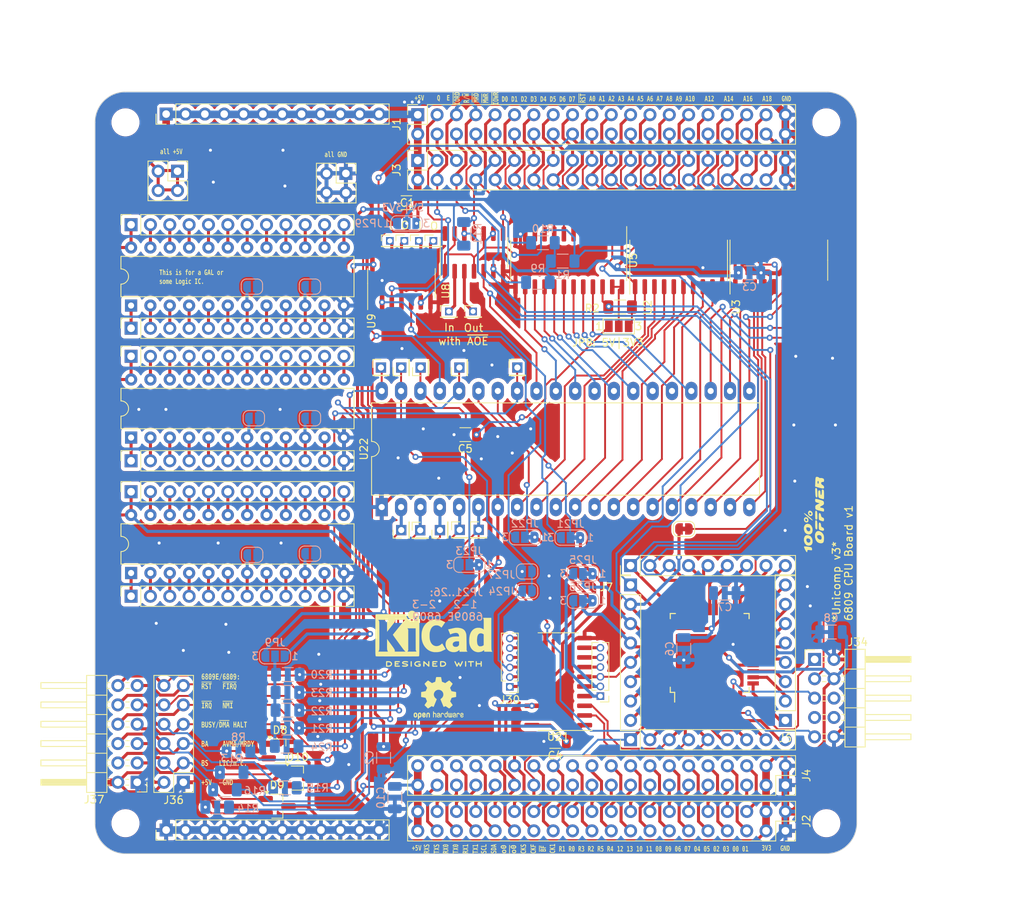
<source format=kicad_pcb>
(kicad_pcb (version 20240108) (generator "pcbnew") (generator_version "8.0")
  (layers (0 "F.Cu" signal) (31 "B.Cu" signal) (34 "B.Paste" user) (35 "F.Paste" user) (36 "B.SilkS" user "B.Silkscreen") (37 "F.SilkS" user "F.Silkscreen") (38 "B.Mask" user) (39 "F.Mask" user) (44 "Edge.Cuts" user))
  (net 0 "")
  (net 1 "/~{RST}")
  (net 2 "GND")
  (net 3 "+5V")
  (net 4 "/A15")
  (net 5 "/A14")
  (net 6 "/A13")
  (net 7 "/A12")
  (net 8 "/A11")
  (net 9 "/A10")
  (net 10 "/A9")
  (net 11 "/A8")
  (net 12 "/A7")
  (net 13 "/A6")
  (net 14 "/A5")
  (net 15 "/A4")
  (net 16 "/A3")
  (net 17 "/A2")
  (net 18 "/A1")
  (net 19 "/A0")
  (net 20 "/CD0")
  (net 21 "/CD1")
  (net 22 "/CD2")
  (net 23 "/CD3")
  (net 24 "/CD4")
  (net 25 "/CD5")
  (net 26 "/CD6")
  (net 27 "/CD7")
  (net 28 "/CA0")
  (net 29 "/CA1")
  (net 30 "/CA2")
  (net 31 "/CA3")
  (net 32 "/CA4")
  (net 33 "/CA5")
  (net 34 "/CA6")
  (net 35 "/CA7")
  (net 36 "/CA8")
  (net 37 "/CA9")
  (net 38 "/CA10")
  (net 39 "/CA11")
  (net 40 "/CA12")
  (net 41 "/CA13")
  (net 42 "/CA14")
  (net 43 "/CA15")
  (net 44 "/Bus/~{CE_EXT11}")
  (net 45 "/Bus/~{CE_EXT4}")
  (net 46 "/TDI")
  (net 47 "/TMS")
  (net 48 "/TCK")
  (net 49 "+3V3")
  (net 50 "/TDO")
  (net 51 "/CLKF")
  (net 52 "/Bus/TX1")
  (net 53 "/Bus/RES4")
  (net 54 "/Bus/SDA")
  (net 55 "/Bus/CLK1")
  (net 56 "/DDIR")
  (net 57 "/CLKS")
  (net 58 "/~{IOWR}")
  (net 59 "/~{MWR}")
  (net 60 "/~{MRD}")
  (net 61 "/R{slash}~{W}_e")
  (net 62 "/~{IORD}")
  (net 63 "+5VA")
  (net 64 "/RES1")
  (net 65 "/Bus/~{CE_EXT12}")
  (net 66 "/RES0")
  (net 67 "/Bus/SCL")
  (net 68 "/Bus/~{CE_EXT10}")
  (net 69 "/Bus/RX0")
  (net 70 "/Bus/RXSTM")
  (net 71 "/Bus/~{CE_EXT1}")
  (net 72 "/Bus/A16")
  (net 73 "/Bus/A17")
  (net 74 "/Bus/A18")
  (net 75 "/Bus/A19")
  (net 76 "/CLKCPUc")
  (net 77 "Net-(J30-Pin_4)")
  (net 78 "Net-(J30-Pin_5)")
  (net 79 "Net-(J30-Pin_6)")
  (net 80 "/CLKCPU")
  (net 81 "Net-(J31-Pin_4)")
  (net 82 "Net-(J31-Pin_5)")
  (net 83 "Net-(J31-Pin_6)")
  (net 84 "/R{slash}~{W}")
  (net 85 "/~{NMI}")
  (net 86 "/~{IRQ}")
  (net 87 "/~{FIRQ}")
  (net 88 "/~{HALT}")
  (net 89 "/BS")
  (net 90 "/BA")
  (net 91 "/BUSY")
  (net 92 "/Q")
  (net 93 "/E")
  (net 94 "Net-(JP21-C)")
  (net 95 "Net-(JP22-C)")
  (net 96 "/P38")
  (net 97 "/P39")
  (net 98 "/LIC")
  (net 99 "/AVMA")
  (net 100 "/Qe")
  (net 101 "/Ee")
  (net 102 "/PHI0")
  (net 103 "/~{PHI0}")
  (net 104 "/PHI0_c")
  (net 105 "/Ecpu")
  (net 106 "/Qcpu")
  (net 107 "/Ec")
  (net 108 "/Qc")
  (net 109 "/Buffers/Ec")
  (net 110 "/Buffers/Qc")
  (net 111 "/Buffers/VBuffer")
  (net 112 "Net-(J10-Pin_1)")
  (net 113 "Net-(J11-Pin_1)")
  (net 114 "Net-(J12-Pin_1)")
  (net 115 "Net-(J13-Pin_1)")
  (net 116 "Net-(J14-Pin_1)")
  (net 117 "Net-(J15-Pin_1)")
  (net 118 "Net-(JP8-C)")
  (net 119 "/Bus/~{CE_EXT13}")
  (net 120 "/Bus/~{CE_EXT2}")
  (net 121 "/Bus/~{CE_EXT0}")
  (net 122 "/Bus/RES3")
  (net 123 "/Bus/~{CE_EXT9}")
  (net 124 "/Bus/~{CE_EXT3}")
  (net 125 "/Bus/TX0")
  (net 126 "/Bus/RES2")
  (net 127 "/Bus/~{CE_EXT7}")
  (net 128 "/Bus/~{CE_EXT8}")
  (net 129 "/Bus/TXSTM")
  (net 130 "/Bus/~{CE_EXT5}")
  (net 131 "/Bus/RX1")
  (net 132 "/Bus/~{CE_EXT6}")
  (net 133 "/Bus/RES5")
  (net 134 "/DB1")
  (net 135 "/DB4")
  (net 136 "/DB3")
  (net 137 "/DB2")
  (net 138 "/DB0")
  (net 139 "/DB7")
  (net 140 "/DB5")
  (net 141 "/DB6")
  (net 145 "/ZZ43")
  (net 146 "/ZZ23")
  (net 147 "/ZZ27")
  (net 148 "/ZZ30")
  (net 149 "/ZZ29")
  (net 150 "/ZZ28")
  (net 151 "/ZZ31")
  (net 152 "/ZZ22")
  (net 153 "/ZZ33")
  (net 154 "/ZZ32")
  (net 155 "/ZZ14")
  (net 156 "/ZZ16")
  (net 157 "/ZZ21")
  (net 158 "/ZZ13")
  (net 159 "/ZZ12")
  (net 160 "/ZZ20")
  (net 161 "/ZZ18")
  (net 162 "/ZZ19")
  (net 163 "/ZZ40")
  (net 164 "/ZZ41")
  (net 165 "/ZZ42")
  (net 166 "/ZZ34")
  (net 167 "/ZZ8")
  (net 168 "/ZZ7")
  (net 169 "/ZZ2")
  (net 170 "/ZZ5")
  (net 171 "/ZZ6")
  (net 172 "Net-(JP9-C)")
  (net 173 "/J36-8")
  (net 174 "/J36-4")
  (net 175 "/J36-6")
  (net 176 "/J36-5")
  (net 177 "/J36-3")
  (net 179 "Net-(J22-Pin_1)")
  (net 180 "Net-(J22-Pin_9)")
  (net 181 "Net-(J22-Pin_5)")
  (net 182 "Net-(J22-Pin_7)")
  (net 183 "Net-(J22-Pin_10)")
  (net 184 "Net-(J22-Pin_11)")
  (net 185 "Net-(J22-Pin_8)")
  (net 186 "Net-(J22-Pin_2)")
  (net 187 "Net-(J22-Pin_3)")
  (net 188 "Net-(J22-Pin_4)")
  (net 189 "Net-(J22-Pin_6)")
  (net 190 "Net-(J23-Pin_11)")
  (net 191 "Net-(J23-Pin_2)")
  (net 192 "Net-(J23-Pin_4)")
  (net 193 "Net-(J23-Pin_8)")
  (net 194 "Net-(J23-Pin_1)")
  (net 195 "Net-(J23-Pin_9)")
  (net 196 "Net-(J23-Pin_5)")
  (net 197 "Net-(J23-Pin_6)")
  (net 198 "Net-(J23-Pin_3)")
  (net 199 "Net-(J23-Pin_10)")
  (net 200 "Net-(J23-Pin_7)")
  (net 201 "Net-(J24-Pin_16)")
  (net 202 "Net-(J24-Pin_13)")
  (net 203 "Net-(J24-Pin_21)")
  (net 204 "Net-(J24-Pin_14)")
  (net 205 "Net-(J24-Pin_23)")
  (net 206 "Net-(J24-Pin_18)")
  (net 207 "Net-(J24-Pin_19)")
  (net 208 "Net-(J24-Pin_15)")
  (net 209 "Net-(J24-Pin_20)")
  (net 210 "Net-(J24-Pin_17)")
  (net 211 "Net-(J24-Pin_22)")
  (net 212 "Net-(J25-Pin_16)")
  (net 213 "Net-(J25-Pin_19)")
  (net 214 "Net-(J25-Pin_22)")
  (net 215 "Net-(J25-Pin_13)")
  (net 216 "Net-(J25-Pin_21)")
  (net 217 "Net-(J25-Pin_15)")
  (net 218 "Net-(J25-Pin_20)")
  (net 219 "Net-(J25-Pin_14)")
  (net 220 "Net-(J25-Pin_18)")
  (net 221 "Net-(J25-Pin_23)")
  (net 222 "Net-(J25-Pin_17)")
  (net 223 "Net-(J38-Pin_3)")
  (net 224 "Net-(J38-Pin_4)")
  (net 225 "Net-(J38-Pin_8)")
  (net 226 "Net-(J38-Pin_11)")
  (net 227 "Net-(J38-Pin_10)")
  (net 228 "Net-(J38-Pin_9)")
  (net 229 "Net-(J38-Pin_7)")
  (net 230 "Net-(J38-Pin_6)")
  (net 231 "Net-(J38-Pin_1)")
  (net 232 "Net-(J38-Pin_5)")
  (net 233 "Net-(J38-Pin_2)")
  (net 234 "Net-(J39-Pin_14)")
  (net 235 "Net-(J39-Pin_19)")
  (net 236 "Net-(J39-Pin_18)")
  (net 237 "Net-(J39-Pin_22)")
  (net 238 "Net-(J39-Pin_17)")
  (net 239 "Net-(J39-Pin_21)")
  (net 240 "Net-(J39-Pin_13)")
  (net 241 "Net-(J39-Pin_20)")
  (net 242 "Net-(J39-Pin_15)")
  (net 243 "Net-(J39-Pin_16)")
  (net 244 "Net-(J39-Pin_23)")
  (footprint "Jumper:SolderJumper-3_P1.3mm_Open_Pad1.0x1.5mm_NumberLabels" (layer "F.Cu") (at 118.7506 80.777795)
    (property "Reference" "JP8")
    (property "Value" "Jumper_3_Open" (hide yes))
  )
  (footprint "Capacitor_SMD:C_1206_3216Metric" (layer "F.Cu") (at 98.6028 94.996 180)
    (property "Reference" "C5")
    (property "Value" "100n")
  )
  (footprint "Package_DIP:DIP-24_W7.62mm" (layer "F.Cu") (at 54.737 113.157 90)
    (property "Reference" "J39" (hide yes))
    (property "Value" "GAL_20x10" (hide yes))
  )
  (footprint "Connector_PinHeader_2.54mm:PinHeader_1x09_P2.54mm_Vertical" (layer "F.Cu") (at 120.3 135.043 90)
    (property "Reference" "J8" (hide yes))
    (property "Value" "Conn_01x09" (hide yes))
  )
  (footprint "Connector_PinHeader_2.54mm:PinHeader_2x06_P2.54mm_Vertical" (layer "F.Cu") (at 61.595 140.627 180)
    (property "Reference" "J36")
    (property "Value" "Spare")
  )
  (footprint "Symbol:OSHW-Logo2_7.3x6mm_SilkScreen" (layer "F.Cu") (at 95.1032 129.571195)
    (property "Reference" "H13" (hide yes))
    (property "Value" "Logo Open Source Hardware" (hide yes))
  )
  (footprint "Connector_PinHeader_1.27mm:PinHeader_1x01_P1.27mm_Vertical" (layer "F.Cu") (at 88.7024 69.550995)
    (property "Reference" "J13" (hide yes))
    (property "Value" "Conn_01x01")
  )
  (footprint "Connector_PinSocket_2.54mm:PinSocket_2x20_P2.54mm_Vertical" (layer "F.Cu") (at 92.367 53 90)
    (property "Reference" "J1")
    (property "Value" "BUS")
  )
  (footprint "Connector_PinHeader_1.27mm:PinHeader_1x01_P1.27mm_Vertical" (layer "F.Cu") (at 94.4174 69.550995)
    (property "Reference" "J14" (hide yes))
    (property "Value" "Conn_01x01")
  )
  (footprint "Connector_PinHeader_2.00mm:PinHeader_1x01_P2.00mm_Vertical" (layer "F.Cu") (at 90.201 107.523995 90)
    (property "Reference" "J9" (hide yes))
    (property "Value" ".")
  )
  (footprint "Connector_PinHeader_1.27mm:PinHeader_1x01_P1.27mm_Vertical" (layer "F.Cu") (at 96.4494 78.821995)
    (property "Reference" "J11" (hide yes))
    (property "Value" "Conn_01x01")
  )
  (footprint "Connector_PinHeader_1.27mm:PinHeader_1x06_P1.27mm_Vertical" (layer "F.Cu") (at 116.3376 129.317195 180)
    (property "Reference" "J31" (hide yes))
    (property "Value" "Conn_01x06" (hide yes))
  )
  (footprint "Package_SO:SO-20_5.3x12.6mm_P1.27mm" (layer "F.Cu") (at 139.768172 72.093718 90)
    (property "Reference" "U3")
    (property "Value" "SN74LVC245ANSR")
  )
  (footprint "Connector_PinHeader_2.54mm:PinHeader_1x09_P2.54mm_Vertical" (layer "F.Cu") (at 120.3 112.183 90)
    (property "Reference" "J5" (hide yes))
    (property "Value" "Conn_01x09" (hide yes))
  )
  (footprint "Connector_PinSocket_2.54mm:PinSocket_2x20_P2.54mm_Vertical" (layer "F.Cu") (at 140.627 141 -90)
    (property "Reference" "J4")
    (property "Value" "Spare")
  )
  (footprint "Package_DIP:DIP-24_W7.62mm" (layer "F.Cu") (at 54.737 95.377 90)
    (property "Reference" "J25" (hide yes))
    (property "Value" "GAL_20x10" (hide yes))
  )
  (footprint "Capacitor_SMD:C_1206_3216Metric" (layer "F.Cu") (at 110.3958 135.260795 180)
    (property "Reference" "C4")
    (property "Value" "100n")
  )
  (footprint "Package_TO_SOT_SMD:SOT-23_Handsoldering" (layer "F.Cu") (at 73.899 143.764)
    (property "Reference" "D9")
    (property "Value" "BAV70T")
  )
  (footprint "Package_SO:SO-20_5.3x12.6mm_P1.27mm" (layer "F.Cu") (at 110.8085 127.412195 180)
    (property "Reference" "U21")
    (property "Value" "SN74LVC245ANSR" (hide yes))
  )
  (footprint "Package_DIP:DIP-40_W15.24mm_LongPads" (layer "F.Cu") (at 87.6356 104.501395 90)
    (property "Reference" "U22")
    (property "Value" "MC6809E")
  )
  (footprint "Package_DIP:DIP-24_W7.62mm" (layer "F.Cu") (at 54.732 78.049 90)
    (property "Reference" "J24" (hide yes))
    (property "Value" "GAL_20x10" (hide yes))
  )
  (footprint "Connector_PinHeader_2.00mm:PinHeader_1x01_P2.00mm_Vertical" (layer "F.Cu") (at 90.201 86.187995 90)
    (property "Reference" "J32" (hide yes))
    (property "Value" ".")
  )
  (footprint "Connector_PinHeader_2.00mm:PinHeader_1x01_P2.00mm_Vertical" (layer "F.Cu") (at 92.6902 107.549395)
    (property "Reference" "J16" (hide yes))
    (property "Value" ".")
  )
  (footprint "Connector_PinHeader_2.54mm:PinHeader_2x06_P2.54mm_Horizontal" (layer "F.Cu") (at 55.54 140.627 180)
    (property "Reference" "J37")
    (property "Value" "Outside")
  )
  (footprint "Connector_PinHeader_1.27mm:PinHeader_1x01_P1.27mm_Vertical" (layer "F.Cu") (at 90.6074 69.550995)
    (property "Reference" "J15" (hide yes))
    (property "Value" "Conn_01x01")
  )
  (footprint "Connector_PinHeader_2.00mm:PinHeader_1x01_P2.00mm_Vertical" (layer "F.Cu") (at 105.441 86.187995)
    (property "Reference" "J19" (hide yes))
    (property "Value" ".")
  )
  (footprint "Connector_PinSocket_2.54mm:PinSocket_1x12_P2.54mm_Vertical" (layer "F.Cu") (at 54.737 102.489 90)
    (property "Reference" "J40" (hide yes))
    (property "Value" "Conn_01x12" (hide yes))
  )
  (footprint "Connector_PinSocket_2.54mm:PinSocket_1x12_P2.54mm_Vertical" (layer "F.Cu") (at 54.737 98.425 90)
    (property "Reference" "J23" (hide yes))
    (property "Value" "Conn_01x12" (hide yes))
  )
  (footprint "Connector_PinSocket_2.54mm:PinSocket_2x02_P2.54mm_Vertical" (layer "F.Cu") (at 60.833 60.414)
    (property "Reference" "J41" (hide yes))
    (property "Value" "Conn_02x02_Odd_Even" (hide yes))
  )
  (footprint "Connector_PinHeader_2.00mm:PinHeader_1x01_P2.00mm_Vertical" (layer "F.Cu") (at 97.835 86.187995 90)
    (property "Reference" "J29" (hide yes))
    (property "Value" ".")
  )
  (footprint "Connector_PinHeader_2.54mm:PinHeader_1x12_P2.54mm_Vertical" (layer "F.Cu") (at 59.34 146.893995 90)
    (property "Reference" "J20" (hide yes))
    (property "Value" "Conn_01x12" (hide yes))
  )
  (footprint "Connector_PinHeader_2.00mm:PinHeader_1x01_P2.00mm_Vertical" (layer "F.Cu") (at 87.534 86.187995)
    (property "Reference" "J33" (hide yes))
    (property "Value" ".")
  )
  (footprint "my_own:Logo_100ProzentOffner_10x2.7mm" (layer "F.Cu") (at 144.3736 105.5116 90)
    (property "Reference" "H8" (hide yes))
    (property "Value" "Logo 100%" (hide yes))
  )
  (footprint "Symbol:KiCad-Logo2_6mm_SilkScreen" (layer "F.Cu") (at 94.469581 121.086613)
    (property "Reference" "H12" (hide yes))
    (property "Value" "Logo kicad" (hide yes))
  )
  (footprint "Connector_PinSocket_2.54mm:PinSocket_2x20_P2.54mm_Vertical" (layer "F.Cu") (at 140.627 147 -90)
    (property "Reference" "J2")
    (property "Value" "BUS")
  )
  (footprint "Connector_PinHeader_1.27mm:PinHeader_1x06_P1.27mm_Vertical" (layer "F.Cu") (at 104.4504 128.097995 180)
    (property "Reference" "J30")
    (property "Value" "Conn_01x06")
  )
  (footprint "Connector_PinHeader_2.54mm:PinHeader_1x08_P2.54mm_Vertical" (layer "F.Cu") (at 140.62 132.503 180)
    (property "Reference" "J6")
    (property "Value" "Conn_01x08" (hide yes))
  )
  (footprint "Connector_PinSocket_2.54mm:PinSocket_1x12_P2.54mm_Vertical" (layer "F.Cu") (at 54.737 67.437 90)
    (property "Reference" "J26" (hide yes))
    (property "Value" "Conn_01x12" (hide yes))
  )
  (footprint "Package_SO:SO-20_5.3x12.6mm_P1.27mm" (layer "F.Cu") (at 126.610972 72.109918 90)
    (property "Reference" "U2")
    (property "Value" "SN74LVC245ANSR")
  )
  (footprint "MountingHole:MountingHole_3.2mm_M3" (layer "F.Cu") (at 146 54)
    (property "Reference" "H3" (hide yes))
    (property "Value" "M3" (hide yes))
  )
  (footprint "Connector_PinSocket_2.54mm:PinSocket_1x12_P2.54mm_Vertical" (layer "F.Cu") (at 54.737 116.205 90)
    (property "Reference" "J38" (hide yes))
    (property "Value" "Conn_01x12" (hide yes))
  )
  (footprint "Package_SO:SOIC-14_3.9x8.7mm_P1.27mm" (layer "F.Cu") (at 90.2264 75.138995 90)
    (property "Reference" "U9")
    (property "Value" "SN74LVC125AD")
  )
  (footprint "Connector_PinHeader_1.27mm:PinHeader_1x01_P1.27mm_Vertical" (layer "F.Cu") (at 92.5124 69.550995)
    (property "Reference" "J12" (hide yes))
    (property "Value" "Conn_01x01")
  )
  (footprint "Connector_PinHeader_2.00mm:PinHeader_1x01_P2.00mm_Vertical" (layer "F.Cu") (at 92.741 86.187995 90)
    (property "Reference" "J28" (hide yes))
    (property "Value" ".")
  )
  (footprint "Connector_PinHeader_2.54mm:PinHeader_1x08_P2.54mm_Vertical" (layer "F.Cu") (at 120.3 114.723)
    (property "Reference" "J7")
    (property "Value" "Conn_01x08" (hide yes))
  )
  (footprint "Package_TO_SOT_SMD:SOT-23_Handsoldering" (layer "F.Cu") (at 74.295 136.525)
    (property "Reference" "D8")
    (property "Value" "BAV70T" (hide yes))
  )
  (footprint "Connector_PinHeader_1.27mm:PinHeader_1x01_P1.27mm_Vertical" (layer "F.Cu") (at 99.6244 78.821995)
    (property "Reference" "J10" (hide yes))
    (property "Value" "Conn_01x01")
  )
  (footprint "Connector_PinSocket_2.54mm:PinSocket_2x20_P2.54mm_Vertical" (layer "F.Cu") (at 92.367 59 90)
    (property "Reference" "J3")
    (property "Value" "Spare")
  )
  (footprint "Connector_PinSocket_2.54mm:PinSocket_1x12_P2.54mm_Vertical" (layer "F.Cu") (at 54.737 81.026 90)
    (property "Reference" "J22" (hide yes))
    (property "Value" "Conn_01x12" (hide yes))
  )
  (footprint "Package_TO_SOT_SMD:SOT-23_Handsoldering" (layer "F.Cu") (at 76.605 140.081)
    (property "Reference" "D10")
    (property "Value" "BAV70T")
  )
  (footprint "Connector_PinHeader_2.00mm:PinHeader_1x01_P2.00mm_Vertical" (layer "F.Cu") (at 97.8718 107.498595)
    (property "Reference" "J17" (hide yes))
    (property "Value" ".")
  )
  (footprint "Package_SO:SOIC-14_3.9x8.7mm_P1.27mm" (layer "F.Cu") (at 99.7514 71.074995 90)
    (property "Reference" "U8")
    (property "Value" "SN74LVC125AD" (hide yes))
  )
  (footprint "Resistor_SMD:R_1206_3216Metric_Pad1.30x1.75mm_HandSolder" (layer "F.Cu") (at 118.9278 78.237795 180)
    (property "Reference" "R2")
    (property "Value" "10k")
  )
  (footprint "Connector_PinHeader_2.00mm:PinHeader_1x01_P2.00mm_Vertical" (layer "F.Cu") (at 100.361 107.498595)
    (property "Reference" "J18" (hide yes))
    (property "Value" ".")
  )
  (footprint "MountingHole:MountingHole_3.2mm_M3" (layer "F.Cu") (at 54 54)
    (property "Reference" "H1" (hide yes))
    (property "Value" "M3" (hide yes))
  )
  (footprint "Package_QFP:TQFP-44_10x10mm_P0.8mm" (layer "F.Cu") (at 130.689 123.6488 90)
    (property "Reference" "U1" (hide yes))
    (property "Value" "XC9572VQ44" (hide yes))
  )
  (footprint "Jumper:SolderJumper-2_P1.3mm_Bridged_RoundedPad1.0x1.5mm" (layer "F.Cu") (at 127.3104 107.371595 180)
    (property "Reference" "JP20" (hide yes))
    (property "Value" "RW")
  )
  (footprint "Connector_PinSocket_2.54mm:PinSocket_2x02_P2.54mm_Vertical" (layer "F.Cu") (at 82.931 60.706)
    (property "Reference" "J42" (hide yes))
    (property "Value" "Conn_02x02_Odd_Even" (hide yes))
  )
  (footprint "MountingHole:MountingHole_3.2mm_M3" (layer "F.Cu") (at 54 146)
    (property "Reference" "H2" (hide yes))
    (property "Value" "M3" (hide yes))
  )
  (footprint "Connector_PinHeader_2.00mm:PinHeader_1x01_P2.00mm_Vertical" (layer "F.Cu") (at 95.281 107.523995 90)
    (property "Reference" "J27" (hide yes))
    (property "Value" ".")
  )
  (footprint "Capacitor_SMD:C_1206_3216Metric" (layer "F.Cu") (at 90.8886 64.547195 180)
    (property "Reference" "C1")
    (property "Value" "100n")
  )
  (footprint "Connector_PinSocket_2.54mm:PinSocket_1x12_P2.54mm_Vertical" (layer "F.Cu") (at 54.737 84.709 90)
    (property "Reference" "J35" (hide yes))
    (property "Value" "Conn_01x12" (hide yes))
  )
  (footprint "Connector_PinHeader_2.54mm:PinHeader_2x05_P2.54mm_Horizontal" (layer "F.Cu") (at 144.46 124.5)
    (property "Reference" "J34")
    (property "Value" "JTAG")
  )
  (footprint "Connector_PinHeader_2.54mm:PinHeader_1x12_P2.54mm_Vertical" (layer "F.Cu") (at 59.34 52.913995 90)
    (property "Reference" "J21" (hide yes))
    (property "Value" "Conn_01x12" (hide yes))
  )
  (footprint "Package_SO:SO-24_5.3x15mm_P1.27mm" (layer "F.Cu") (at 112.183772 72.126118 -90)
    (property "Reference" "U5")
    (property "Value" "SN74LVCC3245ANSR")
  )
  (footprint "MountingHole:MountingHole_3.2mm_M3" (layer "F.Cu") (at 146 146)
    (property "Reference" "H4" (hide yes))
    (property "Value" "M3" (hide yes))
  )
  (footprint "Jumper:SolderJumper-3_P1.3mm_Open_RoundedPad1.0x1.5mm_NumberLabels" (layer "B.Cu") (at 90.9168 67.264995)
    (property "Reference" "JP29")
    (property "Value" "Vcc")
  )
  (footprint "Resistor_SMD:R_1206_3216Metric_Pad1.30x1.75mm_HandSolder" (layer "B.Cu") (at 98.4052 68.637195 90)
    (property "Reference" "R11")
    (property "Value" "10k")
  )
  (footprint "Capacitor_SMD:C_1206_3216Metric" (layer "B.Cu") (at 89.3572 142.6446 -90)
    (property "Reference" "C10")
    (property "Value" "100n")
  )
  (footprint "Jumper:SolderJumper-2_P1.3mm_Open_RoundedPad1.0x1.5mm" (layer "B.Cu") (at 78.217 92.837 180)
    (property "Reference" "JP13" (hide yes))
    (property "Value" "GND")
  )
  (footprint "Capacitor_SMD:C_1206_3216Metric" (layer "B.Cu") (at 87.884 137.414 -90)
    (property "Reference" "C2")
    (property "Value" "100n")
  )
  (footprint "Resistor_SMD:R_1206_3216Metric_Pad1.30x1.75mm_HandSolder" (layer "B.Cu") (at 66.04 143.891 180)
    (property "Reference" "R14")
    (property "Value" "1k")
  )
  (footprint "Resistor_SMD:R_1206_3216Metric_Pad1.30x1.75mm_HandSolder" (layer "B.Cu") (at 75.2596 128.8288)
    (property "Reference" "R23")
    (property "Value" "1k")
  )
  (footprint "Jumper:SolderJumper-2_P1.3mm_Open_RoundedPad1.0x1.5mm" (layer "B.Cu") (at 106.7204 115.5192 180)
    (property "Reference" "JP24")
    (property "Value" "6809")
  )
  (footprint "Jumper:SolderJumper-2_P1.3mm_Open_RoundedPad1.0x1.5mm" (layer "B.Cu") (at 106.7214 112.959595)
    (property "Reference" "JP27")
    (property "Value" "Jumper_2_Open")
  )
  (footprint "Resistor_SMD:R_1206_3216Metric_Pad1.30x1.75mm_HandSolder" (layer "B.Cu") (at 67.945 139.319 180)
    (property "Reference" "R13")
    (property "Value" "1k")
  )
  (footprint "Jumper:SolderJumper-3_P1.3mm_Open_RoundedPad1.0x1.5mm_NumberLabels" (layer "B.Cu") (at 73.63 124.079 180)
    (property "Reference" "JP9")
    (property "Value" "Vcc")
  )
  (footprint "NetTie:NetTie-2_SMD_Pad0.5mm" (layer "B.Cu") (at 98.8116 51.2572)
    (property "Reference" "NT1" (hide yes))
    (property "Value" "RD" (hide yes))
  )
  (footprint "Jumper:SolderJumper-2_P1.3mm_Open_RoundedPad1.0x1.5mm" (layer "B.Cu") (at 70.851 92.837 180)
    (property "Reference" "JP12" (hide yes))
    (property "Value" "GND")
  )
  (footprint "Resistor_SMD:R_1206_3216Metric_Pad1.30x1.75mm_HandSolder" (layer "B.Cu") (at 75.311 126.492)
    (property "Reference" "R20")
    (property "Value" "1k")
  )
  (footprint "Resistor_SMD:R_1206_3216Metric_Pad1.30x1.75mm_HandSolder" (layer "B.Cu") (at 75.2596 131.1656)
    (property "Reference" "R22")
    (property "Value" "1k")
  )
  (footprint "Resistor_SMD:R_1206_3216Metric_Pad1.30x1.75mm_HandSolder" (layer "B.Cu") (at 75.158 135.89)
    (property "Reference" "R24")
    (property "Value" "1k")
  )
  (footprint "Jumper:SolderJumper-3_P1.3mm_Bridged12_RoundedPad1.0x1.5mm_NumberLabels" (layer "B.Cu") (at 99.1418 112.070595 180)
    (property "Reference" "JP23")
    (property "Value" "6809E/6809")
  )
  (footprint "Resistor_SMD:R_1206_3216Metric_Pad1.30x1.75mm_HandSolder" (layer "B.Cu") (at 75.2348 133.5024)
    (property "Reference" "R21")
    (property "Value" "1k")
  )
  (footprint "Resistor_SMD:R_1206_3216Metric_Pad1.30x1.75mm_HandSolder" (layer "B.Cu") (at 111.3902 72.212995)
    (property "Reference" "R1")
    (property "Value" "10k")
  )
  (footprint "Capacitor_SMD:C_1206_3216Metric" (layer "B.Cu") (at 132.668 115.7898)
    (property "Reference" "C7")
    (property "Value" "100n")
  )
  (footprint "Resistor_SMD:R_1206_3216Metric_Pad1.30x1.75mm_HandSolder" (layer "B.Cu") (at 74.93 141.351 180)
    (property "Reference" "R15")
    (property "Value" "1k")
  )
  (footprint "Jumper:SolderJumper-3_P1.3mm_Bridged12_RoundedPad1.0x1.5mm_NumberLabels" (layer "B.Cu") (at 114.047 113.244995 180)
    (property "Reference" "JP25")
    (property "Value" "6809E/6809")
  )
  (footprint "Capacitor_SMD:C_1206_3216Metric" (layer "B.Cu") (at 146.6088 120.904 180)
    (property "Reference" "C8")
    (property "Value" "100n")
  )
  (footprint "Jumper:SolderJumper-2_P1.3mm_Open_RoundedPad1.0x1.5mm" (layer "B.Cu") (at 78.217 110.617 180)
    (property "Reference" "JP15" (hide yes))
    (property "Value" "GND")
  )
  (footprint "Capacitor_SMD:C_1206_3216Metric" (layer "B.Cu") (at 135.921 73.741995)
    (property "Reference" "C3")
    (property "Value" "100n")
  )
  (footprint "Jumper:SolderJumper-3_P1.3mm_Bridged12_RoundedPad1.0x1.5mm_NumberLabels" (layer "B.Cu") (at 112.4204 108.5088 180)
    (property "Reference" "JP21")
    (property "Value" "6809E/6809")
  )
  (footprint "Resistor_SMD:R_1206_3216Metric_Pad1.30x1.75mm_HandSolder" (layer "B.Cu") (at 68.834 136.525 180)
    (property "Reference" "R8")
    (property "Value" "1k")
  )
  (footprint "Resistor_SMD:R_1206_3216Metric_Pad1.30x1.75mm_HandSolder" (layer "B.Cu") (at 108.7988 69.799995 180)
    (property "Reference" "R10")
    (property "Value" "10k")
  )
  (footprint "NetTie:NetTie-2_SMD_Pad0.5mm" (layer "B.Cu") (at 100.4292 63.327995 180)
    (property "Reference" "NT2" (hide yes))
    (property "Value" "WR" (hide yes))
  )
  (footprint "Jumper:SolderJumper-2_P1.3mm_Open_RoundedPad1.0x1.5mm" (layer "B.Cu") (at 70.627 110.777 180)
    (property "Reference" "JP14" (hide yes))
    (property "Value" "GND")
  )
  (footprint "Resistor_SMD:R_1206_3216Metric_Pad1.30x1.75mm_HandSolder" (layer "B.Cu") (at 108.1378 75.006995 180)
    (property "Reference" "R9")
    (property "Value" "10k" (hide yes))
  )
  (footprint "Jumper:SolderJumper-2_P1.3mm_Open_RoundedPad1.0x1.5mm" (layer "B.Cu") (at 78.217 75.565 180)
    (property "Reference" "JP11" (hide yes))
    (property "Value" "GND")
  )
  (footprint "Resistor_SMD:R_1206_3216Metric_Pad1.30x1.75mm_HandSolder" (layer "B.Cu") (at 67.056 141.605 180)
    (property "Reference" "R16")
    (property "Value" "1k")
  )
  (footprint "Capacitor_SMD:C_1206_3216Metric" (layer "B.Cu") (at 127.285 123.1068 -90)
    (property "Reference" "C6")
    (property "Value" "100n")
  )
  (footprint "Jumper:SolderJumper-3_P1.3mm_Bridged12_RoundedPad1.0x1.5mm_NumberLabels" (layer "B.Cu") (at 106.426 108.458 180)
    (property "Reference" "JP22")
    (property "Value" "6809E/6809")
  )
  (footprint "Jumper:SolderJumper-2_P1.3mm_Open_RoundedPad1.0x1.5mm" (layer "B.Cu") (at 70.597 75.565 180)
    (property "Reference" "JP10" (hide yes))
    (property "Value" "GND")
  )
  (footprint "Jumper:SolderJumper-3_P1.3mm_Bridged12_RoundedPad1.0x1.5mm_NumberLabels" (layer "B.Cu") (at 114.047 116.794995 180)
    (property "Reference" "JP26")
    (property "Value" "6809E/6809")
  )
  (gr_line (start 50 54) (end 50 146) (stroke (width 0.1)) (layer "Edge.Cuts"))
  (gr_arc (start 50 54) (mid 51.171571 51.17157) (end 54 50) (stroke (width 0.1)) (layer "Edge.Cuts"))
  (gr_arc (start 146 50) (mid 148.828425 51.171573) (end 150 54) (stroke (width 0.1)) (layer "Edge.Cuts"))
  (gr_arc (start 150 146) (mid 148.828425 148.828424) (end 146 150) (stroke (width 0.1)) (layer "Edge.Cuts"))
  (gr_line (start 150 146) (end 150 54) (stroke (width 0.1)) (layer "Edge.Cuts"))
  (gr_line (start 146 50) (end 54 50) (stroke (width 0.1)) (layer "Edge.Cuts"))
  (gr_arc (start 54 150) (mid 51.171571 148.828427) (end 50 146) (stroke (width 0.1)) (layer "Edge.Cuts"))
  (gr_line (start 146 150) (end 54 150) (stroke (width 0.1)) (layer "Edge.Cuts"))
  (gr_text "JP21..26:\n 1-2   2-3\n6809E 6809" (at 101.0412 119.4816 0) (layer "B.SilkS") (effects (font (size 1 1)) (justify left bottom mirror)))
  (gr_text "5V|3V3" (at 93.2998 65.766395 0) (layer "B.SilkS") (effects (font (size 1 1)) (justify left bottom mirror)))
  (gr_text "A0 A1 A2 A3 A4 A5 A6 A7 A8 A9 A10   A12   A14   A16   A18   GND\n" (at 114.8588 51.3588 0) (layer "F.SilkS") (effects (font (size 0.7 0.5) (thickness 0.1) (bold yes)) (justify left bottom)))
  (gr_text "TXS" (at 95.2984 150.0016 90) (layer "F.SilkS") (effects (font (size 0.7 0.5) (thickness 0.1) (bold yes)) (justify left bottom)))
  (gr_text "I\n" (at 88.4738 68.128595 0) (layer "F.SilkS") (effects (font (size 1 1)) (justify left bottom)))
  (gr_text "D0 D1 D2 D3 D4 D5 D6 D7" (at 103.378 51.4096 0) (layer "F.SilkS") (effects (font (size 0.7 0.5) (thickness 0.1) (bold yes)) (justify left bottom)))
  (gr_text "In" (at 95.7382 81.514395 0) (layer "F.SilkS") (effects (font (size 1 1)) (justify left bottom)))
  (gr_text "+5V    Q  E" (at 91.948 51.2572 0) (layer "F.SilkS") (effects (font (size 0.7 0.5) (thickness 0.1) (bold yes)) (justify left bottom)))
  (gr_text "RXS" (at 93.9984 150.0016 90) (layer "F.SilkS") (effects (font (size 0.7 0.5) (thickness 0.1) (bold yes)) (justify left bottom)))
  (gr_text "with ~{AOE}" (at 94.9762 83.317795 0) (layer "F.SilkS") (effects (font (size 1 1)) (justify left bottom)))
  (gr_text ": 5V|3V3" (at 115.1692 83.495595 0) (layer "F.SilkS") (effects (font (size 1 1)) (justify left bottom)))
  (gr_text "Out" (at 98.329 81.565195 0) (layer "F.SilkS") (effects (font (size 1 1)) (justify left bottom)))
  (gr_text "all GND\n" (at 80.137 58.674 0) (layer "F.SilkS") (effects (font (size 0.7 0.5) (thickness 0.1) (bold yes)) (justify left bottom)))
  (gr_text "~{MRD}\n" (at 100.4824 51.4096 90) (layer "F.SilkS") (effects (font (size 0.7 0.5) (thickness 0.1) (bold yes)) (justify left bottom)))
  (gr_text "~{MWR}" (at 101.7524 51.4604 90) (layer "F.SilkS") (effects (font (size 0.7 0.5) (thickness 0.1) (bold yes)) (justify left bottom)))
  (gr_text "R/~{W}" (at 99.2124 51.4604 90) (layer "F.SilkS") (effects (font (size 0.7 0.5) (thickness 0.1) (bold yes)) (justify left bottom)))
  (gr_text "+5V" (at 91.5924 149.7076 0) (layer "F.SilkS") (effects (font (size 0.7 0.5) (thickness 0.1) (bold yes)) (justify left bottom)))
  (gr_text "*Unicomp v3*\n6809 CPU Board v1" (at 148.1328 119.5324 90) (layer "F.SilkS") (effects (font (size 1 1)) (justify left)))
  (gr_text "~{BF}" (at 109.31014 149.760066 90) (layer "F.SilkS") (effects (font (size 0.7 0.5) (thickness 0.1) (bold yes)) (justify left bottom)))
  (gr_text "R1 R0 R3 R2 R5 R4" (at 110.8964 149.8346 0) (layer "F.SilkS") (effects (font (size 0.7 0.5) (thickness 0.1) (bold yes)) (justify left bottom)))
  (gr_text "12 13 10 11 08 09 06 07 04 05 02 03 00 01" (at 118.5164 149.8346 0) (layer "F.SilkS") (effects (font (size 0.7 0.5) (thickness 0.1) (bold yes)) (justify left bottom)))
  (gr_text "O" (at 90.074 68.103195 0) (layer "F.SilkS") (effects (font (size 1 1)) (justify left bottom)))
  (gr_text "~{IOWR}" (at 103.0732 51.7144 90) (layer "F.SilkS") (effects (font (size 0.7 0.5) (thickness 0.1) (bold yes)) (justify left bottom)))
  (gr_text "RX0" (at 96.4984 150.0016 90) (layer "F.SilkS") (effects (font (size 0.7 0.5) (thickness 0.1) (bold yes)) (justify left bottom)))
  (gr_text "o0" (at 104.0984 150.0016 90) (layer "F.SilkS") (effects (font (size 0.7 0.7) (thickness 0.1) (bold yes)) (justify left bottom)))
  (gr_text "all +5V\n" (at 58.547 58.293 0) (layer "F.SilkS") (effects (font (size 0.7 0.5) (thickness 0.1) (bold yes)) (justify left bottom)))
  (gr_text "RX1" (at 99.0984 150.0016 90) (layer "F.SilkS") (effects (font (size 0.7 0.5) (thickness 0.1) (bold yes)) (justify left bottom)))
  (gr_text "CKF" (at 107.9984 150.0016 90) (layer "F.SilkS") (effects (font (size 0.7 0.5) (thickness 0.1) (bold yes)) (justify left bottom)))
  (gr_text "CK1" (at 110.5154 149.9616 90) (layer "F.SilkS") (effects (font (size 0.7 0.5) (thickness 0.1) (bold yes)) (justify left bottom)))
  (gr_text "3V3" (at 137.5156 149.7076 0) (layer "F.SilkS") (effects (font (size 0.7 0.5) (thickness 0.1) (bold yes)) (justify left bottom)))
  (gr_text "O" (at 93.884 68.204795 0) (layer "F.SilkS") (effects (font (size 1 1)) (justify left bottom)))
  (gr_text "SCL" (at 101.4984 150.0016 90) (layer "F.SilkS") (effects (font (size 0.7 0.5) (thickness 0.1) (bold yes)) (justify left bottom)))
  (gr_text "6809E/6809:\n~{RST}   ~{FIRQ}\n\n~{IRQ}   ~{NMI}\n\nBUSY/~{DMA} HALT\n\nBA    AVMA/MRDY\n\nBS   LIC/n.c.\n\n+5V   GND" (at 63.9572 141.1224 0) (layer "F.SilkS") (effects (font (size 0.75 0.55) (thickness 0.1) (bold yes)) (justify left bottom)))
  (gr_text "CKS" (at 106.6984 150.0016 90) (layer "F.SilkS") (effects (font (size 0.7 0.5) (thickness 0.1) (bold yes)) (justify left bottom)))
  (gr_text "TX1" (at 100.3984 150.0016 90) (layer "F.SilkS") (effects (font (size 0.7 0.5) (thickness 0.1) (bold yes)) (justify left bottom)))
  (gr_text "~{RST}" (at 114.5032 51.4604 90) (layer "F.SilkS") (effects (font (size 0.7 0.5) (thickness 0.1) (bold yes)) (justify left bottom)))
  (gr_text "I" (at 92.3092 68.128595 0) (layer "F.SilkS") (effects (font (size 1 1)) (justify left bottom)))
  (gr_text "GND" (at 139.954 149.7584 0) (layer "F.SilkS") (effects (font (size 0.7 0.5) (thickness 0.1) (bold yes)) (justify left bottom)))
  (gr_text "SDA" (at 102.7984 150.0016 90) (layer "F.SilkS") (effects (font (size 0.7 0.5) (thickness 0.1) (bold yes)) (justify left bottom)))
  (gr_text "~{o0}" (at 105.3984 150.0016 90) (layer "F.SilkS") (effects (font (size 0.7 0.7) (thickness 0.1) (bold yes)) (justify left bottom)))
  (gr_text "TX0" (at 97.7984 150.0016 90) (layer "F.SilkS") (effects (font (size 0.7 0.5) (thickness 0.1) (bold yes)) (justify left bottom)))
  (gr_text "~{IORD}" (at 97.9932 51.7144 90) (layer "F.SilkS") (effects (font (size 0.7 0.5) (thickness 0.1) (bold yes)) (justify left bottom)))
  (gr_text "This is for a GAL or\nsome Logic IC." (at 58.44 75.332 0) (layer "F.SilkS") (effects (font (size 0.7 0.5) (thickness 0.1) (bold yes)) (justify left bottom)))
  (segment (start 85.598 80.684005) (end 86.95599 82.041995) (width 0.25) (layer "F.Cu") (net 1))
  (segment (start 60.363 126.619) (end 59.055 127.927) (width 0.25) (layer "F.Cu") (net 1))
  (segment (start 85.1914 69.671005) (end 85.1914 73.938431) (width 0.25) (layer "F.Cu") (net 1))
  (segment (start 85.1914 73.938431) (end 85.598 74.345031) (width 0.25) (layer "F.Cu") (net 1))
  (segment (start 112.687 61.54) (end 112.687 60.807767) (width 0.4) (layer "F.Cu") (net 1))
  (segment (start 86.36 115.049) (end 88.659 117.348) (width 0.25) (layer "F.Cu") (net 1))
  (segment (start 85.835 91.10201) (end 86.36 91.62701) (width 0.25) (layer "F.Cu") (net 1))
  (segment (start 88.659 125.843998) (end 88.010998 126.492) (width 0.25) (layer "F.Cu") (net 1))
  (segment (start 87.2236 67.638805) (end 85.1914 69.671005) (width 0.25) (layer "F.Cu") (net 1))
  (segment (start 87.2236 61.2648) (end 87.2236 67.638805) (width 0.25) (layer "F.Cu") (net 1))
  (segment (start 113.977 57.4366) (end 112.687 56.1466) (width 0.4) (layer "F.Cu") (net 1))
  (segment (start 54.25 126.677) (end 57.805 126.677) (width 0.4) (layer "F.Cu") (net 1))
  (segment (start 85.598 74.345031) (end 85.598 80.684005) (width 0.25) (layer "F.Cu") (net 1))
  (segment (start 76.861 126.492) (end 76.734 126.619) (width 0.25) (layer "F.Cu") (net 1))
  (segment (start 57.805 126.677) (end 59.055 127.927) (width 0.4) (layer "F.Cu") (net 1))
  (segment (start 53 127.927) (end 54.25 126.677) (width 0.4) (layer "F.Cu") (net 1))
  (segment (start 86.36 91.62701) (end 86.36 115.049) (width 0.25) (layer "F.Cu") (net 1))
  (segment (start 86.95599 82.041995) (end 85.835 83.162985) (width 0.25) (layer "F.Cu") (net 1))
  (segment (start 113.977 59.517767) (end 113.977 57.4366) (width 0.4) (layer "F.Cu") (net 1))
  (segment (start 112.687 56.1466) (end 112.687 55.54) (width 0.4) (layer "F.Cu") (net 1))
  (segment (start 85.835 83.162985) (end 85.835 91.10201) (width 0.25) (layer "F.Cu") (net 1))
  (segment (start 112.687 60.807767) (end 113.977 59.517767) (width 0.4) (layer "F.Cu") (net 1))
  (segment (start 76.734 126.619) (end 60.363 126.619) (width 0.25) (layer "F.Cu") (net 1))
  (segment (start 88.659 117.348) (end 88.659 125.843998) (width 0.25) (layer "F.Cu") (net 1))
  (via (at 88.010998 126.492) (size 0.8) (drill 0.4) (layers "F.Cu" "B.Cu") (net 1))
  (via (at 76.861 126.492) (size 0.8) (drill 0.4) (layers "F.Cu" "B.Cu") (net 1))
  (via (at 86.95599 82.041995) (size 0.8) (drill 0.4) (layers "F.Cu" "B.Cu") (net 1))
  (via (at 87.2236 61.2648) (size 0.8) (drill 0.4) (layers "F.Cu" "B.Cu") (net 1))
  (segment (start 91.592395 82.041995) (end 86.95599 82.041995) (width 0.25) (layer "B.Cu") (net 1))
  (segment (start 112.687 55.54) (end 111.1278 57.0992) (width 0.25) (layer "B.Cu") (net 1))
  (segment (start 95.2556 89.261395) (end 95.2556 85.7052) (width 0.25) (layer "B.Cu") (net 1))
  (segment (start 95.281 89.286795) (end 95.2556 89.261395) (width 0.4) (layer "B.Cu") (net 1))
  (segment (start 91.3892 57.0992) (end 87.2236 61.2648) (width 0.25) (layer "B.Cu") (net 1))
  (segment (start 111.1278 57.0992) (end 91.3892 57.0992) (width 0.25) (layer "B.Cu") (net 1))
  (segment (start 95.2556 85.7052) (end 91.592395 82.041995) (width 0.25) (layer "B.Cu") (net 1))
  (segment (start 76.861 126.492) (end 88.010998 126.492) (width 0.25) (layer "B.Cu") (net 1))
  (segment (start 129.089 129.3488) (end 129.089 126.385792) (width 0.4) (layer "F.Cu") (net 2))
  (segment (start 89.3882 52.2422) (end 90.291205 51.339195) (width 1) (layer "F.Cu") (net 2))
  (segment (start 90.7344 74.757995) (end 91.4964 73.995995) (width 0.4) (layer "F.Cu") (net 2))
  (segment (start 105.611904 112.500099) (end 102.641083 112.500099) (width 0.25) (layer "F.Cu") (net 2))
  (segment (start 91.4964 73.995995) (end 91.4964 72.663995) (width 0.4) (layer "F.Cu") (net 2))
  (segment (start 87.503 104.368795) (end 87.6356 104.501395) (width 0.4) (layer "F.Cu") (net 2))
  (segment (start 89.3882 56.261) (end 89.3882 52.2422) (width 1) (layer "F.Cu") (net 2))
  (segment (start 87.806 81.329) (end 87.806 82.882) (width 0.4) (layer "F.Cu") (net 2))
  (segment (start 97.1278 94.996) (end 87.6356 104.4882) (width 0.4) (layer "F.Cu") (net 2))
  (segment (start 101.660395 111.519411) (end 101.660395 102.422395) (width 0.25) (layer "F.Cu") (net 2))
  (segment (start 111.9688 122.967195) (end 113.2388 121.697195) (width 0.4) (layer "F.Cu") (net 2))
  (segment (start 139.002195 51.339195) (end 140.62 52.957) (width 1) (layer "F.Cu") (net 2))
  (segment (start 90.291205 51.339195) (end 92.5068 51.339195) (width 1) (layer "F.Cu") (net 2))
  (segment (start 86.36 90.884548) (end 87.503 92.027548) (width 0.4) (layer "F.Cu") (net 2))
  (segment (start 136.389 123.6488) (end 134.89 123.6488) (width 0.4) (layer "F.Cu") (net 2))
  (segment (start 105.198772 75.588618) (end 105.198772 75.278818) (width 0.25) (layer "F.Cu") (net 2))
  (segment (start 105.1272 132.960016) (end 105.1272 133.956395) (width 0.4) (layer "F.Cu") (net 2))
  (segment (start 107.346 131.857195) (end 106.230021 131.857195) (width 0.4) (layer "F.Cu") (net 2))
  (segment (start 105.1272 133.956395) (end 106.4316 135.260795) (width 0.4) (layer "F.Cu") (net 2))
  (segment (start 87.806 82.882) (end 86.36 84.328) (width 0.4) (layer "F.Cu") (net 2))
  (segment (start 82.677 78.105) (end 82.677 81.153) (width 0.4) (layer "F.Cu") (net 2))
  (segment (start 87.6864 74.757995) (end 87.6864 74.758003) (width 0.4) (layer "F.Cu") (net 2))
  (segment (start 132.325972 73.769018) (end 131.638539 73.081585) (width 0.4) (layer "F.Cu") (net 2))
  (segment (start 140.62 61.497) (end 146.183172 67.060172) (width 0.4) (layer "F.Cu") (net 2))
  (segment (start 89.3882 64.496395) (end 89.3882 56.261) (width 1) (layer "F.Cu") (net 2))
  (segment (start 149.5 63.317995) (end 141.679005 55.497) (width 1) (layer "F.Cu") (net 2))
  (segment (start 89.3882 56.261) (end 84.9432 60.706) (width 0.4) (layer "F.Cu") (net 2))
  (segment (start 140.627 53) (end 140.627 61.54) (width 1) (layer "F.Cu") (net 2))
  (segment (start 86.4164 76.027995) (end 87.6864 74.757995) (width 0.4) (layer "F.Cu") (net 2))
  (segment (start 89.4644 74.757995) (end 90.7344 74.757995) (width 0.4) (layer "F.Cu") (net 2))
  (segment (start 140.627 138.46) (end 140.627 147) (width 1) (layer "F.Cu") (net 2))
  (segment (start 132.325972 75.436218) (end 132.325972 73.769018) (width 0.4) (layer "F.Cu") (net 2))
  (segment (start 113.2388 121.697195) (end 114.271 121.697195) (width 0.4) (layer "F.Cu") (net 2))
  (segment (start 82.677 95.377) (end 82.677 98.425) (width 0.4) (layer "F.Cu") (net 2))
  (segment (start 97.127784 100.175784) (end 97.127784 94.996008) (width 0.25) (layer "F.Cu") (net 2))
  (segment (start 86.4164 77.613995) (end 86.4164 74.420969) (width 0.4) (layer "F.Cu") (net 2))
  (segment (start 133.089 117.9488) (end 133.089 121.8478) (width 0.4) (layer "F.Cu") (net 2))
  (segment (start 102.641083 112.500099) (end 101.660395 111.519411) (width 0.25) (layer "F.Cu") (net 2))
  (segment (start 86.36 84.328) (end 86.36 90.884548) (width 0.4) (layer "F.Cu") (net 2))
  (segment (start 145.025972 73.743618) (end 137.433176 73.743618) (width 0.4) (layer "F.Cu") (net 2))
  (segment (start 146.183172 72.586418) (end 145.025972 73.743618) (width 0.4) (layer "F.Cu") (net 2))
  (segment (start 85.7164 69.888467) (end 89.4136 66.191267) (width 0.4) (layer "F.Cu") (net 2))
  (segment (start 149.5 122) (end 149.5 121.7168) (width 0.4) (layer "F.Cu") (net 2))
  (segment (start 86.4164 77.613995) (end 86.4164 79.9394) (width 0.4) (layer "F.Cu") (net 2))
  (segment (start 141.679005 55.497) (end 140.62 55.497) (width 1) (layer "F.Cu") (net 2))
  (segment (start 86.4164 79.9394) (end 87.806 81.329) (width 0.4) (layer "F.Cu") (net 2))
  (segment (start 87.503 92.027548) (end 87.503 104.368795) (width 0.4) (layer "F.Cu") (net 2))
  (segment (start 149.5 136.743995) (end 149.5 131.9784) (width 1) (layer "F.Cu") (net 2))
  (segment (start 98.806 101.854) (end 97.127784 100.175784) (width 0.25) (layer "F.Cu") (net 2))
  (segment (start 86.4164 74.420969) (end 85.7164 73.720969) (width 0.4) (layer "F.Cu") (net 2))
  (segment (start 133.089 121.8478) (end 133.762 122.5208) (width 0.4) (layer "F.Cu") (net 2))
  (segment (start 90.2264 75.519995) (end 90.2264 77.613995) (width 0.4) (layer "F.Cu") (net 2))
  (segment (start 104.4696 73.570395) (end 105.8474 72.192595) (width 0.4) (layer "F.Cu") (net 2))
  (segment (start 106.468772 68.663618) (end 105.198772 68.663618) (width 0.25) (layer "F.Cu") (net 2))
  (segment (start 145.483172 75.556218) (end 145.483172 74.200818) (width 0.4) (layer "F.Cu") (net 2))
  (segment (start 93.1474 74.757995) (end 94.0364 75.646995) (width 0.4) (layer "F.Cu") (net 2))
  (segment (start 105.198772 75.278818) (end 103.522372 73.602418) (width 0.25) (layer "F.Cu") (net 2))
  (segment (start 89.4644 74.757995) (end 90.2264 75.519995) (width 0.4) (layer "F.Cu") (net 2))
  (segment (start 127.832008 125.1288) (end 127.285 124.581792) (width 0.4) (layer "F.Cu") (net 2))
  (segment (start 129.089 126.385792) (end 127.285 124.581792) (width 0.4) (layer "F.Cu") (net 2))
  (segment (start 106.0714 112.959595) (end 105.611904 112.500099) (width 0.25) (layer "F.Cu") (net 2))
  (segment (start 147 124.5) (end 149.5 122) (width 0.4) (layer "F.Cu") (net 2))
  (segment (start 141.740995 144.503) (end 149.5 136.743995) (width 1) (layer "F.Cu") (net 2))
  (segment (start 106.230021 131.857195) (end 105.1272 132.960016) (width 0.4) (layer "F.Cu") (net 2))
  (segment (start 85.7164 73.720969) (end 85.7164 69.888467) (width 0.4) (layer "F.Cu") (net 2))
  (segment (start 90.7344 74.757995) (end 93.1474 74.757995) (width 0.4) (layer "F.Cu") (net 2))
  (segment (start 146.183172 67.060172) (end 146.183172 72.586418) (width 0.4) (layer "F.Cu") (net 2))
  (segment (start 82.677 116.205) (end 82.677 113.157) (width 0.4) (layer "F.Cu") (net 2))
  (segment (start 149.5 121.7168) (end 149.5 63.317995) (width 1) (layer "F.Cu") (net 2))
  (segment (start 89.4136 66.191267) (end 89.4136 64.547195) (width 0.4) (layer "F.Cu") (net 2))
  (segment (start 111.9688 129.317195) (end 111.9688 122.967195) (width 0.4) (layer "F.Cu") (net 2))
  (segment (start 105.8474 72.192595) (end 105.8474 68.663618) (width 0.4) (layer "F.Cu") (net 2))
  (segment (start 86.4164 77.613995) (end 86.4164 76.027995) (width 0.4) (layer "F.Cu") (net 2))
  (segment (start 84.9432 60.706) (end 82.931 60.706) (width 0.4) (layer "F.Cu") (net 2))
  (segment (start 107.346 131.857195) (end 109.4288 131.857195) (width 0.4) (layer "F.Cu") (net 2))
  (segment (start 147 134.66) (end 149.5 132.16) (width 0.4) (layer "F.Cu") (net 2))
  (segment (start 87.6864 74.757995) (end 87.6864 72.663995) (width 0.4) (layer "F.Cu") (net 2))
  (segment (start 103.5918 73.570395) (end 104.4696 73.570395) (width 0.4) (layer "F.Cu") (net 2))
  (segment (start 87.6864 74.757995) (end 89.4644 74.757995) (width 0.4) (layer "F.Cu") (net 2))
  (segment (start 106.4316 135.260795) (end 108.9208 135.260795) (width 0.4) (layer "F.Cu") (net 2))
  (segment (start 92.5068 51.339195) (end 139.002195 51.339195) (width 1) (layer "F.Cu") (net 2))
  (segment (start 134.89 123.6488) (end 133.762 122.5208) (width 0.4) (layer "F.Cu") (net 2))
  (segment (start 101.660395 102.422395) (end 101.092 101.854) (width 0.25) (layer "F.Cu") (net 2))
  (segment (start 87.6356 104.4882) (end 87.6356 104.501395) (width 0.4) (layer "F.Cu") (net 2))
  (segment (start 131.638539 73.081585) (end 129.799597 73.081585) (width 0.4) (layer "F.Cu") (net 2))
  (segment (start 149.5 131.9784) (end 149.5 121.7168) (width 1) (layer "F.Cu") (net 2))
  (segment (start 149.5 132.16) (end 149.5 131.9784) (width 0.4) (layer "F.Cu") (net 2))
  (segment (start 105.198772 68.663618) (end 105.8474 68.663618) (width 0.25) (layer "F.Cu") (net 2))
  (segment (start 140.62 144.503) (end 141.740995 144.503) (width 1) (layer "F.Cu") (net 2))
  (segment (start 109.4288 131.857195) (end 111.9688 129.317195) (width 0.4) (layer "F.Cu") (net 2))
  (segment (start 101.092 101.854) (end 98.806 101.854) (width 0.25) (layer "F.Cu") (net 2))
  (segment (start 145.483172 74.200818) (end 145.025972 73.743618) (width 0.4) (layer "F.Cu") (net 2))
  (segment (start 94.0364 75.646995) (end 94.0364 77.613995) (width 0.4) (layer "F.Cu") (net 2))
  (via (at 66.167 109.22) (size 0.8) (drill 0.4) (layers "F.Cu" "B.Cu") (net 2))
  (via (at 107.188 94.234) (size 0.8) (drill 0.4) (layers "F.Cu" "B.Cu") (net 2))
  (via (at 79.629 127.762) (size 0.8) (drill 0.4) (layers "F.Cu" "B.Cu") (net 2))
  (via (at 106.0714 112.959595) (size 0.8) (drill 0.4) (layers "F.Cu" "B.Cu") (net 2))
  (via (at 129.799597 73.081585) (size 0.8) (drill 0.4) (layers "F.Cu" "B.Cu") (net 2))
  (via (at 95.25 116.84) (size 0.8) (drill 0.4) (layers "F.Cu" "B.Cu") (net 2))
  (via (at 95.123 100.711) (size 0.8) (drill 0.4) (layers "F.Cu" "B.Cu") (net 2))
  (via (at 79.375 123.825) (size 0.8) (drill 0.4) (layers "F.Cu" "B.Cu") (net 2))
  (via (at 74.295 91.682) (size 0.8) (drill 0.4) (layers "F.Cu" "B.Cu") (net 2))
  (via (at 79.248 134.62) (size 0.8) (drill 0.4) (layers "F.Cu" "B.Cu") (net 2))
  (via (at 147.193 93.726) (size 0.8) (drill 0.4) (layers "F.Cu" "B.Cu") (net 2))
  (via (at 97.917 126.873) (size 0.8) (drill 0.4) (layers "F.Cu" "B.Cu") (net 2))
  (via (at 89.4136 64.547195) (size 0.8) (drill 0.4) (layers "F.Cu" "B.Cu") (net 2))
  (via (at 79.502 132.334) (size 0.8) (drill 0.4) (layers "F.Cu" "B.Cu") (net 2))
  (via (at 79.502 129.921) (size 0.8) (drill 0.4) (layers "F.Cu" "B.Cu") (net 2))
  (via (at 141.859 101.092) (size 0.8) (drill 0.4) (layers "F.Cu" "B.Cu") (net 2))
  (via (at 59.309 91.682) (size 0.8) (drill 0.4) (layers "F.Cu" "B.Cu") (net 2))
  (via (at 141.732 93.726) (size 0.8) (drill 0.4) (layers "F.Cu" "B.Cu") (net 2))
  (via (at 109.601 113.538) (size 0.8) (drill 0.4) (layers "F.Cu" "B.Cu") (net 2))
  (via (at 87.6864 74.758003) (size 0.8) (drill 0.4) (layers "F.Cu" "B.Cu") (net 2))
  (via (at 97.127784 94.996008) (size 0.8) (drill 0.4) (layers "F.Cu" "B.Cu") (net 2))
  (via (at 127.285 124.581792) (size 0.8) (drill 0.4) (layers "F.Cu" "B.Cu") (net 2))
  (via (at 100.457 130.556) (size 0.8) (drill 0.4) (layers "F.Cu" "B.Cu") (net 2))
  (via (at 102.87 95.25) (size 0.8) (drill 0.4) (layers "F.Cu" "B.Cu") (net 2))
  (via (at 108.9208 135.260795) (size 0.8) (drill 0.4) (layers "F.Cu" "B.Cu") (net 2))
  (via (at 74.422 109.22) (size 0.8) (drill 0.4) (layers "F.Cu" "B.Cu") (net 2))
  (via (at 141.986 84.709) (size 0.8) (drill 0.4) (layers "F.Cu" "B.Cu") (net 2))
  (via (at 65.151 57.658) (size 0.8) (drill 0.4) (layers "F.Cu" "B.Cu") (net 2))
  (via (at 105.8474 68.663618) (size 0.8) (drill 0.4) (layers "F.Cu" "B.Cu") (net 2))
  (via (at 140.589 107.569) (size 0.8) (drill 0.4) (layers "F.Cu" "B.Cu") (net 2))
  (via (at 92.5068 51.339195) (size 0.8) (drill 0.4) (layers "F.Cu" "B.Cu") (net 2))
  (via (at 137.433176 73.743618) (size 0.8) (drill 0.4) (layers "F.Cu" "B.Cu") (net 2))
  (via (at 58.039 119.761) (size 0.8) (drill 0.4) (layers "F.Cu" "B.Cu") (net 2))
  (via (at 109.728 116.459) (size 0.8) (drill 0.4) (layers "F.Cu" "B.Cu") (net 2))
  (via (at 83.312 138.303) (size 0.8) (drill 0.4) (layers "F.Cu" "B.Cu") (net 2))
  (via (at 55.753 91.682) (size 0.8) (drill 0.4) (layers "F.Cu" "B.Cu") (net 2))
  (via (at 74.676 57.658) (size 0.8) (drill 0.4) (layers "F.Cu" "B.Cu") (net 2))
  (via (at 104.775 97.409) (size 0.8) (drill 0.4) (layers "F.Cu" "B.Cu") (net 2))
  (via (at 90.297 83.693) (size 0.8) (drill 0.4) (layers "F.Cu" "B.Cu") (net 2))
  (via (at 67.183 119.888) (size 0.8) (drill 0.4) (layers "F.Cu" "B.Cu") (net 2))
  (via (at 90.6272 51.339195) (size 0.8) (drill 0.4) (layers "F.Cu" "B.Cu") (net 2))
  (via (at 143.891 117.475) (size 0.8) (drill 0.4) (layers "F.Cu" "B.Cu") (net 2))
  (via (at 58.42 109.22) (size 0.8) (drill 0.4) (layers "F.Cu" "B.Cu") (net 2))
  (via (at 91.6432 51.339195) (size 0.8) (drill 0.4) (layers "F.Cu" "B.Cu") (net 2))
  (via (at 65.532 61.849) (size 0.8) (drill 0.4) (layers "F.Cu" "B.Cu") (net 2))
  (via (at 102.108 85.852) (size 0.8) (drill 0.4) (layers "F.Cu" "B.Cu") (net 2))
  (via (at 93.091 94.234) (size 0.8) (drill 0.4) (layers "F.Cu" "B.Cu") (net 2))
  (via (at 83.693 134.62) (size 0.8) (drill 0.4) (layers "F.Cu" "B.Cu") (net 2))
  (via (at 133.762 122.5208) (size 0.8) (drill 0.4) (layers "F.Cu" "B.Cu") (net 2))
  (via (at 98.425 83.947) (size 0.8) (drill 0.4) (layers "F.Cu" "B.Cu") (net 2))
  (via (at 89.789 98.044) (size 0.8) (drill 0.4) (layers "F.Cu" "B.Cu") (net 2))
  (via (at 74.93 62.357) (size 0.8) (drill 0.4) (layers "F.Cu" "B.Cu") (net 2))
  (via (at 100.711 98.171) (size 0.8) (drill 0.4) (layers "F.Cu" "B.Cu") (net 2))
  (via (at 143.51 114.935) (size 0.8) (drill 0.4) (layers "F.Cu" "B.Cu") (net 2))
  (via (at 67.564 123.571) (size 0.8) (drill 0.4) (layers "F.Cu" "B.Cu") (net 2))
  (via (at 146.812 84.963) (size 0.8) (drill 0.4) (layers "F.Cu" "B.Cu") (net 2))
  (via (at 61.595 123.317) (size 0.8) (drill 0.4) (layers "F.Cu" "B.Cu") (net 2))
  (segment (start 129.7996 73.081595) (end 129.3424 72.624395) (width 0.4) (layer "B.Cu") (net 2))
  (segment (start 51.1556 107.95) (end 51.1556 91.821) (width 1) (layer "B.Cu") (net 2))
  (segment (start 55.753 91.682) (end 59.309 91.682) (width 0.4) (layer "B.Cu") (net 2))
  (segment (start 82.677 113.157) (end 80.137 110.617) (width 0.4) (layer "B.Cu") (net 2))
  (segment (start 71.489 91.682) (end 71.501 91.694) (width 0.4) (layer "B.Cu") (net 2))
  (segment (start 129.346 122.5208) (end 133.762 122.5208) (width 0.4) (layer "B.Cu") (net 2))
  (segment (start 51.1556 91.821) (end 51.2946 91.682) (width 0.4) (layer "B.Cu") (net 2))
  (segment (start 51.1556 63.1444) (end 57.658 56.642) (width 1) (layer "B.Cu") (net 2))
  (segment (start 66.167 109.22) (end 58.42 109.22) (width 0.4) (layer "B.Cu") (net 2))
  (segment (start 51.1556 91.821) (end 51.1556 73.914) (width 1) (layer "B.Cu") (net 2))
  (segment (start 57.505 138.662) (end 57.505 124.815) (width 1) (layer "B.Cu") (net 2))
  (segment (start 58.5772 50.7492) (end 90.037205 50.7492) (width 1) (layer "B.Cu") (net 2))
  (segment (start 57.658 56.642) (end 57.658 51.6684) (width 1) (layer "B.Cu") (net 2))
  (segment (start 51.181 118.491) (end 51.181 109.601) (width 1) (layer "B.Cu") (net 2))
  (segment (start 89.3572 144.1196) (end 89.3572 144.816795) (width 0.4) (layer "B.Cu") (net 2))
  (segment (start 138.334 149.179995) (end 140.62 146.893995) (width 1) (layer "B.Cu") (net 2))
  (segment (start 105.8474 68.663618) (end 107.352623 67.158395) (width 0.4) (layer "B.Cu") (net 2))
  (segment (start 59.34 146.893995) (end 59.34 142.882) (width 1) (layer "B.Cu") (net 2))
  (segment (start 51.2826 74.041) (end 51.1556 73.914) (width 0.4) (layer "B.Cu") (net 2))
  (segment (start 71.374 109.22) (end 66.167 109.22) (width 0.4) (layer "B.Cu") (net 2))
  (segment (start 118.0598 67.158395) (end 123.5258 72.624395) (width 0.4) (layer "B.Cu") (net 2))
  (segment (start 57.658 51.6684) (end 58.5772 50.7492) (width 1) (layer "B.Cu") (net 2))
  (segment (start 82.951 60.599) (end 82.951 63.139) (width 0.4) (layer "B.Cu") (net 2))
  (segment (start 105.8474 68.663618) (end 105.8474 67.163395) (width 0.4) (layer "B.Cu") (net 2))
  (segment (start 87.28 139.493) (end 87.28 143.4592) (width 0.4) (layer "B.Cu") (net 2))
  (segment (start 145.1338 120.904) (end 145.1338 122.6338) (width 0.4) (layer "B.Cu") (net 2))
  (segment (start 51.181 107.9754) (end 51.1556 107.95) (width 1) (layer "B.Cu") (net 2))
  (segment (start 107.352623 67.158395) (end 118.0598 67.158395) (width 0.4) (layer "B.Cu") (net 2))
  (segment (start 129.3424 72.624395) (end 128.8598 72.624395) (width 0.4) (layer "B.Cu") (net 2))
  (segment (start 90.6272 51.339195) (end 91.6432 51.339195) (width 1) (layer "B.Cu") (net 2))
  (segment (start 91.09 149.179995) (end 106.2792 149.179995) (width 1) (layer "B.Cu") (net 2))
  (segment (start 89.3572 144.816795) (end 87.28 146.893995) (width 0.4) (layer "B.Cu") (net 2))
  (segment (start 80.01 92.837) (end 78.867 92.837) (width 0.4) (layer "B.Cu") (net 2))
  (segment (start 78.867 92.082) (end 78.867 92.837) (width 0.4) (layer "B.Cu") (net 2))
  (segment (start 90.037205 50.7492) (end 90.6272 51.339195) (width 1) (layer "B.Cu") (net 2))
  (segment (start 134.143 115.7898) (end 134.143 122.1398) (width 0.4) (layer "B.Cu") (net 2))
  (segment (start 51.1556 73.914) (end 51.1556 63.1444) (width 1) (layer "B.Cu") (net 2))
  (segment (start 74.295 91.682) (end 78.467 91.682) (width 0.4) (layer "B.Cu") (net 2))
  (segment (start 78.867 110.617) (end 78.867 109.862) (width 0.4) (layer "B.Cu") (net 2))
  (segment (start 136.096 72.441995) (end 137.396 73.741995) (width 0.4) (layer "B.Cu") (net 2))
  (segment (start 87.884 138.889) (end 87.28 139.493) (width 0.4) (layer "B.Cu") (net 2))
  (segment (start 58.42 109.22) (end 51.562 109.22) (width 0.4) (layer "B.Cu") (net 2))
  (segment (start 92.5976 112.070595) (end 97.8418 112.070595) (width 0.4) (layer "B.Cu") (net 2))
  (segment (start 71.501 91.694) (end 71.501 92.837) (width 0.4) (layer "B.Cu") (net 2))
  (segment (start 133.365436 72.441995) (end 136.096 72.441995) (width 0.4) (layer "B.Cu") (net 2))
  (segment (start 74.422 109.22) (end 71.374 109.22) (width 0.4) (layer "B.Cu") (net 2))
  (segment (start 145.1338 122.6338) (end 147 124.5) (width 0.4) (layer "B.Cu") (net 2))
  (segment (start 92.704205 135.260795) (end 89.076 138.889) (width 0.4) (layer "B.Cu") (net 2))
  (segment (start 78.225 109.22) (end 74.422 109.22) (width 0.4) (layer "B.Cu") (net 2))
  (segment (start 108.9208 135.260795) (end 92.704205 135.260795) (width 0.4) (layer "B.Cu") (net 2))
  (segment (start 145.1338 120.904) (end 142.4048 123.633) (width 0.4) (layer "B.Cu") (net 2))
  (segment (start 78.867 74.81) (end 78.098 74.041) (width 0.4) (layer "B.Cu") (net 2))
  (segment (start 105.8474 67.163395) (end 102.7994 64.115395) (width 0.4) (layer "B.Cu") (net 2))
  (segment (start 134.8742 123.633) (end 133.762 122.5208) (width 0.4) (layer "B.Cu") (net 2))
  (segment (start 59.309 91.682) (end 71.489 91.682) (width 0.4) (layer "B.Cu") (net 2))
  (segment (start 134.143 122.1398) (end 133.762 122.5208) (width 0.4) (layer "B.Cu") (net 2))
  (segment (start 72.771 74.041) (end 51.2826 74.041) (width 0.4) (layer "B.Cu") (net 2))
  (segment (start 123.5258 72.624395) (end 128.8598 72.624395) (width 0.4) (layer "B.Cu") (net 2))
  (segment (start 80.411 60.599) (end 80.411 63.139) (width 0.4) (layer "B.Cu") (net 2))
  (segment (start 87.6356 107.108595) (end 92.5976 112.070595) (width 0.4) (layer "B.Cu") (net 2))
  (segment (start 80.188 75.565) (end 82.672 78.049) (width 0.4) (layer "B.Cu") (net 2))
  (segment (start 82.55 95.377) (end 80.01 92.837) (width 0.4) (layer "B.Cu") (net 2))
  (segment (start 80.411 60.599) (end 82.951 60.599) (width 0.4) (layer "B.Cu") (net 2))
  (segment (start 55.54 140.627) (end 57.505 138.662) (width 1) (layer "B.Cu") (net 2))
  (segment (start 89.076 138.889) (end 87.884 138.889) (width 0.4) (layer "B.Cu") (net 2))
  (segment (start 87.28 143.4592) (end 87.28 146.893995) (width 1) (layer "B.Cu") (net 2))
  (segment (start 72.771 74.041) (end 71.247 75.565) (width 0.4) (layer "B.Cu") (net 2))
  (segment (start 59.34 146.893995) (end 88.804 146.893995) (width 1) (layer "B.Cu") (net 2))
  (segment (start 91.6432 51.339195) (end 92.5068 51.339195) (width 1) (layer "B.Cu") (net 2))
  (segment (start 80.411 63.139) (end 82.951 63.139) (width 0.4) (layer "B.Cu") (net 2))
  (segment (start 71.277 109.317) (end 71.374 109.22) (width 0.4) (layer "B.Cu") (net 2))
  (segment (start 78.467 91.682) (end 78.867 92.082) (width 0.4) (layer "B.Cu") (net 2))
  (segment (start 106.2792 149.179995) (end 138.334 149.179995) (width 1) (layer "B.Cu") (net 2))
  (segment (start 71.277 110.777) (end 71.277 109.317) (width 0.4) (layer "B.Cu") (net 2))
  (segment (start 102.7994 64.115395) (end 89.8708 64.115395) (width 0.4) (layer "B.Cu") (net 2))
  (segment (start 78.867 75.565) (end 78.867 74.81) (width 0.4) (layer "B.Cu") (net 2))
  (segment (start 78.867 109.862) (end 78.225 109.22) (width 0.4) (layer "B.Cu") (net 2))
  (segment (start 57.505 124.815) (end 51.181 118.491) (width 1) (layer "B.Cu") (net 2))
  (segment (start 78.867 75.565) (end 80.188 75.565) (width 0.4) (layer "B.Cu") (net 2))
  (segment (start 51.2946 91.682) (end 55.753 91.682) (width 0.4) (layer "B.Cu") (net 2))
  (segment (start 71.489 91.682) (end 74.295 91.682) (width 0.4) (layer "B.Cu") (net 2))
  (segment (start 82.677 95.377) (end 82.55 95.377) (width 0.4) (layer "B.Cu") (net 2))
  (segment (start 88.804 146.893995) (end 91.09 149.179995) (width 1) (layer "B.Cu") (net 2))
  (segment (start 127.285 124.5818) (end 129.346 122.5208) (width 0.4) (layer "B.Cu") (net 2))
  (segment (start 51.181 109.601) (end 51.181 107.9754) (width 1) (layer "B.Cu") (net 2))
  (segment (start 142.4048 123.633) (end 134.8742 123.633) (width 0.4) (layer "B.Cu") (net 2))
  (segment (start 80.137 110.617) (end 78.867 110.617) (width 0.4) (layer "B.Cu") (net 2))
  (segment (start 51.562 109.22) (end 51.181 109.601) (width 0.4) (layer "B.Cu") (net 2))
  (segment (start 133.183036 72.624395) (end 128.8598 72.624395) (width 0.4) (layer "B.Cu") (net 2))
  (segment (start 59.34 146.893995) (end 59.34 144.427) (width 1) (layer "B.Cu") (net 2))
  (segment (start 133.183036 72.624395) (end 133.365436 72.441995) (width 0.4) (layer "B.Cu") (net 2))
  (segment (start 87.6356 104.501395) (end 87.6356 107.108595) (width 0.4) (layer "B.Cu") (net 2))
  (segment (start 78.098 74.041) (end 72.771 74.041) (width 0.4) (layer "B.Cu") (net 2))
  (segment (start 59.34 144.427) (end 55.54 140.627) (width 1) (layer "B.Cu") (net 2))
  (segment (start 59.34 142.882) (end 61.595 140.627) (width 1) (layer "B.Cu") (net 2))
  (segment (start 92.389 67.092795) (end 92.2168 67.264995) (width 0.4) (layer "F.Cu") (net 3))
  (segment (start 54.732 70.429) (end 51.76 70.429) (width 0.4) (layer "F.Cu") (net 3))
  (segment (start 109.118402 88.544398) (end 109.118402 90.271598) (width 0.25) (layer "F.Cu") (net 3))
  (segment (start 58.293 60.325) (end 60.833 60.325) (width 0.4) (layer "F.Cu") (net 3))
  (segment (start 92.389 64.547195) (end 92.389 67.092795) (width 0.4) (layer "F.Cu") (net 3))
  (segment (start 86.794 131.625) (end 86.794 124.707056) (width 0.4) (layer "F.Cu") (net 3))
  (segment (start 50.7492 86.614) (end 50.7492 140.1572) (width 1) (layer "F.Cu") (net 3))
  (segment (start 87.884 135.939) (end 87.884 132.715) (width 0.4) (layer "F.Cu") (net 3))
  (segment (start 117.4506 80.777795) (end 110.492 87.736395) (width 0.25) (layer "F.Cu") (net 3))
  (segment (start 50.7492 140.1572) (end 51.219 140.627) (width 1) (layer "F.Cu") (net 3))
  (segment (start 100.0778 94.996) (end 102.8756 97.7938) (width 0.4) (layer "F.Cu") (net 3))
  (segment (start 58.293 60.325) (end 56.134 58.166) (width 0.4) (layer "F.Cu") (net 3))
  (segment (start 53 140.627) (end 54.25 141.877) (width 0.4) (layer "F.Cu") (net 3))
  (segment (start 54.732 70.429) (end 54.732 67.442) (width 0.4) (layer "F.Cu") (net 3))
  (segment (start 86.794 124.707056) (end 87.884 123.617056) (width 0.4) (layer "F.Cu") (net 3))
  (segment (start 53 140.627) (end 54.25 139.377) (width 0.4) (layer "F.Cu") (net 3))
  (segment (start 57.805 141.877) (end 59.055 140.627) (width 0.4) (layer "F.Cu") (net 3))
  (segment (start 59.34 52.913995) (end 59.34 54.96) (width 1) (layer "F.Cu") (net 3))
  (segment (start 54.737 84.709) (end 54.737 87.757) (width 0.4) (layer "F.Cu") (net 3))
  (segment (start 92.36 64.474595) (end 92.3382 64.496395) (width 1) (layer "F.Cu") (net 3))
  (segment (start 54.732 67.442) (end 54.737 67.437) (width 0.4) (layer "F.Cu") (net 3))
  (segment (start 50.7492 63.5508) (end 50.7492 86.614) (width 1) (layer "F.Cu") (net 3))
  (segment (start 92.36 61.497) (end 92.36 64.474595) (width 1) (layer "F.Cu") (net 3))
  (segment (start 102.8756 104.501395) (end 102.8756 111.6386) (width 0.4) (layer "F.Cu") (net 3))
  (segment (start 56.134 58.166) (end 50.7492 63.5508) (width 1) (layer "F.Cu") (net 3))
  (segment (start 57.852919 140.627) (end 59.055 140.627) (width 0.4) (layer "F.Cu") (net 3))
  (segment (start 106.68 92.71) (end 106.045 92.71) (width 0.25) (layer "F.Cu") (net 3))
  (segment (start 51.219 140.627) (end 53 140.627) (width 1) (layer "F.Cu") (net 3))
  (segment (start 87.884 132.715) (end 86.794 131.625) (width 0.4) (layer "F.Cu") (net 3))
  (segment (start 54.737 87.757) (end 51.8922 87.757) (width 0.4) (layer "F.Cu") (net 3))
  (segment (start 102.8756 97.7938) (end 102.8756 104.501395) (width 0.4) (layer "F.Cu") (net 3))
  (segment (start 110.492 87.736395) (end 109.926405 87.736395) (width 0.25) (layer "F.Cu") (net 3))
  (segment (start 51.816 105.537) (end 50.8 104.521) (width 0.4) (layer "F.Cu") (net 3))
  (segment (start 54.25 141.877) (end 57.805 141.877) (width 0.4) (layer "F.Cu") (net 3))
  (segment (start 60.833 62.865) (end 60.833 60.325) (width 0.4) (layer "F.Cu") (net 3))
  (segment (start 51.8922 87.757) (end 50.7492 86.614) (width 0.4) (layer "F.Cu") (net 3))
  (segment (start 54.737 102.489) (end 54.737 105.537) (width 0.4) (layer "F.Cu") (net 3))
  (segment (start 109.118402 90.271598) (end 106.68 92.71) (width 0.25) (layer "F.Cu") (net 3))
  (segment (start 58.293 62.865) (end 60.833 62.865) (width 0.4) (layer "F.Cu") (net 3))
  (segment (start 51.76 70.429) (end 50.8 69.469) (width 0.4) (layer "F.Cu") (net 3))
  (segment (start 54.737 105.537) (end 51.816 105.537) (width 0.4) (layer "F.Cu") (net 3))
  (segment (start 87.884 123.617056) (end 87.884 118.237) (width 0.4) (layer "F.Cu") (net 3))
  (segment (start 59.34 54.96) (end 56.134 58.166) (width 1) (layer "F.Cu") (net 3))
  (segment (start 102.8756 111.6386) (end 102.997 111.76) (width 0.4) (layer "F.Cu") (net 3))
  (segment (start 56.602919 139.377) (end 57.852919 140.627) (width 0.4) (layer "F.Cu") (net 3))
  (segment (start 54.25 139.377) (end 56.602919 139.377) (width 0.4) (layer "F.Cu") (net 3))
  (segment (start 58.293 60.325) (end 58.293 62.865) (width 0.4) (layer "F.Cu") (net 3))
  (segment (start 109.926405 87.736395) (end 109.118402 88.544398) (width 0.25) (layer "F.Cu") (net 3))
  (segment (start 92.367 53) (end 92.367 61.54) (width 1) (layer "F.Cu") (net 3))
  (via (at 87.884 118.237) (size 0.8) (drill 0.4) (layers "F.Cu" "B.Cu") (net 3))
  (via (at 106.045 92.71) (size 0.8) (drill 0.4) (layers "F.Cu" "B.Cu") (net 3))
  (via (at 87.884 135.939) (size 0.8) (drill 0.4) (layers "F.Cu" "B.Cu") (net 3))
  (via (at 102.997 111.76) (size 0.8) (drill 0.4) (layers "F.Cu" "B.Cu") (net 3))
  (via (at 100.077802 94.995999) (size 0.8) (drill 0.4) (layers "F.Cu" "B.Cu") (net 3))
  (via (at 92.2168 67.264995) (size 0.8) (drill 0.4) (layers "F.Cu" "B.Cu") (net 3))
  (segment (start 87.884 114.554) (end 87.884 118.237) (width 0.4) (layer "B.Cu") (net 3))
  (segment (start 100.077802 94.995999) (end 101.728801 93.345) (width 0.25) (layer "B.Cu") (net 3))
  (segment (start 95.758 118.999) (end 88.646 118.999) (width 0.4) (layer "B.Cu") (net 3))
  (segment (start 59.383005 52.957) (end 59.34 52.913995) (width 1) (layer "B.Cu") (net 3))
  (segment (start 101.728801 93.345) (end 105.41 93.345) (width 0.25) (layer "B.Cu") (net 3))
  (segment (start 87.63 118.491) (end 87.884 118.237) (width 0.4) (layer "B.Cu") (net 3))
  (segment (start 72.33 123.324) (end 77.163 118.491) (width 0.4) (layer "B.Cu") (net 3))
  (segment (start 81.026 107.696) (end 87.884 114.554) (width 0.4) (layer "B.Cu") (net 3))
  (segment (start 72.33 124.079) (end 72.33 123.324) (width 0.4) (layer "B.Cu") (net 3))
  (segment (start 92.36 52.957) (end 59.383005 52.957) (width 1) (layer "B.Cu") (net 3))
  (segment (start 88.646 118.999) (end 87.884 118.237) (width 0.4) (layer "B.Cu") (net 3))
  (segment (start 54.737 105.537) (end 56.896 107.696) (width 0.4) (layer "B.Cu") (net 3))
  (segment (start 105.41 93.345) (end 106.045 92.71) (width 0.25) (layer "B.Cu") (net 3))
  (segment (start 56.896 107.696) (end 81.026 107.696) (width 0.4) (layer "B.Cu") (net 3))
  (segment (start 102.997 111.76) (end 95.758 118.999) (width 0.4) (layer "B.Cu") (net 3))
  (segment (start 77.163 118.491) (end 87.63 118.491) (width 0.4) (layer "B.Cu") (net 3))
  (segment (start 133.007 56.4006) (end 133.007 55.54) (width 0.4) (layer "F.Cu") (net 4))
  (segment (start 135.039671 62.724423) (end 138.879207 62.724423) (width 0.25) (layer "F.Cu") (net 4))
  (segment (start 134.257 60.29) (end 134.257 57.6506) (width 0.4) (layer "F.Cu") (net 4))
  (segment (start 134.257 57.6506) (end 133.007 56.4006) (width 0.4) (layer "F.Cu") (net 4))
  (segment (start 141.180618 63.253418) (end 145.483172 67.555972) (width 0.25) (layer "F.Cu") (net 4))
  (segment (start 133.007 61.54) (end 134.257 60.29) (width 0.4) (layer "F.Cu") (net 4))
  (segment (start 139.408202 63.253418) (end 141.180618 63.253418) (width 0.25) (layer "F.Cu") (net 4))
  (segment (start 145.483172 67.555972) (end 145.483172 68.631218) (width 0.25) (layer "F.Cu") (net 4))
  (segment (start 138.879207 62.724423) (end 139.408202 63.253418) (width 0.25) (layer "F.Cu") (net 4))
  (segment (start 133.864671 61.549423) (end 135.039671 62.724423) (width 0.25) (layer "F.Cu") (net 4))
  (segment (start 131.826 62.0268) (end 131.826 60.181) (width 0.25) (layer "F.Cu") (net 5))
  (segment (start 133.007 57.7722) (end 133.007 59) (width 0.4) (layer "F.Cu") (net 5))
  (segment (start 139.221806 63.703418) (end 140.272871 63.703418) (width 0.25) (layer "F.Cu") (net 5))
  (segment (start 144.213172 67.643719) (end 144.213172 68.631218) (width 0.25) (layer "F.Cu") (net 5))
  (segment (start 134.853275 63.174423) (end 138.692811 63.174423) (width 0.25) (layer "F.Cu") (net 5))
  (segment (start 131.757 54.25) (end 131.757 56.5222) (width 0.4) (layer "F.Cu") (net 5))
  (segment (start 133.007 53) (end 131.757 54.25) (width 0.4) (layer "F.Cu") (net 5))
  (segment (start 132.523623 62.724423) (end 131.826 62.0268) (width 0.25) (layer "F.Cu") (net 5))
  (segment (start 134.403275 62.724423) (end 134.853275 63.174423) (width 0.25) (layer "F.Cu") (net 5))
  (segment (start 131.826 60.181) (end 133.007 59) (width 0.25) (layer "F.Cu") (net 5))
  (segment (start 140.272871 63.703418) (end 144.213172 67.643719) (width 0.25) (layer "F.Cu") (net 5))
  (segment (start 134.403275 62.724423) (end 132.523623 62.724423) (width 0.25) (layer "F.Cu") (net 5))
  (segment (start 131.757 56.5222) (end 133.007 57.7722) (width 0.4) (layer "F.Cu") (net 5))
  (segment (start 138.692811 63.174423) (end 139.221806 63.703418) (width 0.25) (layer "F.Cu") (net 5))
  (segment (start 139.581596 64.1676) (end 142.943172 67.529176) (width 0.25) (layer "F.Cu") (net 6))
  (segment (start 142.943172 67.529176) (end 142.943172 68.631218) (width 0.25) (layer "F.Cu") (net 6))
  (segment (start 130.467 60.797538) (end 131.717 59.547538) (width 0.4) (layer "F.Cu") (net 6))
  (segment (start 130.467 56.742081) (end 130.467 55.54) (width 0.4) (layer "F.Cu") (net 6))
  (segment (start 134.666879 63.624423) (end 138.506415 63.624423) (width 0.25) (layer "F.Cu") (net 6))
  (segment (start 130.467 61.54) (end 130.467 60.797538) (width 0.4) (layer "F.Cu") (net 6))
  (segment (start 131.717 59.547538) (end 131.717 57.992081) (width 0.4) (layer "F.Cu") (net 6))
  (segment (start 139.049592 64.1676) (end 139.581596 64.1676) (width 0.25) (layer "F.Cu") (net 6))
  (segment (start 131.717 57.992081) (end 130.467 56.742081) (width 0.4) (layer "F.Cu") (net 6))
  (segment (start 132.071372 63.174423) (end 134.216879 63.174423) (width 0.25) (layer "F.Cu") (net 6))
  (segment (start 138.506415 63.624423) (end 139.049592 64.1676) (width 0.25) (layer "F.Cu") (net 6))
  (segment (start 134.216879 63.174423) (end 134.666879 63.624423) (width 0.25) (layer "F.Cu") (net 6))
  (segment (start 130.446372 61.549423) (end 132.071372 63.174423) (width 0.25) (layer "F.Cu") (net 6))
  (segment (start 134.030483 63.624423) (end 134.480483 64.074423) (width 0.25) (layer "F.Cu") (net 7))
  (segment (start 130.753605 63.624423) (end 134.030483 63.624423) (width 0.25) (layer "F.Cu") (net 7))
  (segment (start 134.480483 64.074423) (end 138.320019 64.074423) (width 0.25) (layer "F.Cu") (net 7))
  (segment (start 130.467 59) (end 130.467 59.878299) (width 0.25) (layer "F.Cu") (net 7))
  (segment (start 139.3444 64.6176) (end 141.673172 66.946372) (width 0.25) (layer "F.Cu") (net 7))
  (segment (start 130.467 57.797919) (end 129.217 56.547919) (width 0.4) (layer "F.Cu") (net 7))
  (segment (start 129.196372 62.06719) (end 130.753605 63.624423) (width 0.25) (layer "F.Cu") (net 7))
  (segment (start 130.467 59.878299) (end 129.196372 61.148927) (width 0.25) (layer "F.Cu") (net 7))
  (segment (start 138.320019 64.074423) (end 138.863196 64.6176) (width 0.25) (layer "F.Cu") (net 7))
  (segment (start 138.863196 64.6176) (end 139.3444 64.6176) (width 0.25) (layer "F.Cu") (net 7))
  (segment (start 129.217 56.547919) (end 129.217 54.25) (width 0.4) (layer "F.Cu") (net 7))
  (segment (start 130.467 59) (end 130.467 57.797919) (width 0.4) (layer "F.Cu") (net 7))
  (segment (start 141.673172 66.946372) (end 141.673172 68.631218) (width 0.25) (layer "F.Cu") (net 7))
  (segment (start 129.217 54.25) (end 130.467 53) (width 0.4) (layer "F.Cu") (net 7))
  (segment (start 129.196372 61.148927) (end 129.196372 62.06719) (width 0.25) (layer "F.Cu") (net 7))
  (segment (start 129.177 60.29) (end 129.177 57.7522) (width 0.4) (layer "F.Cu") (net 8))
  (segment (start 138.133623 64.524423) (end 140.403172 66.793972) (width 0.25) (layer "F.Cu") (net 8))
  (segment (start 134.294087 64.524423) (end 138.133623 64.524423) (width 0.25) (layer "F.Cu") (net 8))
  (segment (start 127.927 61.54) (end 129.177 60.29) (width 0.4) (layer "F.Cu") (net 8))
  (segment (start 140.403172 66.793972) (end 140.403172 68.631218) (width 0.25) (layer "F.Cu") (net 8))
  (segment (start 127.927 56.5022) (end 127.927 55.54) (width 0.4) (layer "F.Cu") (net 8))
  (segment (start 130.431372 64.074423) (end 133.844087 64.074423) (width 0.25) (layer "F.Cu") (net 8))
  (segment (start 127.906372 61.549423) (end 130.431372 64.074423) (width 0.25) (layer "F.Cu") (net 8))
  (segment (start 129.177 57.7522) (end 127.927 56.5022) (width 0.4) (layer "F.Cu") (net 8))
  (segment (start 133.844087 64.074423) (end 134.294087 64.524423) (width 0.25) (layer "F.Cu") (net 8))
  (segment (start 135.865628 64.974423) (end 139.133172 68.241967) (width 0.25) (layer "F.Cu") (net 9))
  (segment (start 129.130765 64.524423) (end 133.657691 64.524423) (width 0.25) (layer "F.Cu") (net 9))
  (segment (start 126.656372 62.05003) (end 129.130765 64.524423) (width 0.25) (layer "F.Cu") (net 9))
  (segment (start 126.656372 60.270628) (end 127.927 59) (width 0.25) (layer "F.Cu") (net 9))
  (segment (start 134.107691 64.974423) (end 135.865628 64.974423) (width 0.25) (layer "F.Cu") (net 9))
  (segment (start 139.133172 68.241967) (end 139.133172 68.631218) (width 0.25) (layer "F.Cu") (net 9))
  (segment (start 126.677 56.547919) (end 127.927 57.797919) (width 0.4) (layer "F.Cu") (net 9))
  (segment (start 133.657691 64.524423) (end 134.107691 64.974423) (width 0.25) (layer "F.Cu") (net 9))
  (segment (start 126.656372 62.05003) (end 126.656372 60.270628) (width 0.25) (layer "F.Cu") (net 9))
  (segment (start 127.927 53) (end 126.677 54.25) (width 0.4) (layer "F.Cu") (net 9))
  (segment (start 127.927 57.797919) (end 127.927 59) (width 0.4) (layer "F.Cu") (net 9))
  (segment (start 126.677 54.25) (end 126.677 56.547919) (width 0.4) (layer "F.Cu") (net 9))
  (segment (start 133.471295 64.974423) (end 133.921295 65.424423) (width 0.25) (layer "F.Cu") (net 10))
  (segment (start 125.387 56.742081) (end 125.387 55.54) (width 0.4) (layer "F.Cu") (net 10))
  (segment (start 125.387 60.767767) (end 126.637 59.517767) (width 0.4) (layer "F.Cu") (net 10))
  (segment (start 125.387 61.54) (end 125.387 60.767767) (width 0.4) (layer "F.Cu") (net 10))
  (segment (start 126.637 59.517767) (end 126.637 57.992081) (width 0.4) (layer "F.Cu") (net 10))
  (segment (start 128.791372 64.974423) (end 133.471295 64.974423) (width 0.25) (layer "F.Cu") (net 10))
  (segment (start 135.045628 65.424423) (end 137.863172 68.241967) (width 0.25) (layer "F.Cu") (net 10))
  (segment (start 133.921295 65.424423) (end 135.045628 65.424423) (width 0.25) (layer "F.Cu") (net 10))
  (segment (start 125.366372 61.549423) (end 128.791372 64.974423) (width 0.25) (layer "F.Cu") (net 10))
  (segment (start 137.863172 68.241967) (end 137.863172 68.631218) (width 0.25) (layer "F.Cu") (net 10))
  (segment (start 126.637 57.992081) (end 125.387 56.742081) (width 0.4) (layer "F.Cu") (net 10))
  (segment (start 124.866965 62.724423) (end 124.191372 62.04883) (width 0.25) (layer "F.Cu") (net 11))
  (segment (start 128.333767 65.539418) (end 125.518772 62.724423) (width 0.25) (layer "F.Cu") (net 11))
  (segment (start 125.387 57.797919) (end 125.387 59) (width 0.4) (layer "F.Cu") (net 11))
  (segment (start 133.399894 65.539418) (end 128.333767 65.539418) (width 0.25) (layer "F.Cu") (net 11))
  (segment (start 125.387 53) (end 124.137 54.25) (width 0.4) (layer "F.Cu") (net 11))
  (segment (start 125.518772 62.724423) (end 124.866965 62.724423) (width 0.25) (layer "F.Cu") (net 11))
  (segment (start 133.734899 65.874423) (end 133.399894 65.539418) (width 0.25) (layer "F.Cu") (net 11))
  (segment (start 136.593172 68.631218) (end 136.593172 68.241967) (width 0.25) (layer "F.Cu") (net 11))
  (segment (start 124.137 56.547919) (end 125.387 57.797919) (width 0.4) (layer "F.Cu") (net 11))
  (segment (start 134.225628 65.874423) (end 133.734899 65.874423) (width 0.25) (layer "F.Cu") (net 11))
  (segment (start 136.593172 68.241967) (end 134.225628 65.874423) (width 0.25) (layer "F.Cu") (net 11))
  (segment (start 124.191372 62.04883) (end 124.191372 60.195628) (width 0.25) (layer "F.Cu") (net 11))
  (segment (start 124.191372 60.195628) (end 125.387 59) (width 0.25) (layer "F.Cu") (net 11))
  (segment (start 124.137 54.25) (end 124.137 56.547919) (width 0.4) (layer "F.Cu") (net 11))
  (segment (start 125.241376 63.206018) (end 125.281576 63.246218) (width 0.25) (layer "F.Cu") (net 12))
  (segment (start 124.137 58.032081) (end 122.847 56.742081) (width 0.4) (layer "F.Cu") (net 12))
  (segment (start 132.325972 68.131614) (end 132.325972 68.647418) (width 0.25) (layer "F.Cu") (net 12))
  (segment (start 125.408576 63.297018) (end 125.433976 63.297018) (width 0.25) (layer "F.Cu") (net 12))
  (segment (start 125.281576 63.246218) (end 125.357776 63.246218) (width 0.25) (layer "F.Cu") (net 12))
  (segment (start 122.847 56.742081) (end 122.847 55.54) (width 0.4) (layer "F.Cu") (net 12))
  (segment (start 130.183776 65.989418) (end 132.325972 68.131614) (width 0.25) (layer "F.Cu") (net 12))
  (segment (start 125.357776 63.246218) (end 125.408576 63.297018) (width 0.25) (layer "F.Cu") (net 12))
  (segment (start 128.126376 65.989418) (end 130.183776 65.989418) (width 0.25) (layer "F.Cu") (net 12))
  (segment (start 125.433976 63.297018) (end 128.126376 65.989418) (width 0.25) (layer "F.Cu") (net 12))
  (segment (start 122.847 60.795) (end 124.137 59.505) (width 0.4) (layer "F.Cu") (net 12))
  (segment (start 124.566091 63.206018) (end 125.241376 63.206018) (width 0.25) (layer "F.Cu") (net 12))
  (segment (start 123.055569 61.695496) (end 124.566091 63.206018) (width 0.25) (layer "F.Cu") (net 12))
  (segment (start 123.055569 61.549423) (end 123.055569 61.695496) (width 0.25) (layer "F.Cu") (net 12))
  (segment (start 122.847 61.54) (end 122.847 60.795) (width 0.4) (layer "F.Cu") (net 12))
  (segment (start 124.137 59.505) (end 124.137 58.032081) (width 0.4) (layer "F.Cu") (net 12))
  (segment (start 122.847 57.797919) (end 122.847 59) (width 0.4) (layer "F.Cu") (net 13))
  (segment (start 121.651372 62.036124) (end 122.339671 62.724423) (width 0.25) (layer "F.Cu") (net 13))
  (segment (start 121.597 56.547919) (end 122.847 57.797919) (width 0.4) (layer "F.Cu") (net 13))
  (segment (start 124.379695 63.656018) (end 125.05498 63.656018) (width 0.25) (layer "F.Cu") (net 13))
  (segment (start 125.09518 63.696218) (end 125.19678 63.696218) (width 0.25) (layer "F.Cu") (net 13))
  (segment (start 129.835471 66.439418) (end 131.055972 67.659919) (width 0.25) (layer "F.Cu") (net 13))
  (segment (start 125.19678 63.696218) (end 127.93998 66.439418) (width 0.25) (layer "F.Cu") (net 13))
  (segment (start 123.4481 62.724423) (end 124.379695 63.656018) (width 0.25) (layer "F.Cu") (net 13))
  (segment (start 127.93998 66.439418) (end 129.835471 66.439418) (width 0.25) (layer "F.Cu") (net 13))
  (segment (start 121.597 54.25) (end 121.597 56.547919) (width 0.4) (layer "F.Cu") (net 13))
  (segment (start 125.05498 63.656018) (end 125.09518 63.696218) (width 0.25) (layer "F.Cu") (net 13))
  (segment (start 122.339671 62.724423) (end 123.4481 62.724423) (width 0.25) (layer "F.Cu") (net 13))
  (segment (start 122.847 53) (end 121.597 54.25) (width 0.4) (layer "F.Cu") (net 13))
  (segment (start 131.055972 67.659919) (end 131.055972 68.647418) (width 0.25) (layer "F.Cu") (net 13))
  (segment (start 121.651372 60.195628) (end 121.651372 62.036124) (width 0.25) (layer "F.Cu") (net 13))
  (segment (start 122.847 59) (end 121.651372 60.195628) (width 0.25) (layer "F.Cu") (net 13))
  (segment (start 127.753584 66.889418) (end 129.230972 66.889418) (width 0.25) (layer "F.Cu") (net 14))
  (segment (start 129.785972 67.444418) (end 129.785972 68.647418) (width 0.25) (layer "F.Cu") (net 14))
  (segment (start 121.911372 63.174423) (end 123.261704 63.174423) (width 0.25) (layer "F.Cu") (net 14))
  (segment (start 123.261704 63.174423) (end 124.193299 64.106018) (width 0.25) (layer "F.Cu") (net 14))
  (segment (start 120.307 56.5022) (end 120.307 55.54) (width 0.4) (layer "F.Cu") (net 14))
  (segment (start 120.307 60.767767) (end 121.557 59.517767) (width 0.4) (layer "F.Cu") (net 14))
  (segment (start 120.286372 61.549423) (end 121.911372 63.174423) (width 0.25) (layer "F.Cu") (net 14))
  (segment (start 124.868584 64.106018) (end 124.908784 64.146218) (width 0.25) (layer "F.Cu") (net 14))
  (segment (start 120.307 61.54) (end 120.307 60.767767) (width 0.4) (layer "F.Cu") (net 14))
  (segment (start 121.557 59.517767) (end 121.557 57.7522) (width 0.4) (layer "F.Cu") (net 14))
  (segment (start 124.193299 64.106018) (end 124.868584 64.106018) (width 0.25) (layer "F.Cu") (net 14))
  (segment (start 121.557 57.7522) (end 120.307 56.5022) (width 0.4) (layer "F.Cu") (net 14))
  (segment (start 125.010384 64.146218) (end 127.753584 66.889418) (width 0.25) (layer "F.Cu") (net 14))
  (segment (start 129.230972 66.889418) (end 129.785972 67.444418) (width 0.25) (layer "F.Cu") (net 14))
  (segment (start 124.908784 64.146218) (end 125.010384 64.146218) (width 0.25) (layer "F.Cu") (net 14))
  (segment (start 128.515972 67.907202) (end 128.515972 68.647418) (width 0.25) (layer "F.Cu") (net 15))
  (segment (start 124.682188 64.556018) (end 124.722388 64.596218) (width 0.25) (layer "F.Cu") (net 15))
  (segment (start 123.22596 63.775818) (end 124.00616 64.556018) (width 0.25) (layer "F.Cu") (net 15))
  (segment (start 119.041772 61.973771) (end 119.041772 60.265228) (width 0.25) (layer "F.Cu") (net 15))
  (segment (start 119.041772 61.973771) (end 120.843819 63.775818) (width 0.25) (layer "F.Cu") (net 15))
  (segment (start 119.041772 60.265228) (end 120.307 59) (width 0.25) (layer "F.Cu") (net 15))
  (segment (start 124.823988 64.596218) (end 127.567188 67.339418) (width 0.25) (layer "F.Cu") (net 15))
  (segment (start 124.722388 64.596218) (end 124.823988 64.596218) (width 0.25) (layer "F.Cu") (net 15))
  (segment (start 127.567188 67.339418) (end 127.948188 67.339418) (width 0.25) (layer "F.Cu") (net 15))
  (segment (start 127.948188 67.339418) (end 128.515972 67.907202) (width 0.25) (layer "F.Cu") (net 15))
  (segment (start 119.057 56.547919) (end 120.307 57.797919) (width 0.4) (layer "F.Cu") (net 15))
  (segment (start 120.307 57.797919) (end 120.307 59) (width 0.4) (layer "F.Cu") (net 15))
  (segment (start 124.00616 64.556018) (end 124.682188 64.556018) (width 0.25) (layer "F.Cu") (net 15))
  (segment (start 119.057 54.25) (end 119.057 56.547919) (width 0.4) (layer "F.Cu") (net 15))
  (segment (start 120.307 53) (end 119.057 54.25) (width 0.4) (layer "F.Cu") (net 15))
  (segment (start 120.843819 63.775818) (end 123.22596 63.775818) (width 0.25) (layer "F.Cu") (net 15))
  (segment (start 119.017 59.545) (end 119.017 57.7522) (width 0.4) (layer "F.Cu") (net 16))
  (segment (start 117.767 56.5022) (end 117.767 55.54) (width 0.4) (layer "F.Cu") (net 16))
  (segment (start 117.981028 61.549423) (end 120.657423 64.225818) (width 0.25) (layer "F.Cu") (net 16))
  (segment (start 120.657423 64.225818) (end 123.012768 64.225818) (width 0.25) (layer "F.Cu") (net 16))
  (segment (start 124.688392 65.097018) (end 127.245972 67.654598) (width 0.25) (layer "F.Cu") (net 16))
  (segment (start 123.223168 64.436218) (end 123.249964 64.436218) (width 0.25) (layer "F.Cu") (net 16))
  (segment (start 123.845164 65.031418) (end 124.597392 65.031418) (width 0.25) (layer "F.Cu") (net 16))
  (segment (start 123.249964 64.436218) (end 123.845164 65.031418) (width 0.25) (layer "F.Cu") (net 16))
  (segment (start 124.597392 65.031418) (end 124.662992 65.097018) (width 0.25) (layer "F.Cu") (net 16))
  (segment (start 124.662992 65.097018) (end 124.688392 65.097018) (width 0.25) (layer "F.Cu") (net 16))
  (segment (start 119.017 57.7522) (end 117.767 56.5022) (width 0.4) (layer "F.Cu") (net 16))
  (segment (start 123.012768 64.225818) (end 123.223168 64.436218) (width 0.25) (layer "F.Cu") (net 16))
  (segment (start 117.767 60.795) (end 119.017 59.545) (width 0.4) (layer "F.Cu") (net 16))
  (segment (start 127.245972 67.654598) (end 127.245972 68.647418) (width 0.25) (layer "F.Cu") (net 16))
  (segment (start 117.767 61.54) (end 117.767 60.795) (width 0.4) (layer "F.Cu") (net 16))
  (segment (start 124.808348 66.657794) (end 125.612772 66.657794) (width 0.25) (layer "F.Cu") (net 17))
  (segment (start 116.592 62.056752) (end 116.592 60.185229) (width 0.25) (layer "F.Cu") (net 17))
  (segment (start 117.767 57.797919) (end 117.767 59) (width 0.4) (layer "F.Cu") (net 17))
  (segment (start 120.465568 64.675818) (end 122.826372 64.675818) (width 0.25) (layer "F.Cu") (net 17))
  (segment (start 117.767 53) (end 116.517 54.25) (width 0.4) (layer "F.Cu") (net 17))
  (segment (start 116.624824 62.089576) (end 116.592 62.056752) (width 0.25) (layer "F.Cu") (net 17))
  (segment (start 118.514173 62.724423) (end 120.465568 64.675818) (width 0.25) (layer "F.Cu") (net 17))
  (segment (start 117.259671 62.724423) (end 118.514173 62.724423) (width 0.25) (layer "F.Cu") (net 17))
  (segment (start 116.624824 62.089576) (end 117.259671 62.724423) (width 0.25) (layer "F.Cu") (net 17))
  (segment (start 117.767 59.010229) (end 117.767 59) (width 0.25) (layer "F.Cu") (net 17))
  (segment (start 116.517 56.547919) (end 117.767 57.797919) (width 0.4) (layer "F.Cu") (net 17))
  (segment (start 116.571372 62.036124) (end 116.624824 62.089576) (width 0.25) (layer "F.Cu") (net 17))
  (segment (start 125.975972 67.020994) (end 125.975972 68.647418) (width 0.25) (layer "F.Cu") (net 17))
  (segment (start 122.826372 64.675818) (end 124.808348 66.657794) (width 0.25) (layer "F.Cu") (net 17))
  (segment (start 116.517 54.25) (end 116.517 56.547919) (width 0.4) (layer "F.Cu") (net 17))
  (segment (start 116.592 60.185229) (end 117.767 59.010229) (width 0.25) (layer "F.Cu") (net 17))
  (segment (start 125.612772 66.657794) (end 125.975972 67.020994) (width 0.25) (layer "F.Cu") (net 17))
  (segment (start 120.268172 65.191018) (end 122.477972 65.191018) (width 0.25) (layer "F.Cu") (net 18))
  (segment (start 115.227 60.807767) (end 116.4844 59.550367) (width 0.4) (layer "F.Cu") (net 18))
  (segment (start 122.477972 65.191018) (end 124.705972 67.419018) (width 0.25) (layer "F.Cu") (net 18))
  (segment (start 116.4844 57.999481) (end 115.227 56.742081) (width 0.4) (layer "F.Cu") (net 18))
  (segment (start 116.831372 63.174423) (end 118.251577 63.174423) (width 0.25) (layer "F.Cu") (net 18))
  (segment (start 115.227 56.742081) (end 115.227 55.54) (width 0.4) (layer "F.Cu") (net 18))
  (segment (start 115.206372 61.549423) (end 116.831372 63.174423) (width 0.25) (layer "F.Cu") (net 18))
  (segment (start 115.227 61.54) (end 115.227 60.807767) (width 0.4) (layer "F.Cu") (net 18))
  (segment (start 124.705972 67.419018) (end 124.705972 68.647418) (width 0.25) (layer "F.Cu") (net 18))
  (segment (start 118.251577 63.174423) (end 120.268172 65.191018) (width 0.25) (layer "F.Cu") (net 18))
  (segment (start 116.4844 59.550367) (end 116.4844 57.999481) (width 0.4) (layer "F.Cu") (net 18))
  (segment (start 122.115172 65.691818) (end 119.524372 65.691818) (width 0.25) (layer "F.Cu") (net 19))
  (segment (start 113.977 54.25) (end 113.977 56.547919) (width 0.4) (layer "F.Cu") (net 19))
  (segment (start 114.031372 60.205857) (end 115.227 59.010229) (width 0.25) (layer "F.Cu") (net 19))
  (segment (start 115.227 57.797919) (end 115.227 59) (width 0.4) (layer "F.Cu") (net 19))
  (segment (start 123.435972 67.012618) (end 122.115172 65.691818) (width 0.25) (layer "F.Cu") (net 19))
  (segment (start 113.977 56.547919) (end 115.227 57.797919) (width 0.4) (layer "F.Cu") (net 19))
  (segment (start 115.739772 63.786818) (end 114.031372 62.078418) (width 0.25) (layer "F.Cu") (net 19))
  (segment (start 115.227 59.010229) (end 115.227 59) (width 0.25) (layer "F.Cu") (net 19))
  (segment (start 115.227 53) (end 113.977 54.25) (width 0.4) (layer "F.Cu") (net 19))
  (segment (start 123.435972 68.647418) (end 123.435972 67.012618) (width 0.25) (layer "F.Cu") (net 19))
  (segment (start 114.031372 62.078418) (end 114.031372 60.205857) (width 0.25) (layer "F.Cu") (net 19))
  (segment (start 119.524372 65.691818) (end 117.619372 63.786818) (width 0.25) (layer "F.Cu") (net 19))
  (segment (start 117.619372 63.786818) (end 115.739772 63.786818) (width 0.25) (layer "F.Cu") (net 19))
  (segment (start 106.468772 75.588618) (end 106.468772 81.246767) (width 0.25) (layer "F.Cu") (net 20))
  (segment (start 106.544972 75.496218) (end 106.417972 75.623218) (width 0.25) (layer "F.Cu") (net 20))
  (segment (start 106.468772 81.246767) (end 108.997 83.774995) (width 0.25) (layer "F.Cu") (net 20))
  (via (at 108.997 83.774995) (size 0.8) (drill 0.4) (layers "F.Cu" "B.Cu") (net 20))
  (segment (start 110.4956 89.261395) (end 110.4956 85.273595) (width 0.25) (layer "B.Cu") (net 20))
  (segment (start 110.4956 85.273595) (end 108.997 83.774995) (width 0.25) (layer "B.Cu") (net 20))
  (segment (start 107.738772 81.201727) (end 109.013386 82.476341) (width 0.25) (layer "F.Cu") (net 21))
  (segment (start 107.738772 75.588618) (end 107.738772 81.201727) (width 0.25) (layer "F.Cu") (net 21))
  (via (at 109.013386 82.476341) (size 0.8) (drill 0.4) (layers "F.Cu" "B.Cu") (net 21))
  (segment (start 113.0356 86.498555) (end 109.013386 82.476341) (width 0.25) (layer "B.Cu") (net 21))
  (segment (start 113.0356 89.261395) (end 113.0356 86.498555) (width 0.25) (layer "B.Cu") (net 21))
  (segment (start 109.008772 75.588618) (end 109.008772 81.373767) (width 0.25) (layer "F.Cu") (net 22))
  (segment (start 109.008772 81.373767) (end 110.013 82.377995) (width 0.25) (layer "F.Cu") (net 22))
  (via (at 110.013 82.377995) (size 0.8) (drill 0.4) (layers "F.Cu" "B.Cu") (net 22))
  (segment (start 115.5756 87.940595) (end 110.013 82.377995) (width 0.25) (layer "B.Cu") (net 22))
  (segment (start 115.5756 89.261395) (end 115.5756 87.940595) (width 0.25) (layer "B.Cu") (net 22))
  (segment (start 110.278772 81.500767) (end 111.029 82.250995) (width 0.25) (layer "F.Cu") (net 23))
  (segment (start 110.278772 75.588618) (end 110.278772 81.500767) (width 0.25) (layer "F.Cu") (net 23))
  (via (at 111.029 82.250995) (size 0.8) (drill 0.4) (layers "F.Cu" "B.Cu") (net 23))
  (segment (start 118.1156 89.261395) (end 111.1052 82.250995) (width 0.25) (layer "B.Cu") (net 23))
  (segment (start 111.1052 82.250995) (end 111.029 82.250995) (width 0.25) (layer "B.Cu") (net 23))
  (segment (start 111.548772 81.500767) (end 112.172 82.123995) (width 0.25) (layer "F.Cu") (net 24))
  (segment (start 111.548772 75.588618) (end 111.548772 81.500767) (width 0.25) (layer "F.Cu") (net 24))
  (via (at 112.172 82.123995) (size 0.8) (drill 0.4) (layers "F.Cu" "B.Cu") (net 24))
  (segment (start 113.95 83.901995) (end 112.172 82.123995) (width 0.25) (layer "B.Cu") (net 24))
  (segment (start 115.2962 83.901995) (end 113.95 83.901995) (width 0.25) (layer "B.Cu") (net 24))
  (segment (start 120.6556 89.261395) (end 115.2962 83.901995) (width 0.25) (layer "B.Cu") (net 24))
  (segment (start 112.818772 75.588618) (end 112.818772 81.577612) (width 0.25) (layer "F.Cu") (net 25))
  (segment (start 112.818772 81.577612) (end 113.221272 81.980112) (width 0.25) (layer "F.Cu") (net 25))
  (via (at 113.221272 81.980112) (size 0.8) (drill 0.4) (layers "F.Cu" "B.Cu") (net 25))
  (segment (start 123.1956 89.261395) (end 117.379 83.444795) (width 0.25) (layer "B.Cu") (net 25))
  (segment (start 114.685955 83.444795) (end 113.221272 81.980112) (width 0.25) (layer "B.Cu") (net 25))
  (segment (start 117.379 83.444795) (end 114.685955 83.444795) (width 0.25) (layer "B.Cu") (net 25))
  (segment (start 114.088772 81.729831) (end 114.268931 81.90999) (width 0.25) (layer "F.Cu") (net 26))
  (segment (start 114.164972 75.496218) (end 114.037972 75.623218) (width 0.25) (layer "F.Cu") (net 26))
  (segment (start 114.088772 75.588618) (end 114.088772 81.729831) (width 0.25) (layer "F.Cu") (net 26))
  (via (at 114.268931 81.90999) (size 0.8) (drill 0.4) (layers "F.Cu" "B.Cu") (net 26))
  (segment (start 115.184936 82.825995) (end 114.268931 81.90999) (width 0.25) (layer "B.Cu") (net 26))
  (segment (start 119.3002 82.825995) (end 115.184936 82.825995) (width 0.25) (layer "B.Cu") (net 26))
  (segment (start 125.7356 89.261395) (end 119.3002 82.825995) (width 0.25) (layer "B.Cu") (net 26))
  (segment (start 115.358772 75.588618) (end 115.358772 81.773607) (width 0.25) (layer "F.Cu") (net 27))
  (segment (start 115.358772 81.773607) (end 115.314854 81.817525) (width 0.25) (layer "F.Cu") (net 27))
  (via (at 115.314854 81.817525) (size 0.8) (drill 0.4) (layers "F.Cu" "B.Cu") (net 27))
  (segment (start 120.43173 81.817525) (end 115.314854 81.817525) (width 0.25) (layer "B.Cu") (net 27))
  (segment (start 128.2756 89.261395) (end 127.8756 89.261395) (width 0.25) (layer "B.Cu") (net 27))
  (segment (start 127.8756 89.261395) (end 120.43173 81.817525) (width 0.25) (layer "B.Cu") (net 27))
  (segment (start 116.761595 87.2372) (end 113.068805 87.2372) (width 0.25) (layer "F.Cu") (net 28))
  (segment (start 111.664 98.252995) (end 105.4156 104.501395) (width 0.25) (layer "F.Cu") (net 28))
  (segment (start 122.165972 81.832823) (end 116.761595 87.2372) (width 0.25) (layer "F.Cu") (net 28))
  (segment (start 113.068805 87.2372) (end 111.664 88.642005) (width 0.25) (layer "F.Cu") (net 28))
  (segment (start 111.664 88.642005) (end 111.664 98.252995) (width 0.25) (layer "F.Cu") (net 28))
  (segment (start 122.165972 75.572418) (end 122.165972 81.832823) (width 0.25) (layer "F.Cu") (net 28))
  (segment (start 122.615972 82.019219) (end 122.615972 80.927019) (width 0.25) (layer "F.Cu") (net 29))
  (segment (start 115.158805 87.6872) (end 116.947991 87.6872) (width 0.25) (layer "F.Cu") (net 29))
  (segment (start 114.2548 98.202195) (end 114.2548 88.591205) (width 0.25) (layer "F.Cu") (net 29))
  (segment (start 116.947991 87.6872) (end 122.615972 82.019219) (width 0.25) (layer "F.Cu") (net 29))
  (segment (start 114.2548 88.591205) (end 115.158805 87.6872) (width 0.25) (layer "F.Cu") (net 29))
  (segment (start 107.9556 104.501395) (end 114.2548 98.202195) (width 0.25) (layer "F.Cu") (net 29))
  (segment (start 123.435972 80.107019) (end 123.435972 75.572418) (width 0.25) (layer "F.Cu") (net 29))
  (segment (start 122.615972 80.927019) (end 123.435972 80.107019) (width 0.25) (layer "F.Cu") (net 29))
  (segment (start 123.065972 82.205615) (end 123.065972 81.136023) (width 0.25) (layer "F.Cu") (net 30))
  (segment (start 123.065972 81.136023) (end 124.705972 79.496023) (width 0.25) (layer "F.Cu") (net 30))
  (segment (start 116.956587 98.040408) (end 116.956587 88.315) (width 0.25) (layer "F.Cu") (net 30))
  (segment (start 116.956587 88.315) (end 123.065972 82.205615) (width 0.25) (layer "F.Cu") (net 30))
  (segment (start 124.705972 79.496023) (end 124.705972 75.572418) (width 0.25) (layer "F.Cu") (net 30))
  (segment (start 110.4956 104.501395) (end 116.956587 98.040408) (width 0.25) (layer "F.Cu") (net 30))
  (segment (start 119.2406 98.296395) (end 119.2406 86.667383) (width 0.25) (layer "F.Cu") (net 31))
  (segment (start 113.0356 104.501395) (end 119.2406 98.296395) (width 0.25) (layer "F.Cu") (net 31))
  (segment (start 125.975972 79.445223) (end 125.975972 75.572418) (width 0.25) (layer "F.Cu") (net 31))
  (segment (start 123.515972 82.392011) (end 123.515972 81.905223) (width 0.25) (layer "F.Cu") (net 31))
  (segment (start 119.2406 86.667383) (end 123.515972 82.392011) (width 0.25) (layer "F.Cu") (net 31))
  (segment (start 123.515972 81.905223) (end 125.975972 79.445223) (width 0.25) (layer "F.Cu") (net 31))
  (segment (start 115.5756 104.501395) (end 121.7806 98.296395) (width 0.25) (layer "F.Cu") (net 32))
  (segment (start 121.7806 98.296395) (end 121.7806 88.395405) (width 0.25) (layer "F.Cu") (net 32))
  (segment (start 121.7806 88.395405) (end 124.745 85.431005) (width 0.25) (layer "F.Cu") (net 32))
  (segment (start 124.745 81.312591) (end 127.245972 78.811619) (width 0.25) (layer "F.Cu") (net 32))
  (segment (start 124.745 85.431005) (end 124.745 81.312591) (width 0.25) (layer "F.Cu") (net 32))
  (segment (start 127.245972 78.811619) (end 127.245972 75.572418) (width 0.25) (layer "F.Cu") (net 32))
  (segment (start 126.015 86.991005) (end 124.4148 88.591205) (width 0.25) (layer "F.Cu") (net 33))
  (segment (start 126.015 80.904795) (end 128.515972 78.403823) (width 0.25) (layer "F.Cu") (net 33))
  (segment (start 128.515972 78.403823) (end 128.515972 75.572418) (width 0.25) (layer "F.Cu") (net 33))
  (segment (start 124.4148 98.202195) (end 118.1156 104.501395) (width 0.25) (layer "F.Cu") (net 33))
  (segment (start 126.015 86.991005) (end 126.015 80.904795) (width 0.25) (layer "F.Cu") (net 33))
  (segment (start 124.4148 88.591205) (end 124.4148 98.202195) (width 0.25) (layer "F.Cu") (net 33))
  (segment (start 127.0818 97.937595) (end 127.0818 98.075195) (width 0.25) (layer "F.Cu") (net 34))
  (segment (start 129.785972 78.175223) (end 127.0818 80.879395) (width 0.25) (layer "F.Cu") (net 34))
  (segment (start 127.0818 98.075195) (end 120.6556 104.501395) (width 0.25) (layer "F.Cu") (net 34))
  (segment (start 127.0818 80.879395) (end 127.0818 97.937595) (width 0.25) (layer "F.Cu") (net 34))
  (segment (start 129.785972 75.572418) (end 129.785972 78.175223) (width 0.25) (layer "F.Cu") (net 34))
  (segment (start 131.055972 75.572418) (end 131.055972 77.997423) (width 0.25) (layer "F.Cu") (net 35))
  (segment (start 131.055972 77.997423) (end 129.444 79.609395) (width 0.25) (layer "F.Cu") (net 35))
  (segment (start 129.444 98.252995) (end 123.1956 104.501395) (width 0.25) (layer "F.Cu") (net 35))
  (segment (start 129.444 79.609395) (end 129.444 98.252995) (width 0.25) (layer "F.Cu") (net 35))
  (segment (start 135.323172 76.803623) (end 135.323172 75.556218) (width 0.25) (layer "F.Cu") (net 36))
  (segment (start 132.2306 79.896195) (end 135.323172 76.803623) (width 0.25) (layer "F.Cu") (net 36))
  (segment (start 125.7356 104.501395) (end 132.2306 98.006395) (width 0.25) (layer "F.Cu") (net 36))
  (segment (start 132.2306 98.006395) (end 132.2306 79.896195) (width 0.25) (layer "F.Cu") (net 36))
  (segment (start 136.593172 76.983624) (end 134.694853 78.881943) (width 0.25) (layer "F.Cu") (net 37))
  (segment (start 134.694853 78.881943) (end 134.694853 98.082142) (width 0.25) (layer "F.Cu") (net 37))
  (segment (start 134.694853 98.082142) (end 128.2756 104.501395) (width 0.25) (layer "F.Cu") (net 37))
  (segment (start 136.593172 75.556218) (end 136.593172 76.983624) (width 0.25) (layer "F.Cu") (net 37))
  (segment (start 137.0508 85.184692) (end 136.5052 84.639092) (width 0.25) (layer "F.Cu") (net 38))
  (segment (start 130.8156 104.501395) (end 137.0508 98.266195) (width 0.25) (layer "F.Cu") (net 38))
  (segment (start 136.5052 84.639092) (end 136.5052 78.297434) (width 0.25) (layer "F.Cu") (net 38))
  (segment (start 137.0508 98.266195) (end 137.0508 85.184692) (width 0.25) (layer "F.Cu") (net 38))
  (segment (start 136.5052 78.297434) (end 137.863172 76.939462) (width 0.25) (layer "F.Cu") (net 38))
  (segment (start 137.863172 76.939462) (end 137.863172 75.556218) (width 0.25) (layer "F.Cu") (net 38))
  (segment (start 137.5008 100.356195) (end 133.3556 104.501395) (width 0.25) (layer "F.Cu") (net 39))
  (segment (start 137.5008 84.998296) (end 137.5008 100.356195) (width 0.25) (layer "F.Cu") (net 39))
  (segment (start 136.9878 78.466395) (end 139.133172 76.321023) (width 0.25) (layer "F.Cu") (net 39))
  (segment (start 139.133172 76.321023) (end 139.133172 75.556218) (width 0.25) (layer "F.Cu") (net 39))
  (segment (start 136.9878 78.466395) (end 136.9878 84.485296) (width 0.25) (layer "F.Cu") (net 39))
  (segment (start 136.9878 84.485296) (end 137.5008 84.998296) (width 0.25) (layer "F.Cu") (net 39))
  (segment (start 137.9894 84.8505) (end 137.5836 84.4447) (width 0.25) (layer "F.Cu") (net 40))
  (segment (start 137.9894 102.407595) (end 137.9894 84.8505) (width 0.25) (layer "F.Cu") (net 40))
  (segment (start 137.5836 84.4447) (end 137.5836 78.962795) (width 0.25) (layer "F.Cu") (net 40))
  (segment (start 137.5836 78.962795) (end 140.403172 76.143223) (width 0.25) (layer "F.Cu") (net 40))
  (segment (start 135.8956 104.501395) (end 137.9894 102.407595) (width 0.25) (layer "F.Cu") (net 40))
  (segment (start 140.403172 76.143223) (end 140.403172 75.556218) (width 0.25) (layer "F.Cu") (net 40))
  (segment (start 135.8956 79.990395) (end 135.4384 79.533195) (width 0.25) (layer "F.Cu") (net 41))
  (segment (start 141.673172 76.473423) (end 141.673172 75.556218) (width 0.25) (layer "F.Cu") (net 41))
  (segment (start 135.8956 89.261395) (end 135.8956 79.990395) (width 0.25) (layer "F.Cu") (net 41))
  (segment (start 138.6134 79.533195) (end 141.673172 76.473423) (width 0.25) (layer "F.Cu") (net 41))
  (via (at 138.6134 79.533195) (size 0.8) (drill 0.4) (layers "F.Cu" "B.Cu") (net 41))
  (via (at 135.4384 79.533195) (size 0.8) (drill 0.4) (layers "F.Cu" "B.Cu") (net 41))
  (segment (start 135.4384 79.533195) (end 138.6134 79.533195) (width 0.25) (layer "B.Cu") (net 41))
  (segment (start 141.001 80.980995) (end 142.943172 79.038823) (width 0.25) (layer "F.Cu") (net 42))
  (segment (start 133.3556 79.796501) (end 133.969853 79.182248) (width 0.25) (layer "F.Cu") (net 42))
  (segment (start 138.6134 80.980995) (end 141.001 80.980995) (width 0.25) (layer "F.Cu") (net 42))
  (segment (start 133.3556 89.261395) (end 133.3556 79.796501) (width 0.25) (layer "F.Cu") (net 42))
  (segment (start 142.943172 79.038823) (end 142.943172 75.556218) (width 0.25) (layer "F.Cu") (net 42))
  (via (at 133.969853 79.182248) (size 0.8) (drill 0.4) (layers "F.Cu" "B.Cu") (net 42))
  (via (at 138.6134 80.980995) (size 0.8) (drill 0.4) (layers "F.Cu" "B.Cu") (net 42))
  (segment (start 135.7686 80.980995) (end 133.969853 79.182248) (width 0.25) (layer "B.Cu") (net 42))
  (segment (start 138.6134 80.980995) (end 135.7686 80.980995) (width 0.25) (layer "B.Cu") (net 42))
  (segment (start 138.5626 82.276395) (end 141.3058 82.276395) (width 0.25) (layer "F.Cu") (net 43))
  (segment (start 141.3058 82.276395) (end 144.213172 79.369023) (width 0.25) (layer "F.Cu") (net 43))
  (segment (start 144.213172 79.369023) (end 144.213172 75.556218) (width 0.25) (layer "F.Cu") (net 43))
  (segment (start 130.8156 89.261395) (end 130.8156 79.787195) (width 0.25) (layer "F.Cu") (net 43))
  (segment (start 130.8156 79.787195) (end 132.3904 78.212395) (width 0.25) (layer "F.Cu") (net 43))
  (via (at 138.5626 82.276395) (size 0.8) (drill 0.4) (layers "F.Cu" "B.Cu") (net 43))
  (via (at 132.3904 78.212395) (size 0.8) (drill 0.4) (layers "F.Cu" "B.Cu") (net 43))
  (segment (start 138.5626 82.276395) (end 135.8956 82.276395) (width 0.25) (layer "B.Cu") (net 43))
  (segment (start 132.3904 78.771195) (end 132.3904 78.212395) (width 0.25) (layer "B.Cu") (net 43))
  (segment (start 135.8956 82.276395) (end 132.3904 78.771195) (width 0.25) (layer "B.Cu") (net 43))
  (segment (start 122.847 141) (end 122.847 142.692233) (width 0.4) (layer "F.Cu") (net 44))
  (segment (start 121.5644 143.974833) (end 121.5644 145.7174) (width 0.4) (layer "F.Cu") (net 44))
  (segment (start 121.5644 145.7174) (end 122.847 147) (width 0.4) (layer "F.Cu") (net 44))
  (segment (start 122.847 142.692233) (end 121.5644 143.974833) (width 0.4) (layer "F.Cu") (net 44))
  (segment (start 130.467 143.257919) (end 130.467 144.46) (width 0.4) (layer "F.Cu") (net 45))
  (segment (start 131.717 142.007919) (end 130.467 143.257919) (width 0.4) (layer "F.Cu") (net 45))
  (segment (start 131.717 139.71) (end 131.717 142.007919) (width 0.4) (layer "F.Cu") (net 45))
  (segment (start 130.467 138.46) (end 131.717 139.71) (width 0.4) (layer "F.Cu") (net 45))
  (segment (start 133.089 130.3488) (end 134.2614 131.5212) (width 0.25) (layer "F.Cu") (net 46))
  (segment (start 134.2614 131.5212) (end 135.7376 131.5212) (width 0.25) (layer "F.Cu") (net 46))
  (segment (start 133.089 129.3488) (end 133.089 130.3488) (width 0.25) (layer "F.Cu") (net 46))
  (via (at 135.7376 131.5212) (size 0.8) (drill 0.4) (layers "F.Cu" "B.Cu") (net 46))
  (segment (start 138.0744 133.858) (end 143.658 133.858) (width 0.25) (layer "B.Cu") (net 46))
  (segment (start 143.658 133.858) (end 144.46 134.66) (width 0.25) (layer "B.Cu") (net 46))
  (segment (start 135.7376 131.5212) (end 138.0744 133.858) (width 0.25) (layer "B.Cu") (net 46))
  (segment (start 133.8072 127.4064) (end 133.8072 129.267) (width 0.25) (layer "F.Cu") (net 47))
  (segment (start 133.8072 129.267) (end 133.889 129.3488) (width 0.25) (layer "F.Cu") (net 47))
  (via (at 133.8072 127.4064) (size 0.8) (drill 0.4) (layers "F.Cu" "B.Cu") (net 47))
  (segment (start 144.46 129.58) (end 143.61 128.73) (width 0.25) (layer "B.Cu") (net 47))
  (segment (start 135.1308 128.73) (end 133.8072 127.4064) (width 0.25) (layer "B.Cu") (net 47))
  (segment (start 143.61 128.73) (end 135.1308 128.73) (width 0.25) (layer "B.Cu") (net 47))
  (segment (start 142.2908 126.6692) (end 142.2908 133.1822) (width 0.25) (layer "F.Cu") (net 48))
  (segment (start 141.795 133.678) (end 139.6216 133.678) (width 0.25) (layer "F.Cu") (net 48))
  (segment (start 144.46 124.5) (end 142.2908 126.6692) (width 0.25) (layer "F.Cu") (net 48))
  (segment (start 142.2908 133.1822) (end 141.795 133.678) (width 0.25) (layer "F.Cu") (net 48))
  (segment (start 135.2924 129.3488) (end 134.689 129.3488) (width 0.25) (layer "F.Cu") (net 48))
  (segment (start 139.6216 133.678) (end 135.2924 129.3488) (width 0.25) (layer "F.Cu") (net 48))
  (segment (start 136.83 148.293) (end 91.143 148.293) (width 0.4) (layer "F.Cu") (net 49))
  (segment (start 78.105 138.049) (end 78.105 140.081) (width 0.4) (layer "F.Cu") (net 49))
  (segment (start 134.204 125.2488) (end 133.230202 124.275002) (width 0.4) (layer "F.Cu") (net 49))
  (segment (start 77.851 143.764) (end 78.105 144.018) (width 0.4) (layer "F.Cu") (net 49))
  (segment (start 75.795 136.525) (end 76.581 136.525) (width 0.4) (layer "F.Cu") (net 49))
  (segment (start 145.71 135.3664) (end 143.9164 137.16) (width 0.4) (layer "F.Cu") (net 49))
  (segment (start 87.9475 145.029582) (end 87.9475 145.0975) (width 0.4) (layer "F.Cu") (net 49))
  (segment (start 78.105 140.081) (end 78.105 144.018) (width 0.4) (layer "F.Cu") (net 49))
  (segment (start 75.399 143.764) (end 77.851 143.764) (width 0.4) (layer "F.Cu") (net 49))
  (segment (start 85.235 120.286998) (end 86.106 121.157998) (width 0.4) (layer "F.Cu") (net 49))
  (segment (start 124.989 120.4488) (end 130.939 120.4488) (width 0.4) (layer "F.Cu") (net 49))
  (segment (start 132.289 119.0988) (end 132.289 117.9488) (width 0.4) (layer "F.Cu") (net 49))
  (segment (start 86.106 121.157998) (end 85.089999 122.173999) (width 0.4) (layer "F.Cu") (net 49))
  (segment (start 136.389 125.2488) (end 134.204 125.2488) (width 0.4) (layer "F.Cu") (net 49))
  (segment (start 82.931 75.057) (end 84.455 76.581) (width 0.4) (layer "F.Cu") (net 49))
  (segment (start 76.581 136.525) (end 78.105 138.049) (width 0.4) (layer "F.Cu") (net 49))
  (segment (start 132.289 119.0988) (end 132.289 123.3338) (width 0.4) (layer "F.Cu") (net 49))
  (segment (start 139.387 137.16) (end 138.087 138.46) (width 0.4) (layer "F.Cu") (net 49))
  (segment (start 138.087 138.46) (end 138.087 147) (width 1) (layer "F.Cu") (net 49))
  (segment (start 82.931 72.644) (end 82.931 75.057) (width 0.4) (layer "F.Cu") (net 49))
  (segment (start 85.089999 139.485001) (end 84.367 140.208) (width 0.4) (layer "F.Cu") (net 49))
  (segment (start 84.455 66.167) (end 84.455 71.12) (width 0.4) (layer "F.Cu") (net 49))
  (segment (start 143.9164 137.16) (end 139.387 137.16) (width 0.4) (layer "F.Cu") (net 49))
  (segment (start 138.08 147.043) (end 136.83 148.293) (width 0.4) (layer "F.Cu") (net 49))
  (segment (start 91.143 148.293) (end 87.9475 145.0975) (width 0.4) (layer "F.Cu") (net 49))
  (segment (start 84.367 140.208) (end 84.367 141.449082) (width 0.4) (layer "F.Cu") (net 49))
  (segment (start 130.939 120.4488) (end 132.289 119.0988) (width 0.4) (layer "F.Cu") (net 49))
  (segment (start 145.71 128.33) (end 145.71 135.3664) (width 0.4) (layer "F.Cu") (net 49))
  (segment (start 85.217 65.405) (end 84.455 66.167) (width 0.4) (layer "F.Cu") (net 49))
  (segment (start 79.1845 145.0975) (end 87.9475 145.0975) (width 0.4) (layer "F.Cu") (net 49))
  (segment (start 85.089999 122.173999) (end 85.089999 139.485001) (width 0.4) (layer "F.Cu") (net 49))
  (segment (start 147 127.04) (end 145.71 128.33) (width 0.4) (layer "F.Cu") (net 49))
  (segment (start 84.455 71.12) (end 82.931 72.644) (width 0.4) (layer "F.Cu") (net 49))
  (segment (start 84.455 91.712142) (end 85.235 92.492142) (width 0.4) (layer "F.Cu") (net 49))
  (segment (start 84.455 76.581) (end 84.455 91.712142) (width 0.4) (layer "F.Cu") (net 49))
  (segment (start 78.105 144.018) (end 79.1845 145.0975) (width 0.4) (layer "F.Cu") (net 49))
  (segment (start 85.235 92.492142) (end 85.235 120.286998) (width 0.4) (layer "F.Cu") (net 49))
  (segment (start 132.289 123.3338) (end 133.230202 124.275002) (width 0.4) (layer "F.Cu") (net 49))
  (segment (start 84.367 141.449082) (end 87.9475 145.029582) (width 0.4) (layer "F.Cu") (net 49))
  (via (at 86.106 121.157998) (size 0.8) (drill 0.4) (layers "F.Cu" "B.Cu") (net 49))
  (via (at 133.230202 124.275002) (size 0.8) (drill 0.4) (layers "F.Cu" "B.Cu") (net 49))
  (via (at 85.217 65.405) (size 0.8) (drill 0.4) (layers "F.Cu" "B.Cu") (net 49))
  (via (at 130.939 120.4488) (size 0.8) (drill 0.4) (layers "F.Cu" "B.Cu") (net 49))
  (segment (start 135.0916 126.1364) (end 133.230202 124.275002) (width 0.4) (layer "B.Cu") (net 49))
  (segment (start 148.0838 120.904) (end 148.6588 121.479) (width 0.4) (layer "B.Cu") (net 49))
  (segment (start 131.193 115.7898) (end 131.193 120.1948) (width 0.4) (layer "B.Cu") (net 49))
  (segment (start 141.773599 125.79) (end 141.427199 126.1364) (width 0.4) (layer "B.Cu") (net 49))
  (segment (start 89.6168 67.264995) (end 87.756805 65.405) (width 0.4) (layer "B.Cu") (net 49))
  (segment (start 130.292 121.6318) (end 130.939 120.9848) (width 0.4) (layer "B.Cu") (net 49))
  (segment (start 148.6588 121.479) (end 148.6588 125.3812) (width 0.4) (layer "B.Cu") (net 49))
  (segment (start 127.285 121.6318) (end 130.292 121.6318) (width 0.4) (layer "B.Cu") (net 49))
  (segment (start 74.93 124.079) (end 77.851002 121.157998) (width 0.4) (layer "B.Cu") (net 49))
  (segment (start 131.193 120.1948) (end 130.939 120.4488) (width 0.4) (layer "B.Cu") (net 49))
  (segment (start 130.939 120.9848) (end 130.939 120.4488) (width 0.4) (layer "B.Cu") (net 49))
  (segment (start 148.6588 125.3812) (end 147 127.04) (width 0.4) (layer "B.Cu") (net 49))
  (segment (start 145.75 125.79) (end 141.773599 125.79) (width 0.4) (layer "B.Cu") (net 49))
  (segment (start 87.756805 65.405) (end 85.217 65.405) (width 0.4) (layer "B.Cu") (net 49))
  (segment (start 141.427199 126.1364) (end 135.0916 126.1364) (width 0.4) (layer "B.Cu") (net 49))
  (segment (start 147 127.04) (end 145.75 125.79) (width 0.4) (layer "B.Cu") (net 49))
  (segment (start 77.851002 121.157998) (end 86.106 121.157998) (width 0.4) (layer "B.Cu") (net 49))
  (segment (start 133.889 115.7422) (end 133.889 117.9488) (width 0.25) (layer "F.Cu") (net 50))
  (segment (start 145.635 125.865) (end 145.635 114.5454) (width 0.25) (layer "F.Cu") (net 50))
  (segment (start 145.635 114.5454) (end 141.732 110.6424) (width 0.25) (layer "F.Cu") (net 50))
  (segment (start 136.715 111.334449) (end 136.715 112.9162) (width 0.25) (layer "F.Cu") (net 50))
  (segment (start 141.732 110.6424) (end 137.407049 110.6424) (width 0.25) (layer "F.Cu") (net 50))
  (segment (start 144.46 127.04) (end 145.635 125.865) (width 0.25) (layer "F.Cu") (net 50))
  (segment (start 136.715 112.9162) (end 133.889 115.7422) (width 0.25) (layer "F.Cu") (net 50))
  (segment (start 137.407049 110.6424) (end 136.715 111.334449) (width 0.25) (layer "F.Cu") (net 50))
  (segment (start 106.3244 143.934833) (end 106.3244 145.7174) (width 0.4) (layer "F.Cu") (net 51))
  (segment (start 107.607 141) (end 107.607 142.652233) (width 0.4) (layer "F.Cu") (net 51))
  (segment (start 128.289 132.872) (end 130.46 135.043) (width 0.4) (layer "F.Cu") (net 51))
  (segment (start 106.3244 145.7174) (end 107.607 147) (width 0.4) (layer "F.Cu") (net 51))
  (segment (start 106.432 137.973299) (end 106.432 138.946701) (width 0.25) (layer "F.Cu") (net 51))
  (segment (start 107.287299 137.118) (end 106.432 137.973299) (width 0.25) (layer "F.Cu") (net 51))
  (segment (start 113.9952 137.118) (end 107.287299 137.118) (width 0.25) (layer "F.Cu") (net 51))
  (segment (start 107.607 140.121701) (end 107.607 141) (width 0.25) (layer "F.Cu") (net 51))
  (segment (start 128.289 129.3488) (end 128.289 132.872) (width 0.4) (layer "F.Cu") (net 51))
  (segment (start 106.432 138.946701) (end 107.607 140.121701) (width 0.25) (layer "F.Cu") (net 51))
  (segment (start 128.385 137.118) (end 113.9952 137.118) (width 0.25) (layer "F.Cu") (net 51))
  (segment (start 107.607 142.652233) (end 106.3244 143.934833) (width 0.4) (layer "F.Cu") (net 51))
  (segment (start 130.46 135.043) (end 128.385 137.118) (width 0.25) (layer "F.Cu") (net 51))
  (segment (start 99.987 141.567) (end 99.987 141) (width 0.4) (layer "F.Cu") (net 52))
  (segment (start 98.737 145.75) (end 98.737 142.817) (width 0.4) (layer "F.Cu") (net 52))
  (segment (start 98.737 142.817) (end 99.987 141.567) (width 0.4) (layer "F.Cu") (net 52))
  (segment (start 99.987 147) (end 98.737 145.75) (width 0.4) (layer "F.Cu") (net 52))
  (segment (start 116.4844 145.7174) (end 117.767 147) (width 0.4) (layer "F.Cu") (net 53))
  (segment (start 116.4844 143.974833) (end 116.4844 145.7174) (width 0.4) (layer "F.Cu") (net 53))
  (segment (start 117.767 142.692233) (end 116.4844 143.974833) (width 0.4) (layer "F.Cu") (net 53))
  (segment (start 117.767 141) (end 117.767 142.692233) (width 0.4) (layer "F.Cu") (net 53))
  (segment (start 102.527 147) (end 101.277 145.75) (width 0.4) (layer "F.Cu") (net 54))
  (segment (start 101.277 145.75) (end 101.277 142.817) (width 0.4) (layer "F.Cu") (net 54))
  (segment (start 102.527 141.567) (end 102.527 141) (width 0.4) (layer "F.Cu") (net 54))
  (segment (start 101.277 142.817) (end 102.527 141.567) (width 0.4) (layer "F.Cu") (net 54))
  (segment (start 108.8644 143.974833) (end 108.8644 145.7174) (width 0.4) (layer "F.Cu") (net 55))
  (segment (start 110.147 142.692233) (end 108.8644 143.974833) (width 0.4) (layer "F.Cu") (net 55))
  (segment (start 110.147 141) (end 110.147 142.692233) (width 0.4) (layer "F.Cu") (net 55))
  (segment (start 108.8644 145.7174) (end 110.147 147) (width 0.4) (layer "F.Cu") (net 55))
  (segment (start 138.6388 104.1852) (end 138.6388 83.876595) (width 0.25) (layer "F.Cu") (net 56))
  (segment (start 135.452405 107.371595) (end 138.6388 104.1852) (width 0.25) (layer "F.Cu") (net 56))
  (segment (start 127.9604 107.371595) (end 135.452405 107.371595) (width 0.25) (layer "F.Cu") (net 56))
  (segment (start 117.898772 71.901423) (end 116.5916 73.208595) (width 0.25) (layer "F.Cu") (net 56))
  (segment (start 117.898772 68.663618) (end 117.898772 71.901423) (width 0.25) (layer "F.Cu") (net 56))
  (via (at 138.6388 83.876595) (size 0.8) (drill 0.4) (layers "F.Cu" "B.Cu") (net 56))
  (via (at 116.5916 73.208595) (size 0.8) (drill 0.4) (layers "F.Cu" "B.Cu") (net 56))
  (segment (start 138.6388 83.876595) (end 136.429 83.876595) (width 0.25) (layer "B.Cu") (net 56))
  (segment (start 136.429 83.876595) (end 126.7008 74.148395) (width 0.25) (layer "B.Cu") (net 56))
  (segment (start 126.7008 74.148395) (end 117.5314 74.148395) (width 0.25) (layer "B.Cu") (net 56))
  (segment (start 117.5314 74.148395) (end 116.5916 73.208595) (width 0.25) (layer "B.Cu") (net 56))
  (segment (start 108.857 139.71) (end 107.607 138.46) (width 0.4) (layer "F.Cu") (net 57))
  (segment (start 107.607 144.46) (end 107.607 144.383705) (width 0.4) (layer "F.Cu") (net 57))
  (segment (start 108.857 143.133705) (end 108.857 139.71) (width 0.4) (layer "F.Cu") (net 57))
  (segment (start 107.607 144.383705) (end 108.857 143.133705) (width 0.4) (layer "F.Cu") (net 57))
  (segment (start 102.527 58.1278) (end 102.527 59) (width 0.4) (layer "F.Cu") (net 58))
  (segment (start 102.527 53) (end 101.277 54.25) (width 0.4) (layer "F.Cu") (net 58))
  (segment (start 101.277 54.25) (end 101.277 56.8778) (width 0.4) (layer "F.Cu") (net 58))
  (segment (start 101.277 56.8778) (end 102.527 58.1278) (width 0.4) (layer "F.Cu") (net 58))
  (segment (start 101.2444 60.2326) (end 102.52 58.957) (width 0.4) (layer "B.Cu") (net 58))
  (segment (start 100.9372 63.097909) (end 101.2444 62.790709) (width 0.4) (layer "B.Cu") (net 58))
  (segment (start 101.2444 62.790709) (end 101.2444 60.2326) (width 0.4) (layer "B.Cu") (net 58))
  (segment (start 100.9372 63.327995) (end 100.9372 63.097909) (width 0.4) (layer "B.Cu") (net 58))
  (segment (start 103.5614 66.452195) (end 103.5614 65.053) (width 0.25) (layer "F.Cu") (net 59))
  (segment (start 103.5614 68.599995) (end 103.5614 66.452195) (width 0.25) (layer "F.Cu") (net 59))
  (segment (start 103.536 65.053) (end 99.98 61.497) (width 0.25) (layer "F.Cu") (net 59))
  (segment (start 101.237 60.29) (end 99.987 61.54) (width 0.4) (layer "F.Cu") (net 59))
  (segment (start 99.987 55.54) (end 99.987 56.742081) (width 0.4) (layer "F.Cu") (net 59))
  (segment (start 101.237 57.992081) (end 101.237 60.29) (width 0.4) (layer "F.Cu") (net 59))
  (segment (start 99.987 56.742081) (end 101.237 57.992081) (width 0.4) (layer "F.Cu") (net 59))
  (segment (start 103.5614 65.053) (end 103.536 65.053) (width 0.25) (layer "F.Cu") (net 59))
  (via (at 103.5614 66.452195) (size 0.8) (drill 0.4) (layers "F.Cu" "B.Cu") (net 59))
  (segment (start 107.2488 69.799995) (end 104.547 69.799995) (width 0.25) (layer "B.Cu") (net 59))
  (segment (start 104.2472 67.137995) (end 103.5614 66.452195) (width 0.25) (layer "B.Cu") (net 59))
  (segment (start 104.547 69.799995) (end 104.2472 69.500195) (width 0.25) (layer "B.Cu") (net 59))
  (segment (start 104.2472 69.500195) (end 104.2472 67.137995) (width 0.25) (layer "B.Cu") (net 59))
  (segment (start 99.9372 63.327995) (end 99.9372 61.5398) (width 0.4) (layer "B.Cu") (net 59))
  (segment (start 99.987 58.2294) (end 99.987 59) (width 0.4) (layer "F.Cu") (net 60))
  (segment (start 99.987 53) (end 98.737 54.25) (width 0.4) (layer "F.Cu") (net 60))
  (segment (start 98.737 56.9794) (end 99.987 58.2294) (width 0.4) (layer "F.Cu") (net 60))
  (segment (start 98.737 54.25) (end 98.737 56.9794) (width 0.4) (layer "F.Cu") (net 60))
  (segment (start 99.7514 66.579195) (end 99.7514 63.010767) (width 0.25) (layer "F.Cu") (net 60))
  (segment (start 98.7554 60.2316) (end 99.987 59) (width 0.25) (layer "F.Cu") (net 60))
  (segment (start 99.7514 63.010767) (end 98.7554 62.014767) (width 0.25) (layer "F.Cu") (net 60))
  (segment (start 99.7514 68.599995) (end 99.7514 66.579195) (width 0.25) (layer "F.Cu") (net 60))
  (segment (start 98.7554 62.014767) (end 98.7554 60.2316) (width 0.25) (layer "F.Cu") (net 60))
  (via (at 99.7514 66.579195) (size 0.8) (drill 0.4) (layers "F.Cu" "B.Cu") (net 60))
  (segment (start 99.98 52.007595) (end 99.2608 51.288395) (width 0.4) (layer "B.Cu") (net 60))
  (segment (start 99.98 52.957) (end 99.98 52.007595) (width 0.4) (layer "B.Cu") (net 60))
  (segment (start 98.4052 67.087195) (end 99.2434 67.087195) (width 0.25) (layer "B.Cu") (net 60))
  (segment (start 99.2434 67.087195) (end 99.7514 66.579195) (width 0.25) (layer "B.Cu") (net 60))
  (segment (start 98.697 57.992081) (end 98.697 59.547538) (width 0.4) (layer "F.Cu") (net 61))
  (segment (start 97.4654 61.497) (end 97.4654 64.473995) (width 0.25) (layer "F.Cu") (net 61))
  (segment (start 98.697 59.547538) (end 97.447 60.797538) (width 0.4) (layer "F.Cu") (net 61))
  (segment (start 97.447 60.797538) (end 97.447 61.54) (width 0.4) (layer "F.Cu") (net 61))
  (segment (start 97.447 56.742081) (end 98.697 57.992081) (width 0.4) (layer "F.Cu") (net 61))
  (segment (start 97.447 55.54) (end 97.447 56.742081) (width 0.4) (layer "F.Cu") (net 61))
  (segment (start 97.4654 64.473995) (end 98.6084 65.616995) (width 0.25) (layer "F.Cu") (net 61))
  (segment (start 97.44 62.699081) (end 97.44 61.497) (width 0.25) (layer "F.Cu") (net 61))
  (via (at 102.2914 73.233995) (size 0.8) (drill 0.4) (layers "F.Cu" "B.Cu") (net 61))
  (via (at 98.6084 65.616995) (size 0.8) (drill 0.4) (layers "F.Cu" "B.Cu") (net 61))
  (segment (start 100.281938 65.616995) (end 98.6084 65.616995) (width 0.25) (layer "B.Cu") (net 61))
  (segment (start 102.9602 68.295257) (end 100.281938 65.616995) (width 0.25) (layer "B.Cu") (net 61))
  (segment (start 102.2914 71.836995) (end 102.9602 71.168195) (width 0.25) (layer "B.Cu") (net 61))
  (segment (start 102.9602 71.168195) (end 102.9602 68.295257) (width 0.25) (layer "B.Cu") (net 61))
  (segment (start 104.0644 75.006995) (end 106.5878 75.006995) (width 0.25) (layer "B.Cu") (net 61))
  (segment (start 102.2914 73.233995) (end 104.0644 75.006995) (width 0.25) (layer "B.Cu") (net 61))
  (segment (start 102.2914 73.233995) (end 102.2914 71.836995) (width 0.25) (layer "B.Cu") (net 61))
  (segment (start 96.197 57.6398) (end 97.447 58.8898) (width 0.4) (layer "F.Cu") (net 62))
  (segment (start 97.447 58.8898) (end 97.447 59) (width 0.4) (layer "F.Cu") (net 62))
  (segment (start 97.447 53) (end 96.197 54.25) (width 0.4) (layer "F.Cu") (net 62))
  (segment (start 96.197 54.25) (end 96.197 57.6398) (width 0.4) (layer "F.Cu") (net 62))
  (segment (start 97.44 52.109195) (end 98.2608 51.288395) (width 0.4) (layer "B.Cu") (net 62))
  (segment (start 97.44 52.957) (end 97.44 52.109195) (width 0.4) (layer "B.Cu") (net 62))
  (segment (start 92.367 138.46) (end 92.367 147) (width 1) (layer "F.Cu") (net 63))
  (segment (start 92.367 141) (end 89.5268 141) (width 0.4) (layer "B.Cu") (net 63))
  (segment (start 89.5268 141) (end 89.3572 141.1696) (width 0.4) (layer "B.Cu") (net 63))
  (segment (start 112.687 138.46) (end 113.937 139.71) (width 0.4) (layer "F.Cu") (net 64))
  (segment (start 113.937 142.643553) (end 112.687 143.893553) (width 0.4) (layer "F.Cu") (net 64))
  (segment (start 112.687 143.893553) (end 112.687 144.46) (width 0.4) (layer "F.Cu") (net 64))
  (segment (start 113.937 139.71) (end 113.937 142.643553) (width 0.4) (layer "F.Cu") (net 64))
  (segment (start 121.557 139.71) (end 121.557 142.007919) (width 0.4) (layer "F.Cu") (net 65))
  (segment (start 120.307 138.46) (end 121.557 139.71) (width 0.4) (layer "F.Cu") (net 65))
  (segment (start 120.307 143.257919) (end 120.307 144.46) (width 0.4) (layer "F.Cu") (net 65))
  (segment (start 121.557 142.007919) (end 120.307 143.257919) (width 0.4) (layer "F.Cu") (net 65))
  (segment (start 111.437 143.942233) (end 111.437 145.75) (width 0.4) (layer "F.Cu") (net 66))
  (segment (start 111.437 145.75) (end 112.687 147) (width 0.4) (layer "F.Cu") (net 66))
  (segment (start 112.687 142.692233) (end 111.437 143.942233) (width 0.4) (layer "F.Cu") (net 66))
  (segment (start 112.687 141) (end 112.687 142.692233) (width 0.4) (layer "F.Cu") (net 66))
  (segment (start 102.527 138.536295) (end 103.777 139.786295) (width 0.4) (layer "F.Cu") (net 67))
  (segment (start 103.777 139.786295) (end 103.777 142.007919) (width 0.4) (layer "F.Cu") (net 67))
  (segment (start 103.777 142.007919) (end 102.527 143.257919) (width 0.4) (layer "F.Cu") (net 67))
  (segment (start 102.527 138.46) (end 102.527 138.536295) (width 0.4) (layer "F.Cu") (net 67))
  (segment (start 102.527 143.257919) (end 102.527 144.46) (width 0.4) (layer "F.Cu") (net 67))
  (segment (start 124.097 139.71) (end 122.847 138.46) (width 0.4) (layer "F.Cu") (net 68))
  (segment (start 124.097 142.643553) (end 124.097 139.71) (width 0.4) (layer "F.Cu") (net 68))
  (segment (start 122.847 144.46) (end 122.847 143.893553) (width 0.4) (layer "F.Cu") (net 68))
  (segment (start 122.847 143.893553) (end 124.097 142.643553) (width 0.4) (layer "F.Cu") (net 68))
  (segment (start 98.697 142.007919) (end 97.447 143.257919) (width 0.4) (layer "F.Cu") (net 69))
  (segment (start 98.697 139.71) (end 98.697 142.007919) (width 0.4) (layer "F.Cu") (net 69))
  (segment (start 97.447 143.257919) (end 97.447 144.46) (width 0.4) (layer "F.Cu") (net 69))
  (segment (start 97.447 138.46) (end 98.697 139.71) (width 0.4) (layer "F.Cu") (net 69))
  (segment (start 96.157 142.007919) (end 96.157 139.71) (width 0.4) (layer "F.Cu") (net 70))
  (segment (start 96.157 139.71) (end 94.907 138.46) (width 0.4) (layer "F.Cu") (net 70))
  (segment (start 94.907 144.46) (end 94.907 143.257919) (width 0.4) (layer "F.Cu") (net 70))
  (segment (start 94.907 143.257919) (end 96.157 142.007919) (width 0.4) (layer "F.Cu") (net 70))
  (segment (start 135.547 142.2782) (end 135.547 141) (width 0.4) (layer "F.Cu") (net 71))
  (segment (start 135.547 147) (end 134.297 145.75) (width 0.4) (layer "F.Cu") (net 71))
  (segment (start 134.297 143.5282) (end 135.547 142.2782) (width 0.4) (layer "F.Cu") (net 71))
  (segment (start 134.297 145.75) (end 134.297 143.5282) (width 0.4) (layer "F.Cu") (net 71))
  (segment (start 134.297 54.25) (end 134.297 56.547919) (width 0.4) (layer "F.Cu") (net 72))
  (segment (start 134.297 56.547919) (end 135.547 57.797919) (width 0.4) (layer "F.Cu") (net 72))
  (segment (start 135.547 57.797919) (end 135.547 59) (width 0.4) (layer "F.Cu") (net 72))
  (segment (start 135.547 53) (end 134.297 54.25) (width 0.4) (layer "F.Cu") (net 72))
  (segment (start 136.797 57.4982) (end 135.547 56.2482) (width 0.4) (layer "F.Cu") (net 73))
  (segment (start 135.547 56.2482) (end 135.547 55.54) (width 0.4) (layer "F.Cu") (net 73))
  (segment (start 136.797 60.29) (end 136.797 57.4982) (width 0.4) (layer "F.Cu") (net 73))
  (segment (start 135.547 61.54) (end 136.797 60.29) (width 0.4) (layer "F.Cu") (net 73))
  (segment (start 136.837 54.25) (end 138.087 53) (width 0.4) (layer "F.Cu") (net 74))
  (segment (start 136.837 56.547919) (end 136.837 54.25) (width 0.4) (layer "F.Cu") (net 74))
  (segment (start 138.087 59) (end 138.087 57.797919) (width 0.4) (layer "F.Cu") (net 74))
  (segment (start 138.087 57.797919) (end 136.837 56.547919) (width 0.4) (layer "F.Cu") (net 74))
  (segment (start 139.337 56.79) (end 138.087 55.54) (width 0.4) (layer "F.Cu") (net 75))
  (segment (start 138.087 61.54) (end 139.337 60.29) (width 0.4) (layer "F.Cu") (net 75))
  (segment (start 139.337 60.29) (end 139.337 56.79) (width 0.4) (layer "F.Cu") (net 75))
  (segment (start 118.405805 126.777195) (end 116.3376 126.777195) (width 0.25) (layer "F.Cu") (net 76))
  (segment (start 120.3 124.883) (end 118.405805 126.777195) (width 0.25) (layer "F.Cu") (net 76))
  (segment (start 124.989 123.6488) (end 121.5342 123.6488) (width 0.4) (layer "F.Cu") (net 76))
  (segment (start 121.5342 123.6488) (end 120.3 124.883) (width 0.4) (layer "F.Cu") (net 76))
  (segment (start 114.271 126.777195) (end 116.3376 126.777195) (width 0.4) (layer "F.Cu") (net 76))
  (segment (start 104.5012 124.237195) (end 104.4504 124.287995) (width 0.4) (layer "F.Cu") (net 77))
  (segment (start 107.346 124.237195) (end 104.5012 124.237195) (width 0.4) (layer "F.Cu") (net 77))
  (segment (start 104.5012 122.967195) (end 104.4504 123.017995) (width 0.4) (layer "F.Cu") (net 78))
  (segment (start 107.346 122.967195) (end 104.5012 122.967195) (width 0.4) (layer "F.Cu") (net 78))
  (segment (start 107.346 121.697195) (end 104.5012 121.697195) (width 0.4) (layer "F.Cu") (net 79))
  (segment (start 104.5012 121.697195) (end 104.4504 121.747995) (width 0.4) (layer "F.Cu") (net 79))
  (segment (start 104.5012 125.507195) (end 104.4504 125.557995) (width 0.4) (layer "F.Cu") (net 80))
  (segment (start 107.346 125.507195) (end 104.5012 125.507195) (width 0.4) (layer "F.Cu") (net 80))
  (segment (start 106.0704 115.5192) (end 102.9716 118.618) (width 0.25) (layer "B.Cu") (net 80))
  (segment (start 102.9716 118.618) (end 102.9716 124.6124) (width 0.25) (layer "B.Cu") (net 80))
  (segment (start 102.9716 124.6124) (end 103.917195 125.557995) (width 0.25) (layer "B.Cu") (net 80))
  (segment (start 103.917195 125.557995) (end 104.4504 125.557995) (width 0.25) (layer "B.Cu") (net 80))
  (segment (start 114.271 125.507195) (end 116.3376 125.507195) (width 0.4) (layer "F.Cu") (net 81))
  (segment (start 114.271 124.237195) (end 116.3376 124.237195) (width 0.4) (layer "F.Cu") (net 82))
  (segment (start 114.271 122.967195) (end 116.3376 122.967195) (width 0.4) (layer "F.Cu") (net 83))
  (segment (start 126.6604 111.069595) (end 126.6604 107.371595) (width 0.4) (layer "F.Cu") (net 84))
  (segment (start 124.989 121.2488) (end 123.964 121.2488) (width 0.4) (layer "F.Cu") (net 84))
  (segment (start 123.964 121.2488) (end 120.3 117.5848) (width 0.4) (layer "F.Cu") (net 84))
  (segment (start 101.8596 76.459795) (end 101.8596 78.161595) (width 0.25) (layer "F.Cu") (net 84))
  (segment (start 101.0214 73.549995) (end 101.0214 75.621595) (width 0.25) (layer "F.Cu") (net 84))
  (segment (start 101.8596 78.161595) (end 107.9556 84.257595) (width 0.25) (layer "F.Cu") (net 84))
  (segment (start 126.65 111.079995) (end 126.6604 111.069595) (width 0.4) (layer "F.Cu") (net 84))
  (segment (start 107.9556 84.257595) (end 107.9556 89.261395) (width 0.25) (layer "F.Cu") (net 84))
  (segment (start 101.0214 75.621595) (end 101.8596 76.459795) (width 0.25) (layer "F.Cu") (net 84))
  (via (at 126.65 111.079995) (size 0.8) (drill 0.4) (layers "F.Cu" "B.Cu") (net 84))
  (via (at 101.8596 76.459795) (size 0.8) (drill 0.4) (layers "F.Cu" "B.Cu") (net 84))
  (segment (start 118.45 115.413) (end 118.45 110.593195) (width 0.25) (layer "B.Cu") (net 84))
  (segment (start 105.2632 79.863395) (end 101.8596 76.459795) (width 0.25) (layer "B.Cu") (net 84))
  (segment (start 126.65 112.705595) (end 126.65 111.079995) (width 0.4) (layer "B.Cu") (net 84))
  (segment (start 118.45 110.593195) (end 122.6296 106.413595) (width 0.25) (layer "B.Cu") (net 84))
  (segment (start 122.092595 117.263) (end 126.65 112.705595) (width 0.4) (layer "B.Cu") (net 84))
  (segment (start 122.6296 106.413595) (end 123.964405 106.413595) (width 0.25) (layer "B.Cu") (net 84))
  (segment (start 123.964405 106.413595) (end 124.5164 105.8616) (width 0.25) (layer "B.Cu") (net 84))
  (segment (start 134.4806 87.857395) (end 126.4866 79.863395) (width 0.25) (layer "B.Cu") (net 84))
  (segment (start 134.4806 91.8334) (end 134.4806 87.857395) (width 0.25) (layer "B.Cu") (net 84))
  (segment (start 120.3 117.263) (end 118.45 115.413) (width 0.25) (layer "B.Cu") (net 84))
  (segment (start 120.3 117.263) (end 122.092595 117.263) (width 0.4) (layer "B.Cu") (net 84))
  (segment (start 126.4866 79.863395) (end 105.2632 79.863395) (width 0.25) (layer "B.Cu") (net 84))
  (segment (start 124.5164 101.7976) (end 134.4806 91.8334) (width 0.25) (layer "B.Cu") (net 84))
  (segment (start 124.5164 105.8616) (end 124.5164 101.7976) (width 0.25) (layer "B.Cu") (net 84))
  (segment (start 89.294 127.794588) (end 88.747 128.341588) (width 0.25) (layer "F.Cu") (net 85))
  (segment (start 88.747 128.341588) (end 88.747 132.334) (width 0.25) (layer "F.Cu") (net 85))
  (segment (start 89.294 108.430995) (end 89.294 127.794588) (width 0.25) (layer "F.Cu") (net 85))
  (segment (start 60.3376 131.7244) (end 61.595 130.467) (width 0.4) (layer "F.Cu") (net 85))
  (segment (start 73.7494 130.467) (end 76.7848 133.5024) (width 0.25) (layer "F.Cu") (net 85))
  (segment (start 56.742081 130.467) (end 57.999481 131.7244) (width 0.4) (layer "F.Cu") (net 85))
  (segment (start 90.201 107.523995) (end 89.294 108.430995) (width 0.25) (layer "F.Cu") (net 85))
  (segment (start 61.595 130.467) (end 73.7494 130.467) (width 0.25) (layer "F.Cu") (net 85))
  (segment (start 57.999481 131.7244) (end 60.3376 131.7244) (width 0.4) (layer "F.Cu") (net 85))
  (segment (start 55.54 130.467) (end 56.742081 130.467) (width 0.4) (layer "F.Cu") (net 85))
  (via (at 76.7848 133.5024) (size 0.8) (drill 0.4) (layers "F.Cu" "B.Cu") (net 85))
  (via (at 88.747 132.334) (size 0.8) (drill 0.4) (layers "F.Cu" "B.Cu") (net 85))
  (segment (start 90.201 104.526795) (end 90.1756 104.501395) (width 0.4) (layer "B.Cu") (net 85))
  (segment (start 90.201 104.475995) (end 90.1756 104.501395) (width 0.4) (layer "B.Cu") (net 85))
  (segment (start 84.963 132.207) (end 88.62 132.207) (width 0.25) (layer "B.Cu") (net 85))
  (segment (start 88.62 132.207) (end 88.747 132.334) (width 0.25) (layer "B.Cu") (net 85))
  (segment (start 76.7848 133.5024) (end 83.6676 133.5024) (width 0.25) (layer "B.Cu") (net 85))
  (segment (start 90.201 107.523995) (end 90.201 104.526795) (width 0.4) (layer "B.Cu") (net 85))
  (segment (start 83.6676 133.5024) (end 84.963 132.207) (width 0.25) (layer "B.Cu") (net 85))
  (segment (start 89.789 110.450595) (end 89.789 131.064) (width 0.25) (layer "F.Cu") (net 86))
  (segment (start 89.789 131.064) (end 89.916 131.191) (width 0.25) (layer "F.Cu") (net 86))
  (segment (start 57.852919 130.467) (end 56.602919 129.217) (width 0.4) (layer "F.Cu") (net 86))
  (segment (start 59.055 130.467) (end 59.8298 130.467) (width 0.25) (layer "F.Cu") (net 86))
  (segment (start 61.0048 129.292) (end 74.936 129.292) (width 0.25) (layer "F.Cu") (net 86))
  (segment (start 59.8298 130.467) (end 61.0048 129.292) (width 0.25) (layer "F.Cu") (net 86))
  (segment (start 56.602919 129.217) (end 54.25 129.217) (width 0.4) (layer "F.Cu") (net 86))
  (segment (start 59.055 130.467) (end 57.852919 130.467) (width 0.4) (layer "F.Cu") (net 86))
  (segment (start 92.6902 107.549395) (end 89.789 110.450595) (width 0.25) (layer "F.Cu") (net 86))
  (segment (start 54.25 129.217) (end 53 130.467) (width 0.4) (layer "F.Cu") (net 86))
  (segment (start 74.936 129.292) (end 76.8096 131.1656) (width 0.25) (layer "F.Cu") (net 86))
  (via (at 89.916 131.191) (size 0.8) (drill 0.4) (layers "F.Cu" "B.Cu") (net 86))
  (via (at 76.8096 131.1656) (size 0.8) (drill 0.4) (layers "F.Cu" "B.Cu") (net 86))
  (segment (start 92.741 104.475995) (end 92.7156 104.501395) (width 0.4) (layer "B.Cu") (net 86))
  (segment (start 89.8906 131.1656) (end 89.916 131.191) (width 0.25) (layer "B.Cu") (net 86))
  (segment (start 92.6902 104.526795) (end 92.7156 104.501395) (width 0.4) (layer "B.Cu") (net 86))
  (segment (start 76.8096 131.1656) (end 89.8906 131.1656) (width 0.25) (layer "B.Cu") (net 86))
  (segment (start 92.6902 107.549395) (end 92.6902 104.526795) (width 0.4) (layer "B.Cu") (net 86))
  (segment (start 61.76 127.762) (end 75.7428 127.762) (width 0.25) (layer "F.Cu") (net 87))
  (segment (start 61.595 127.927) (end 61.76 127.762) (width 0.25) (layer "F.Cu") (net 87))
  (segment (start 60.3376 129.1844) (end 61.595 127.927) (width 0.4) (layer "F.Cu") (net 87))
  (segment (start 95.281 107.523995) (end 95.281 108.448995) (width 0.25) (layer "F.Cu") (net 87))
  (segment (start 75.7428 127.762) (end 76.8096 128.8288) (width 0.25) (layer "F.Cu") (net 87))
  (segment (start 55.54 127.927) (end 57.287233 127.927) (width 0.4) (layer "F.Cu") (net 87))
  (segment (start 57.287233 127.927) (end 58.544633 129.1844) (width 0.4) (layer "F.Cu") (net 87))
  (segment (start 95.281 108.448995) (end 90.551 113.178995) (width 0.25) (layer "F.Cu") (net 87))
  (segment (start 90.551 113.178995) (end 90.551 128.651) (width 0.25) (layer "F.Cu") (net 87))
  (segment (start 58.544633 129.1844) (end 60.3376 129.1844) (width 0.4) (layer "F.Cu") (net 87))
  (via (at 90.551 128.651) (size 0.8) (drill 0.4) (layers "F.Cu" "B.Cu") (net 87))
  (via (at 76.8096 128.8288) (size 0.8) (drill 0.4) (layers "F.Cu" "B.Cu") (net 87))
  (segment (start 95.281 104.526795) (end 95.2556 104.501395) (width 0.4) (layer "B.Cu") (net 87))
  (segment (start 76.8096 128.8288) (end 90.3732 128.8288) (width 0.25) (layer "B.Cu") (net 87))
  (segment (start 95.408 104.348995) (end 95.2556 104.501395) (width 0.4) (layer "B.Cu") (net 87))
  (segment (start 95.281 107.523995) (end 95.281 104.526795) (width 0.4) (layer "B.Cu") (net 87))
  (segment (start 90.3732 128.8288) (end 90.551 128.651) (width 0.25) (layer "B.Cu") (net 87))
  (segment (start 56.14 133.607) (end 57.887233 133.607) (width 0.4) (layer "F.Cu") (net 88))
  (segment (start 82.803994 121.667402) (end 82.803994 135.89) (width 0.25) (layer "F.Cu") (net 88))
  (segment (start 75.222 133.007) (end 78.105 135.89) (width 0.25) (layer "F.Cu") (net 88))
  (segment (start 84.71 92.836604) (end 84.71 119.761396) (width 0.25) (layer "F.Cu") (net 88))
  (segment (start 60.345 134.257) (end 61.595 133.007) (width 0.4) (layer "F.Cu") (net 88))
  (segment (start 87.6356 89.261395) (end 87.6356 86.289595) (width 0.25) (layer "F.Cu") (net 88))
  (segment (start 55.54 133.007) (end 56.14 133.607) (width 0.4) (layer "F.Cu") (net 88))
  (segment (start 78.105 135.89) (end 80.518 135.89) (width 0.25) (layer "F.Cu") (net 88))
  (segment (start 57.887233 133.607) (end 58.537233 134.257) (width 0.4) (layer "F.Cu") (net 88))
  (segment (start 84.71 119.761396) (end 82.803994 121.667402) (width 0.25) (layer "F.Cu") (net 88))
  (segment (start 87.6356 86.289595) (end 87.534 86.187995) (width 0.25) (layer "F.Cu") (net 88))
  (segment (start 83.439 91.565604) (end 84.71 92.836604) (width 0.25) (layer "F.Cu") (net 88))
  (segment (start 58.537233 134.257) (end 60.345 134.257) (width 0.4) (layer "F.Cu") (net 88))
  (segment (start 83.439 89.789) (end 83.439 91.565604) (width 0.25) (layer "F.Cu") (net 88))
  (segment (start 61.595 133.007) (end 75.222 133.007) (width 0.25) (layer "F.Cu") (net 88))
  (via (at 83.439 89.789) (size 0.8) (drill 0.4) (layers "F.Cu" "B.Cu") (net 88))
  (via (at 80.518 135.89) (size 0.8) (drill 0.4) (layers "F.Cu" "B.Cu") (net 88))
  (via (at 82.803994 135.89) (size 0.8) (drill 0.4) (layers "F.Cu" "B.Cu") (net 88))
  (segment (start 87.6356 89.261395) (end 83.966605 89.261395) (width 0.25) (layer "B.Cu") (net 88))
  (segment (start 80.518 135.89) (end 82.803994 135.89) (width 0.25) (layer "B.Cu") (net 88))
  (segment (start 76.708 135.89) (end 80.518 135.89) (width 0.25) (layer "B.Cu") (net 88))
  (segment (start 87.534 89.159795) (end 87.6356 89.261395) (width 0.4) (layer "B.Cu") (net 88))
  (segment (start 83.966605 89.261395) (end 83.439 89.789) (width 0.25) (layer "B.Cu") (net 88))
  (segment (start 87.661 89.286795) (end 87.6356 89.261395) (width 0.4) (layer "B.Cu") (net 88))
  (segment (start 97.8718 107.498595) (end 91.58 113.790395) (width 0.25) (layer "F.Cu") (net 89))
  (segment (start 90.805 134.240984) (end 90.805 135.128) (width 0.25) (layer "F.Cu") (net 89))
  (segment (start 91.58 113.790395) (end 91.58 133.465984) (width 0.25) (layer "F.Cu") (net 89))
  (segment (start 91.58 133.465984) (end 90.805 134.240984) (width 0.25) (layer "F.Cu") (net 89))
  (via (at 90.805 135.128) (size 0.8) (drill 0.4) (layers "F.Cu" "B.Cu") (net 89))
  (segment (start 97.8718 104.577595) (end 97.7956 104.501395) (width 0.4) (layer "B.Cu") (net 89))
  (segment (start 85.979 137.795) (end 86.36 137.414) (width 0.25) (layer "B.Cu") (net 89))
  (segment (start 85.979 142.114396) (end 85.979 137.795) (width 0.25) (layer "B.Cu") (net 89))
  (segment (start 89.154 137.414) (end 90.805 135.763) (width 0.25) (layer "B.Cu") (net 89))
  (segment (start 86.36 137.414) (end 89.154 137.414) (width 0.25) (layer "B.Cu") (net 89))
  (segment (start 67.913 144.214) (end 83.879396 144.214) (width 0.25) (layer "B.Cu") (net 89))
  (segment (start 97.8718 107.498595) (end 97.8718 104.577595) (width 0.4) (layer "B.Cu") (net 89))
  (segment (start 83.879396 144.214) (end 85.979 142.114396) (width 0.25) (layer "B.Cu") (net 89))
  (segment (start 67.59 143.891) (end 67.913 144.214) (width 0.25) (layer "B.Cu") (net 89))
  (segment (start 90.805 135.763) (end 90.805 135.128) (width 0.25) (layer "B.Cu") (net 89))
  (segment (start 100.361 107.498595) (end 92.03 115.829595) (width 0.25) (layer "F.Cu") (net 90))
  (segment (start 124.989 127.6488) (end 124.989 132.894) (width 0.4) (layer "F.Cu") (net 90))
  (segment (start 124.989 132.894) (end 122.84 135.043) (width 0.4) (layer "F.Cu") (net 90))
  (segment (start 102.843142 112.985) (end 109.3724 119.514258) (width 0.25) (layer "F.Cu") (net 90))
  (segment (start 100.361 107.498595) (end 100.361 110.856412) (width 0.25) (layer "F.Cu") (net 90))
  (segment (start 92.03 115.829595) (end 92.03 134.112) (width 0.25) (layer "F.Cu") (net 90))
  (segment (start 109.3724 119.514258) (end 109.3724 120.142) (width 0.25) (layer "F.Cu") (net 90))
  (segment (start 100.361 110.856412) (end 102.489588 112.985) (width 0.25) (layer "F.Cu") (net 90))
  (segment (start 102.489588 112.985) (end 102.843142 112.985) (width 0.25) (layer "F.Cu") (net 90))
  (via (at 92.03 134.112) (size 0.8) (drill 0.4) (layers "F.Cu" "B.Cu") (net 90))
  (via (at 109.3724 120.142) (size 0.8) (drill 0.4) (layers "F.Cu" "B.Cu") (net 90))
  (segment (start 85.852 134.112) (end 85.471 134.493) (width 0.25) (layer "B.Cu") (net 90))
  (segment (start 84.201 141.859) (end 82.931 143.129) (width 0.25) (layer "B.Cu") (net 90))
  (segment (start 109.6264 122.174) (end 111.0996 123.6472) (width 0.25) (layer "B.Cu") (net 90))
  (segment (start 72.263 142.494) (end 72.263 141.351) (width 0.25) (layer "B.Cu") (net 90))
  (segment (start 109.3724 121.92) (end 109.6264 122.174) (width 0.25) (layer "B.Cu") (net 90))
  (segment (start 115.072 133.868) (end 121.665 133.868) (width 0.25) (layer "B.Cu") (net 90))
  (segment (start 121.665 133.868) (end 122.84 135.043) (width 0.25) (layer "B.Cu") (net 90))
  (segment (start 100.361 107.498595) (end 100.361 104.526795) (width 0.4) (layer "B.Cu") (net 90))
  (segment (start 85.471 134.493) (end 85.471 139.319) (width 0.25) (layer "B.Cu") (net 90))
  (segment (start 92.03 134.112) (end 85.852 134.112) (width 0.25) (layer "B.Cu") (net 90))
  (segment (start 109.3724 120.142) (end 109.3724 121.92) (width 0.25) (layer "B.Cu") (net 90))
  (segment (start 82.931 143.129) (end 72.898 143.129) (width 0.25) (layer "B.Cu") (net 90))
  (segment (start 100.361 104.526795) (end 100.3356 104.501395) (width 0.4) (layer "B.Cu") (net 90))
  (segment (start 72.263 141.351) (end 70.231 139.319) (width 0.25) (layer "B.Cu") (net 90))
  (segment (start 72.898 143.129) (end 72.263 142.494) (width 0.25) (layer "B.Cu") (net 90))
  (segment (start 85.471 139.319) (end 84.201 140.589) (width 0.25) (layer "B.Cu") (net 90))
  (segment (start 111.0996 129.8956) (end 115.072 133.868) (width 0.25) (layer "B.Cu") (net 90))
  (segment (start 111.0996 123.6472) (end 111.0996 129.8956) (width 0.25) (layer "B.Cu") (net 90))
  (segment (start 84.201 140.589) (end 84.201 141.859) (width 0.25) (layer "B.Cu") (net 90))
  (segment (start 70.231 139.319) (end 69.495 139.319) (width 0.25) (layer "B.Cu") (net 90))
  (segment (start 81.406994 136.779009) (end 80.518002 137.668001) (width 0.25) (layer "F.Cu") (net 91))
  (segment (start 105.4156 89.261395) (end 105.4156 86.213395) (width 0.25) (layer "F.Cu") (net 91))
  (segment (start 81.406994 92.32321) (end 81.406994 136.779009) (width 0.25) (layer "F.Cu") (net 91))
  (segment (start 105.4156 86.213395) (end 105.441 86.187995) (width 0.25) (layer "F.Cu") (net 91))
  (segment (start 81.5282 92.202004) (end 81.406994 92.32321) (width 0.25) (layer "F.Cu") (net 91))
  (via (at 80.518002 137.668001) (size 0.8) (drill 0.4) (layers "F.Cu" "B.Cu") (net 91))
  (via (at 81.5282 92.202004) (size 0.8) (drill 0.4) (layers "F.Cu" "B.Cu") (net 91))
  (segment (start 103.885996 92.202004) (end 81.5282 92.202004) (width 0.25) (layer "B.Cu") (net 91))
  (segment (start 105.4156 89.261395) (end 105.4156 90.6724) (width 0.25) (layer "B.Cu") (net 91))
  (segment (start 105.4156 90.6724) (end 103.885996 92.202004) (width 0.25) (layer "B.Cu") (net 91))
  (segment (start 70.384 136.525) (end 71.527001 137.668001) (width 0.25) (layer "B.Cu") (net 91))
  (segment (start 71.527001 137.668001) (end 80.518002 137.668001) (width 0.25) (layer "B.Cu") (net 91))
  (segment (start 105.441 89.235995) (end 105.4156 89.261395) (width 0.4) (layer "B.Cu") (net 91))
  (segment (start 91.4964 81.1728) (end 91.4908 81.1784) (width 0.25) (layer "F.Cu") (net 92))
  (segment (start 91.4964 77.613995) (end 91.4964 81.1728) (width 0.25) (layer "F.Cu") (net 92))
  (via (at 91.4908 81.1784) (size 0.8) (drill 0.4) (layers "F.Cu" "B.Cu") (net 92))
  (segment (start 106.5406 91.1736) (end 106.5406 85.4078) (width 0.25) (layer "B.Cu") (net 92))
  (segment (start 106.5406 85.4078) (end 103.3018 82.169) (width 0.25) (layer "B.Cu") (net 92))
  (segment (start 108.458 96.1644) (end 108.458 93.091) (width 0.25) (layer "B.Cu") (net 92))
  (segment (start 105.126 108.458) (end 104.2906 107.6226) (width 0.25) (layer "B.Cu") (net 92))
  (segment (start 104.2906 107.6226) (end 104.2906 100.3318) (width 0.25) (layer "B.Cu") (net 92))
  (segment (start 103.3018 82.169) (end 92.4814 82.169) (width 0.25) (layer "B.Cu") (net 92))
  (segment (start 108.458 93.091) (end 106.5406 91.1736) (width 0.25) (layer "B.Cu") (net 92))
  (segment (start 104.2906 100.3318) (end 108.458 96.1644) (width 0.25) (layer "B.Cu") (net 92))
  (segment (start 92.4814 82.169) (end 91.4908 81.1784) (width 0.25) (layer "B.Cu") (net 92))
  (via (at 87.6864 77.613995) (size 0.8) (drill 0.4) (layers "F.Cu" "B.Cu") (net 93))
  (segment (start 109.3706 106.759) (end 109.3706 101.3442) (width 0.25) (layer "B.Cu") (net 93))
  (segment (start 108.712 98.044) (end 109.0806 97.6754) (width 0.25) (layer "B.Cu") (net 93))
  (segment (start 94.161616 81.4324) (end 90.343211 77.613995) (width 0.25) (layer "B.Cu") (net 93))
  (segment (start 109.0806 97.6754) (end 109.0806 87.311404) (width 0.25) (layer "B.Cu") (net 93))
  (segment (start 108.712 100.6856) (end 108.712 98.044) (width 0.25) (layer "B.Cu") (net 93))
  (segment (start 90.343211 77.613995) (end 87.6864 77.613995) (width 0.25) (layer "B.Cu") (net 93))
  (segment (start 111.1204 108.5088) (end 109.3706 106.759) (width 0.25) (layer "B.Cu") (net 93))
  (segment (start 109.3706 101.3442) (end 108.712 100.6856) (width 0.25) (layer "B.Cu") (net 93))
  (segment (start 103.201596 81.4324) (end 94.161616 81.4324) (width 0.25) (layer "B.Cu") (net 93))
  (segment (start 109.0806 87.311404) (end 103.201596 81.4324) (width 0.25) (layer "B.Cu") (net 93))
  (segment (start 102.8756 92.2076) (end 109.5248 98.8568) (width 0.25) (layer "F.Cu") (net 94))
  (segment (start 102.8756 89.261395) (end 102.8756 92.2076) (width 0.25) (layer "F.Cu") (net 94))
  (segment (start 109.5248 98.8568) (end 109.5248 99.06) (width 0.25) (layer "F.Cu") (net 94))
  (via (at 109.5248 99.06) (size 0.8) (drill 0.4) (layers "F.Cu" "B.Cu") (net 94))
  (segment (start 112.3696 108.458) (end 112.4204 108.5088) (width 0.25) (layer "B.Cu") (net 94))
  (segment (start 111.8108 101.346) (end 111.8108 105.267585) (width 0.25) (layer "B.Cu") (net 94))
  (segment (start 112.3696 105.826385) (end 112.3696 108.458) (width 0.25) (layer "B.Cu") (net 94))
  (segment (start 109.5248 99.06) (end 111.8108 101.346) (width 0.25) (layer "B.Cu") (net 94))
  (segment (start 111.8108 105.267585) (end 112.3696 105.826385) (width 0.25) (layer "B.Cu") (net 94))
  (segment (start 100.3356 90.6836) (end 106.9348 97.2828) (width 0.25) (layer "F.Cu") (net 95))
  (segment (start 106.9348 101.3452) (end 106.68 101.6) (width 0.25) (layer "F.Cu") (net 95))
  (segment (start 100.3356 89.261395) (end 100.3356 90.6836) (width 0.25) (layer "F.Cu") (net 95))
  (segment (start 106.9348 97.2828) (end 106.9348 101.3452) (width 0.25) (layer "F.Cu") (net 95))
  (via (at 106.68 101.6) (size 0.8) (drill 0.4) (layers "F.Cu" "B.Cu") (net 95))
  (segment (start 106.711 101.631) (end 106.711 108.173) (width 0.25) (layer "B.Cu") (net 95))
  (segment (start 106.68 101.6) (end 106.711 101.631) (width 0.25) (layer "B.Cu") (net 95))
  (segment (start 106.711 108.173) (end 106.426 108.458) (width 0.25) (layer "B.Cu") (net 95))
  (segment (start 92.7156 89.261395) (end 92.7156 86.213395) (width 0.25) (layer "F.Cu") (net 96))
  (segment (start 97.7972 91.498) (end 98.679 92.3798) (width 0.25) (layer "F.Cu") (net 96))
  (segment (start 98.679 92.3798) (end 98.679 100.1212) (width 0.25) (layer "F.Cu") (net 96))
  (segment (start 92.7156 89.261395) (end 94.952205 91.498) (width 0.25) (layer "F.Cu") (net 96))
  (segment (start 92.7156 86.213395) (end 92.741 86.187995) (width 0.25) (layer "F.Cu") (net 96))
  (segment (start 94.952205 91.498) (end 97.7972 91.498) (width 0.25) (layer "F.Cu") (net 96))
  (segment (start 98.679 100.1212) (end 99.1418 100.584) (width 0.25) (layer "F.Cu") (net 96))
  (via (at 99.1418 100.584) (size 0.8) (drill 0.4) (layers "F.Cu" "B.Cu") (net 96))
  (segment (start 92.7156 86.213395) (end 92.741 86.187995) (width 0.4) (layer "B.Cu") (net 96))
  (segment (start 99.1418 112.070595) (end 99.1418 100.584) (width 0.25) (layer "B.Cu") (net 96))
  (segment (start 90.1756 86.213395) (end 90.201 86.187995) (width 0.25) (layer "F.Cu") (net 97))
  (segment (start 90.1756 96.0176) (end 92.075 97.917) (width 0.25) (layer "F.Cu") (net 97))
  (segment (start 90.1756 89.261395) (end 90.1756 86.213395) (width 0.25) (layer "F.Cu") (net 97))
  (segment (start 90.1756 89.261395) (end 90.1756 96.0176) (width 0.25) (layer "F.Cu") (net 97))
  (via (at 92.075 97.917) (size 0.8) (drill 0.4) (layers "F.Cu" "B.Cu") (net 97))
  (segment (start 107.3714 113.1006) (end 107.3404 113.1316) (width 0.25) (layer "B.Cu") (net 97))
  (segment (start 101.4606 106.293795) (end 107.3714 112.204595) (width 0.25) (layer "B.Cu") (net 97))
  (segment (start 107.3404 113.1316) (end 107.3404 115.5192) (width 0.25) (layer "B.Cu") (net 97))
  (segment (start 92.075 97.917) (end 98.298 97.917) (width 0.25) (layer "B.Cu") (net 97))
  (segment (start 101.4606 101.0796) (end 101.4606 106.293795) (width 0.25) (layer "B.Cu") (net 97))
  (segment (start 107.3714 112.204595) (end 107.3714 112.959595) (width 0.25) (layer "B.Cu") (net 97))
  (segment (start 107.3714 112.959595) (end 107.3714 113.1006) (width 0.25) (layer "B.Cu") (net 97))
  (segment (start 98.298 97.917) (end 101.4606 101.0796) (width 0.25) (layer "B.Cu") (net 97))
  (segment (start 90.1756 86.213395) (end 90.201 86.187995) (width 0.4) (layer "B.Cu") (net 97))
  (segment (start 85.344 141.224) (end 85.217 141.097) (width 0.25) (layer "F.Cu") (net 98))
  (segment (start 87.503 141.224) (end 85.344 141.224) (width 0.25) (layer "F.Cu") (net 98))
  (segment (start 100.4418 128.2852) (end 87.503 141.224) (width 0.25) (layer "F.Cu") (net 98))
  (segment (start 100.4418 112.070595) (end 100.4418 128.2852) (width 0.25) (layer "F.Cu") (net 98))
  (via (at 85.217 141.097) (size 0.8) (drill 0.4) (layers "F.Cu" "B.Cu") (net 98))
  (via (at 100.4418 112.070595) (size 0.8) (drill 0.4) (layers "F.Cu" "B.Cu") (net 98))
  (segment (start 70.104 141.605) (end 72.136 143.637) (width 0.25) (layer "B.Cu") (net 98))
  (segment (start 68.606 141.605) (end 70.104 141.605) (width 0.25) (layer "B.Cu") (net 98))
  (segment (start 72.136 143.637) (end 83.312 143.637) (width 0.25) (layer "B.Cu") (net 98))
  (segment (start 83.312 143.637) (end 85.217 141.732) (width 0.25) (layer "B.Cu") (net 98))
  (segment (start 85.217 141.732) (end 85.217 141.097) (width 0.25) (layer "B.Cu") (net 98))
  (segment (start 84.26 93.15) (end 84.26 119.575) (width 0.25) (layer "F.Cu") (net 99))
  (segment (start 81.856994 141.155006) (end 81.788 141.224) (width 0.25) (layer "F.Cu") (net 99))
  (segment (start 84.26 119.575) (end 81.856994 121.978006) (width 0.25) (layer "F.Cu") (net 99))
  (segment (start 81.856994 121.978006) (end 81.856994 141.155006) (width 0.25) (layer "F.Cu") (net 99))
  (segment (start 81.8896 90.7796) (end 84.26 93.15) (width 0.25) (layer "F.Cu") (net 99))
  (segment (start 97.7956 86.227395) (end 97.835 86.187995) (width 0.25) (layer "F.Cu") (net 99))
  (segment (start 97.7956 89.261395) (end 97.7956 86.227395) (width 0.25) (layer "F.Cu") (net 99))
  (via (at 81.788 141.224) (size 0.8) (drill 0.4) (layers "F.Cu" "B.Cu") (net 99))
  (via (at 81.8896 90.7796) (size 0.8) (drill 0.4) (layers "F.Cu" "B.Cu") (net 99))
  (segment (start 97.7956 89.261395) (end 95.566195 91.4908) (width 0.25) (layer "B.Cu") (net 99))
  (segment (start 81.661 141.351) (end 81.788 141.224) (width 0.25) (layer "B.Cu") (net 99))
  (segment (start 82.6008 91.4908) (end 81.8896 90.7796) (width 0.25) (layer "B.Cu") (net 99))
  (segment (start 95.566195 91.4908) (end 82.6008 91.4908) (width 0.25) (layer "B.Cu") (net 99))
  (segment (start 97.7956 86.227395) (end 97.835 86.187995) (width 0.4) (layer "B.Cu") (net 99))
  (segment (start 76.48 141.351) (end 81.661 141.351) (width 0.25) (layer "B.Cu") (net 99))
  (segment (start 93.732 65.9952) (end 93.732 60.175) (width 0.25) (layer "F.Cu") (net 100))
  (segment (start 96.3493 66.8528) (end 96.2477 66.7512) (width 0.25) (layer "F.Cu") (net 100))
  (segment (start 93.657 54.597968) (end 93.657 57.75) (width 0.4) (layer "F.Cu") (net 100))
  (segment (start 94.907 53) (end 94.907 53.347968) (width 0.4) (layer "F.Cu") (net 100))
  (segment (start 94.907 53.347968) (end 93.657 54.597968) (width 0.4) (layer "F.Cu") (net 100))
  (segment (start 94.488 66.7512) (end 93.732 65.9952) (width 0.25) (layer "F.Cu") (net 100))
  (segment (start 93.732 60.175) (end 94.907 59) (width 0.25) (layer "F.Cu") (net 100))
  (segment (start 96.1969 66.7004) (end 96.3493 66.8528) (width 0.25) (layer "F.Cu") (net 100))
  (segment (start 96.2477 66.7512) (end 94.488 66.7512) (width 0.25) (layer "F.Cu") (net 100))
  (segment (start 93.657 57.75) (end 94.907 59) (width 0.4) (layer "F.Cu") (net 100))
  (via (at 92.7664 77.678995) (size 0.8) (drill 0.4) (layers "F.Cu" "B.Cu") (net 100))
  (via (at 96.3493 66.8528) (size 0.8) (drill 0.4) (layers "F.Cu" "B.Cu") (net 100))
  (segment (start 96.3493 74.096095) (end 96.3493 66.8528) (width 0.25) (layer "B.Cu") (net 100))
  (segment (start 92.7664 77.678995) (end 96.3493 74.096095) (width 0.25) (layer "B.Cu") (net 100))
  (segment (start 94.9254 65.740995) (end 94.9 65.766395) (width 0.25) (layer "F.Cu") (net 101))
  (segment (start 96.157 59.525938) (end 94.907 60.775938) (width 0.4) (layer "F.Cu") (net 101))
  (segment (start 88.9564 77.613995) (end 88.9564 75.799395) (width 0.25) (layer "F.Cu") (net 101))
  (segment (start 96.157 58.448328) (end 96.157 59.525938) (width 0.4) (layer "F.Cu") (net 101))
  (segment (start 94.907 55.54) (end 94.907 57.198328) (width 0.4) (layer "F.Cu") (net 101))
  (segment (start 94.9254 61.497) (end 94.9254 65.740995) (width 0.25) (layer "F.Cu") (net 101))
  (segment (start 94.907 57.198328) (end 96.157 58.448328) (width 0.4) (layer "F.Cu") (net 101))
  (segment (start 94.907 60.775938) (end 94.907 61.54) (width 0.4) (layer "F.Cu") (net 101))
  (via (at 94.9 65.766395) (size 0.8) (drill 0.4) (layers "F.Cu" "B.Cu") (net 101))
  (via (at 88.9564 75.799395) (size 0.8) (drill 0.4) (layers "F.Cu" "B.Cu") (net 101))
  (segment (start 95.5096 66.375995) (end 94.9 65.766395) (width 0.25) (layer "B.Cu") (net 101))
  (segment (start 93.63 75.799395) (end 95.5096 73.919795) (width 0.25) (layer "B.Cu") (net 101))
  (segment (start 88.9564 75.799395) (end 93.63 75.799395) (width 0.25) (layer "B.Cu") (net 101))
  (segment (start 95.5096 73.919795) (end 95.5096 66.375995) (width 0.25) (layer "B.Cu") (net 101))
  (segment (start 103.9272 130.668267) (end 103.9272 134.788395) (width 0.4) (layer "F.Cu") (net 102))
  (segment (start 103.9272 134.788395) (end 105.067 135.928195) (width 0.4) (layer "F.Cu") (net 102))
  (segment (start 106.317 142.007919) (end 105.067 143.257919) (width 0.4) (layer "F.Cu") (net 102))
  (segment (start 105.278272 129.317195) (end 103.9272 130.668267) (width 0.4) (layer "F.Cu") (net 102))
  (segment (start 105.067 143.257919) (end 105.067 144.46) (width 0.4) (layer "F.Cu") (net 102))
  (segment (start 106.317 139.71) (end 106.317 142.007919) (width 0.4) (layer "F.Cu") (net 102))
  (segment (start 107.346 129.317195) (end 105.278272 129.317195) (width 0.4) (layer "F.Cu") (net 102))
  (segment (start 105.067 138.46) (end 106.317 139.71) (width 0.4) (layer "F.Cu") (net 102))
  (segment (start 105.067 135.928195) (end 105.067 138.46) (width 0.4) (layer "F.Cu") (net 102))
  (segment (start 105.067 140.227767) (end 103.7844 138.945167) (width 0.4) (layer "F.Cu") (net 103))
  (segment (start 103.0732 130.81) (end 102.5144 130.2512) (width 0.4) (layer "F.Cu") (net 103))
  (segment (start 105.067 141.6178) (end 105.067 141) (width 0.4) (layer "F.Cu") (net 103))
  (segment (start 103.7844 138.945167) (end 103.7844 135.7884) (width 0.4) (layer "F.Cu") (net 103))
  (segment (start 103.817 145.75) (end 103.817 142.8678) (width 0.4) (layer "F.Cu") (net 103))
  (segment (start 103.817 142.8678) (end 105.067 141.6178) (width 0.4) (layer "F.Cu") (net 103))
  (segment (start 103.7844 135.7884) (end 103.0732 135.0772) (width 0.4) (layer "F.Cu") (net 103))
  (segment (start 103.0732 135.0772) (end 103.0732 130.81) (width 0.4) (layer "F.Cu") (net 103))
  (segment (start 105.067 147) (end 103.817 145.75) (width 0.4) (layer "F.Cu") (net 103))
  (segment (start 105.067 141) (end 105.067 140.227767) (width 0.4) (layer "F.Cu") (net 103))
  (via (at 107.346 130.587195) (size 0.8) (drill 0.4) (layers "F.Cu" "B.Cu") (net 103))
  (via (at 102.5144 130.2512) (size 0.8) (drill 0.4) (layers "F.Cu" "B.Cu") (net 103))
  (segment (start 102.5144 130.2512) (end 102.8192 130.556) (width 0.4) (layer "B.Cu") (net 103))
  (segment (start 102.8192 130.556) (end 107.314805 130.556) (width 0.4) (layer "B.Cu") (net 103))
  (segment (start 107.314805 130.556) (end 107.346 130.587195) (width 0.4) (layer "B.Cu") (net 103))
  (segment (start 125.38 135.043) (end 124.205 136.218) (width 0.25) (layer "F.Cu") (net 104))
  (segment (start 117.29 134.3588) (end 117.29 132.618696) (width 0.25) (layer "F.Cu") (net 104))
  (segment (start 124.205 136.218) (end 119.1492 136.218) (width 0.25) (layer "F.Cu") (net 104))
  (segment (start 119.1492 136.218) (end 117.29 134.3588) (width 0.25) (layer "F.Cu") (net 104))
  (segment (start 114.2802 130.587195) (end 114.331 130.637995) (width 0.4) (layer "F.Cu") (net 104))
  (segment (start 114.271 130.587195) (end 114.2802 130.587195) (width 0.4) (layer "F.Cu") (net 104))
  (segment (start 126.689 133.734) (end 125.38 135.043) (width 0.4) (layer "F.Cu") (net 104))
  (segment (start 117.29 132.618696) (end 115.258499 130.587195) (width 0.25) (layer "F.Cu") (net 104))
  (segment (start 115.258499 130.587195) (end 114.271 130.587195) (width 0.25) (layer "F.Cu") (net 104))
  (segment (start 126.689 129.3488) (end 126.689 133.734) (width 0.4) (layer "F.Cu") (net 104))
  (segment (start 113.7204 111.618395) (end 115.347 113.244995) (width 0.4) (layer "F.Cu") (net 105))
  (segment (start 107.346 128.047195) (end 108.880328 128.047195) (width 0.4) (layer "F.Cu") (net 105))
  (segment (start 111.3688 125.558723) (end 111.3688 122.424195) (width 0.4) (layer "F.Cu") (net 105))
  (segment (start 104.5012 128.047195) (end 104.4504 128.097995) (width 0.4) (layer "F.Cu") (net 105))
  (segment (start 113.7204 108.5088) (end 113.7204 111.618395) (width 0.4) (layer "F.Cu") (net 105))
  (segment (start 116.49 117.302995) (end 116.49 114.387995) (width 0.4) (layer "F.Cu") (net 105))
  (segment (start 116.49 114.387995) (end 115.347 113.244995) (width 0.4) (layer "F.Cu") (net 105))
  (segment (start 107.346 128.047195) (end 104.5012 128.047195) (width 0.4) (layer "F.Cu") (net 105))
  (segment (start 111.3688 122.424195) (end 116.49 117.302995) (width 0.4) (layer "F.Cu") (net 105))
  (segment (start 108.880328 128.047195) (end 111.3688 125.558723) (width 0.4) (layer "F.Cu") (net 105))
  (via (at 115.347 113.244995) (size 0.8) (drill 0.4) (layers "F.Cu" "B.Cu") (net 105))
  (via (at 113.720402 108.5088) (size 0.8) (drill 0.4) (layers "F.Cu" "B.Cu") (net 105))
  (segment (start 110.14 110.668995) (end 107.929005 108.458) (width 0.4) (layer "F.Cu") (net 106))
  (segment (start 107.929005 108.458) (end 107.726 108.458) (width 0.4) (layer "F.Cu") (net 106))
  (segment (start 109.3018 126.777195) (end 110.14 125.938995) (width 0.4) (layer "F.Cu") (net 106))
  (segment (start 107.346 126.777195) (end 104.5012 126.777195) (width 0.4) (layer "F.Cu") (net 106))
  (segment (start 115.347 116.794995) (end 110.14 122.001995) (width 0.4) (layer "F.Cu") (net 106))
  (segment (start 115.347 116.794995) (end 110.14 111.587995) (width 0.4) (layer "F.Cu") (net 106))
  (segment (start 107.346 126.777195) (end 109.3018 126.777195) (width 0.4) (layer "F.Cu") (net 106))
  (segment (start 110.14 111.587995) (end 110.14 110.668995) (width 0.4) (layer "F.Cu") (net 106))
  (segment (start 104.5012 126.777195) (end 104.4504 126.827995) (width 0.4) (layer "F.Cu") (net 106))
  (segment (start 110.14 122.001995) (end 110.14 123.144995) (width 0.4) (layer "F.Cu") (net 106))
  (segment (start 110.14 125.938995) (end 110.14 123.144995) (width 0.4) (layer "F.Cu") (net 106))
  (via (at 107.725998 108.458) (size 0.8) (drill 0.4) (layers "F.Cu" "B.Cu") (net 106))
  (via (at 115.347 116.794995) (size 0.8) (drill 0.4) (layers "F.Cu" "B.Cu") (net 106))
  (segment (start 122.891528 122.0488) (end 120.472864 119.630136) (width 0.4) (layer "F.Cu") (net 107))
  (segment (start 124.989 122.0488) (end 122.891528 122.0488) (width 0.4) (layer "F.Cu") (net 107))
  (segment (start 114.331 115.016995) (end 114.047 114.732995) (width 0.4) (layer "B.Cu") (net 107))
  (segment (start 114.047 114.732995) (end 114.047 113.244995) (width 0.4) (layer "B.Cu") (net 107))
  (segment (start 117.119 115.016995) (end 114.331 115.016995) (width 0.4) (layer "B.Cu") (net 107))
  (segment (start 120.3 119.803) (end 117.85 117.353) (width 0.4) (layer "B.Cu") (net 107))
  (segment (start 117.85 117.353) (end 117.85 115.747995) (width 0.4) (layer "B.Cu") (net 107))
  (segment (start 117.85 115.747995) (end 117.119 115.016995) (width 0.4) (layer "B.Cu") (net 107))
  (segment (start 120.8058 122.8488) (end 120.3 122.343) (width 0.4) (layer "F.Cu") (net 108))
  (segment (start 124.989 122.8488) (end 120.8058 122.8488) (width 0.4) (layer "F.Cu") (net 108))
  (segment (start 117.398998 119.441997) (end 116.529996 118.572995) (width 0.4) (layer "B.Cu") (net 108))
  (segment (start 117.398998 119.441997) (end 120.3 122.343) (width 0.4) (layer "B.Cu") (net 108))
  (segment (start 116.529996 118.572995) (end 114.675 118.572995) (width 0.4) (layer "B.Cu") (net 108))
  (segment (start 117.25 119.293) (end 117.398998 119.441997) (width 0.4) (layer "B.Cu") (net 108))
  (segment (start 114.675 118.572995) (end 114.047 117.944995) (width 0.4) (layer "B.Cu") (net 108))
  (segment (start 114.047 117.944995) (end 114.047 116.794995) (width 0.4) (layer "B.Cu") (net 108))
  (segment (start 114.271 129.317195) (end 116.3376 129.317195) (width 0.4) (layer "F.Cu") (net 109))
  (segment (start 115.4376 129.317195) (end 116.3376 129.317195) (width 0.4) (layer "B.Cu") (net 109))
  (segment (start 112.747 113.244995) (end 111.847 114.144995) (width 0.4) (layer "B.Cu") (net 109))
  (segment (start 111.847 114.144995) (end 111.847 125.726595) (width 0.4) (layer "B.Cu") (net 109))
  (segment (start 111.847 125.726595) (end 115.4376 129.317195) (width 0.4) (layer "B.Cu") (net 109))
  (segment (start 114.271 128.047195) (end 116.3376 128.047195) (width 0.4) (layer "F.Cu") (net 110))
  (segment (start 115.630494 128.047195) (end 116.3376 128.047195) (width 0.4) (layer "B.Cu") (net 110))
  (segment (start 112.747 125.163701) (end 115.630494 128.047195) (width 0.4) (layer "B.Cu") (net 110))
  (segment (start 112.747 116.794995) (end 112.747 125.163701) (width 0.4) (layer "B.Cu") (net 110))
  (segment (start 120.895972 68.647418) (end 119.184972 68.647418) (width 0.25) (layer "F.Cu") (net 111))
  (segment (start 114.0044 133.127195) (end 111.8708 135.260795) (width 0.4) (layer "F.Cu") (net 111))
  (segment (start 119.168772 68.663618) (end 119.168772 72.30891) (width 0.4) (layer "F.Cu") (net 111))
  (segment (start 86.194 124.458528) (end 86.194 132.932974) (width 0.4) (layer "F.Cu") (net 111))
  (segment (start 85.055 75.657) (end 85.055 91.064472) (width 0.4) (layer "F.Cu") (net 111))
  (segment (start 90.8868 68.052395) (end 90.8868 67.294995) (width 0.4) (layer "F.Cu") (net 111))
  (segment (start 87.122 123.530528) (end 86.194 124.458528) (width 0.4) (layer "F.Cu") (net 111))
  (segment (start 83.913041 74.515041) (end 85.055 75.657) (width 0.4) (layer "F.Cu") (net 111))
  (segment (start 134.053172 75.420018) (end 134.053172 74.17362) (width 0.4) (layer "F.Cu") (net 111))
  (segment (start 120.895972 75.201526) (end 118.586064 72.891618) (width 0.25) (layer "F.Cu") (net 111))
  (segment (start 91.1408 68.306395) (end 90.8868 68.052395) (width 0.4) (layer "F.Cu") (net 111))
  (segment (start 86.36 72.607595) (end 86.36 70.093395) (width 0.4) (layer "F.Cu") (net 111))
  (segment (start 120.895972 77.819623) (end 120.895972 75.572418) (width 0.25) (layer "F.Cu") (net 111))
  (segment (start 83.913041 72.864041) (end 83.913041 74.515041) (width 0.4) (layer "F.Cu") (net 111))
  (segment (start 86.4164 72.663995) (end 86.5564 72.663995) (width 0.4) (layer "F.Cu") (net 111))
  (segment (start 85.055 91.064472) (end 85.835 91.844472) (width 0.4) (layer "F.Cu") (net 111))
  (segment (start 120.4778 78.237795) (end 120.895972 77.819623) (width 0.25) (layer "F.Cu") (net 111))
  (segment (start 85.835 91.844472) (end 85.835 117.966) (width 0.4) (layer "F.Cu") (net 111))
  (segment (start 86.4164 72.663995) (end 86.36 72.607595) (width 0.4) (layer "F.Cu") (net 111))
  (segment (start 111.8708 135.260795) (end 109.7372 133.127195) (width 0.4) (layer "F.Cu") (net 111))
  (segment (start 134.027772 68.520418) (end 134.027772 73.288216) (width 0.4) (layer "F.Cu") (net 111))
  (segment (start 86.194 132.932974) (end 86.598187 133.337161) (width 0.4) (layer "F.Cu") (net 111))
  (segment (start 119.168772 72.30891) (end 118.586064 72.891618) (width 0.4) (layer "F.Cu") (net 111))
  (segment (start 85.835 117.966) (end 87.122 119.253) (width 0.4) (layer "F.Cu") (net 111))
  (segment (start 134.027772 73.288216) (end 134.483174 73.743618) (width 0.4) (layer "F.Cu") (net 111))
  (segment (start 86.4164 72.663995) (end 86.4164 72.960457) (width 0.4) (layer "F.Cu") (net 111))
  (segment (start 111.8708 135.260795) (end 112.586 134.545595) (width 0.4) (layer "F.Cu") (net 111))
  (segment (start 88.147 68.306395) (end 91.1408 68.306395) (width 0.4) (layer "F.Cu") (net 111))
  (segment (start 86.36 70.093395) (end 88.147 68.306395) (width 0.4) (layer "F.Cu") (net 111))
  (segment (start 120.0506 80.777795) (end 120.4778 80.350595) (width 0.25) (layer "F.Cu") (net 111))
  (segment (start 87.122 119.253) (end 87.122 123.530528) (width 0.4) (layer "F.Cu") (net 111))
  (segment (start 109.7372 133.127195) (end 107.346 133.127195) (width 0.4) (layer "F.Cu") (net 111))
  (segment (start 95.6478 68.306395) (end 95.9414 68.599995) (width 0.4) (layer "F.Cu") (net 111))
  (segment (start 134.053172 74.17362) (end 134.483174 73.743618) (width 0.4) (layer "F.Cu") (net 111))
  (segment (start 114.271 133.127195) (end 114.0044 133.127195) (width 0.4) (layer "F.Cu") (net 111))
  (segment (start 120.895972 75.572418) (end 120.895972 75.201526) (width 0.25) (layer "F.Cu") (net 111))
  (segment (start 120.4778 80.350595) (end 120.4778 78.237795) (width 0.25) (layer "F.Cu") (net 111))
  (segment (start 91.1408 68.306395) (end 95.6478 68.306395) (width 0.4) (layer "F.Cu") (net 111))
  (segment (start 119.184972 68.647418) (end 119.168772 68.663618) (width 0.25) (layer "F.Cu") (net 111))
  (segment (start 90.8868 67.294995) (end 90.9168 67.264995) (width 0.4) (layer "F.Cu") (net 111))
  (via (at 86.5564 72.663995) (size 0.8) (drill 0.4) (layers "F.Cu" "B.Cu") (net 111))
  (via (at 111.8708 135.260795) (size 0.8) (drill 0.4) (layers "F.Cu" "B.Cu") (net 111))
  (via (at 83.913041 72.864041) (size 0.8) (drill 0.4) (layers "F.Cu" "B.Cu") (net 111))
  (via (at 134.483174 73.743618) (size 0.8) (drill 0.4) (layers "F.Cu" "B.Cu") (net 111))
  (via (at 86.598187 133.337161) (size 0.8) (drill 0.4) (layers "F.Cu" "B.Cu") (net 111))
  (via (at 118.586064 72.891618) (size 0.8) (drill 0.4) (layers "F.Cu" "B.Cu") (net 111))
  (via (at 90.9168 67.264995) (size 0.8) (drill 0.4) (layers "F.Cu" "B.Cu") (net 111))
  (segment (start 92.2148 64.816995) (end 94.2238 64.816995) (width 0.4) (layer "B.Cu") (net 111))
  (segment (start 97.3638 64.816995) (end 100.5292 64.816995) (width 0.4) (layer "B.Cu") (net 111))
  (segment (start 115.911271 72.202195) (end 117.2616 72.202195) (width 0.4) (layer "B.Cu") (net 111))
  (segment (start 118.395 73.335595) (end 128.5296 73.335595) (width 0.4) (layer "B.Cu") (net 111))
  (segment (start 90.9168 67.264995) (end 90.9168 66.114995) (width 0.4) (layer "B.Cu") (net 111))
  (segment (start 134.0396 74.148395) (end 134.446 73.741995) (width 0.4) (layer "B.Cu") (net 111))
  (segment (start 111.8708 135.260795) (end 109.872005 133.262) (width 0.4) (layer "B.Cu") (net 111))
  (segment (start 100.5292 64.816995) (end 103.6122 67.899995) (width 0.4) (layer "B.Cu") (net 111))
  (segment (start 97.1098 68.891795) (end 97.1098 65.070995) (width 0.25) (layer "B.Cu") (net 111))
  (segment (start 109.8402 72.212995) (end 109.8402 72.649795) (width 0.4) (layer "B.Cu") (net 111))
  (segment (start 105.4664 73.487995) (end 109.002 73.487995) (width 0.4) (layer "B.Cu") (net 111))
  (segment (start 109.6878 74.173795) (end 109.002 73.487995) (width 0.25) (layer "B.Cu") (net 111))
  (segment (start 114.625471 73.487995) (end 115.911271 72.202195) (width 0.4) (layer "B.Cu") (net 111))
  (segment (start 109.6878 75.006995) (end 109.6878 74.173795) (width 0.25) (layer "B.Cu") (net 111))
  (segment (start 90.9168 66.114995) (end 92.2148 64.816995) (width 0.4) (layer "B.Cu") (net 111))
  (segment (start 129.3424 74.148395) (end 134.0396 74.148395) (width 0.4) (layer "B.Cu") (net 111))
  (segment (start 109.872005 133.262) (end 86.673348 133.262) (width 0.4) (layer "B.Cu") (net 111))
  (segment (start 94.2238 64.816995) (end 97.3638 64.816995) (width 0.4) (layer "B.Cu") (net 111))
  (segment (start 98.4052 70.187195) (end 97.1098 68.891795) (width 0.25) (layer "B.Cu") (net 111))
  (segment (start 86.5564 72.663995) (end 84.113087 72.663995) (width 0.4) (layer "B.Cu") (net 111))
  (segment (start 97.1098 65.070995) (end 97.3638 64.816995) (width 0.25) (layer "B.Cu") (net 111))
  (segment (start 110.3488 71.704395) (end 109.8402 72.212995) (width 0.25) (layer "B.Cu") (net 111))
  (segment (start 86.673348 133.262) (end 86.598187 133.337161) (width 0.4) (layer "B.Cu") (net 111))
  (segment (start 103.6122 71.633795) (end 105.4664 73.487995) (width 0.4) (layer "B.Cu") (net 111))
  (segment (start 117.2616 72.202195) (end 118.395 73.335595) (width 0.4) (layer "B.Cu") (net 111))
  (segment (start 128.5296 73.335595) (end 129.3424 74.148395) (width 0.4) (layer "B.Cu") (net 111))
  (segment (start 103.6122 67.899995) (end 103.6122 71.633795) (width 0.4) (layer "B.Cu") (net 111))
  (segment (start 84.113087 72.663995) (end 83.913041 72.864041) (width 0.4) (layer "B.Cu") (net 111))
  (segment (start 110.3488 69.799995) (end 110.3488 71.704395) (width 0.25) (layer "B.Cu") (net 111))
  (segment (start 109.8402 72.649795) (end 109.002 73.487995) (width 0.4) (layer "B.Cu") (net 111))
  (segment (start 109.002 73.487995) (end 114.625471 73.487995) (width 0.4) (layer "B.Cu") (net 111))
  (segment (start 98.4814 77.678995) (end 99.6244 78.821995) (width 0.4) (layer "F.Cu") (net 112))
  (segment (start 98.4814 73.549995) (end 98.4814 77.678995) (width 0.4) (layer "F.Cu") (net 112))
  (segment (start 97.2114 78.059995) (end 96.4494 78.821995) (width 0.4) (layer "F.Cu") (net 113))
  (segment (start 97.2114 73.549995) (end 97.2114 78.059995) (width 0.4) (layer "F.Cu") (net 113))
  (segment (start 92.7664 72.663995) (end 92.7664 69.804995) (width 0.4) (layer "F.Cu") (net 114))
  (segment (start 88.9564 72.663995) (end 88.9564 69.804995) (width 0.4) (layer "F.Cu") (net 115))
  (segment (start 94.0364 69.931995) (end 94.4174 69.550995) (width 0.4) (layer "F.Cu") (net 116))
  (segment (start 94.0364 72.663995) (end 94.0364 69.931995) (width 0.4) (layer "F.Cu") (net 116))
  (segment (start 90.2264 69.931995) (end 90.6074 69.550995) (width 0.4) (layer "F.Cu") (net 117))
  (segment (start 90.2264 72.663995) (end 90.2264 69.931995) (width 0.4) (layer "F.Cu") (net 117))
  (segment (start 118.7506 76.00679) (end 119.168772 75.588618) (width 0.25) (layer "F.Cu") (net 118))
  (segment (start 118.7506 80.777795) (end 118.7506 76.00679) (width 0.25) (layer "F.Cu") (net 118))
  (segment (start 117.898772 75.588618) (end 119.168772 75.588618) (width 0.25) (layer "F.Cu") (net 118))
  (segment (start 120.307 147) (end 119.057 145.75) (width 0.4) (layer "F.Cu") (net 119))
  (segment (start 120.307 141.8718) (end 120.307 141) (width 0.4) (layer "F.Cu") (net 119))
  (segment (start 119.057 143.1218) (end 120.307 141.8718) (width 0.4) (layer "F.Cu") (net 119))
  (segment (start 119.057 145.75) (end 119.057 143.1218) (width 0.4) (layer "F.Cu") (net 119))
  (segment (start 134.257 142.007919) (end 133.007 143.257919) (width 0.4) (layer "F.Cu") (net 120))
  (segment (start 133.007 138.46) (end 134.257 139.71) (width 0.4) (layer "F.Cu") (net 120))
  (segment (start 133.007 143.257919) (end 133.007 144.46) (width 0.4) (layer "F.Cu") (net 120))
  (segment (start 134.257 139.71) (end 134.257 142.007919) (width 0.4) (layer "F.Cu") (net 120))
  (segment (start 136.797 139.71) (end 136.797 143.21) (width 0.4) (layer "F.Cu") (net 121))
  (segment (start 135.547 138.46) (end 136.797 139.71) (width 0.4) (layer "F.Cu") (net 121))
  (segment (start 136.797 143.21) (end 135.547 144.46) (width 0.4) (layer "F.Cu") (net 121))
  (segment (start 116.4844 140.489633) (end 116.4844 142.000519) (width 0.4) (layer "F.Cu") (net 122))
  (segment (start 115.227 139.232233) (end 116.4844 140.489633) (width 0.4) (layer "F.Cu") (net 122))
  (segment (start 115.227 143.257919) (end 115.227 144.46) (width 0.4) (layer "F.Cu") (net 122))
  (segment (start 115.227 138.46) (end 115.227 139.232233) (width 0.4) (layer "F.Cu") (net 122))
  (segment (start 116.4844 142.000519) (end 115.227 143.257919) (width 0.4) (layer "F.Cu") (net 122))
  (segment (start 125.387 147) (end 124.137 145.75) (width 0.4) (layer "F.Cu") (net 123))
  (segment (start 124.137 143.452081) (end 125.387 142.202081) (width 0.4) (layer "F.Cu") (net 123))
  (segment (start 124.137 145.75) (end 124.137 143.452081) (width 0.4) (layer "F.Cu") (net 123))
  (segment (start 125.387 142.202081) (end 125.387 141) (width 0.4) (layer "F.Cu") (net 123))
  (segment (start 131.757 143.1726) (end 133.007 141.9226) (width 0.4) (layer "F.Cu") (net 124))
  (segment (start 133.007 147) (end 131.757 145.75) (width 0.4) (layer "F.Cu") (net 124))
  (segment (start 131.757 145.75) (end 131.757 143.1726) (width 0.4) (layer "F.Cu") (net 124))
  (segment (start 133.007 141.9226) (end 133.007 141) (width 0.4) (layer "F.Cu") (net 124))
  (segment (start 97.447 142.202081) (end 97.447 141) (width 0.4) (layer "F.Cu") (net 125))
  (segment (start 97.447 147) (end 96.197 145.75) (width 0.4) (layer "F.Cu") (net 125))
  (segment (start 96.197 143.452081) (end 97.447 142.202081) (width 0.4) (layer "F.Cu") (net 125))
  (segment (start 96.197 145.75) (end 96.197 143.452081) (width 0.4) (layer "F.Cu") (net 125))
  (segment (start 115.227 142.202081) (end 115.227 141) (width 0.4) (layer "F.Cu") (net 126))
  (segment (start 113.977 145.75) (end 113.977 143.452081) (width 0.4) (layer "F.Cu") (net 126))
  (segment (start 113.977 143.452081) (end 115.227 142.202081) (width 0.4) (layer "F.Cu") (net 126))
  (segment (start 115.227 147) (end 113.977 145.75) (width 0.4) (layer "F.Cu") (net 126))
  (segment (start 126.677 145.75) (end 126.677 143.071) (width 0.4) (layer "F.Cu") (net 127))
  (segment (start 126.677 143.071) (end 127.927 141.821) (width 0.4) (layer "F.Cu") (net 127))
  (segment (start 127.927 147) (end 126.677 145.75) (width 0.4) (layer "F.Cu") (net 127))
  (segment (start 127.927 141.821) (end 127.927 141) (width 0.4) (layer "F.Cu") (net 127))
  (segment (start 125.387 143.257919) (end 125.387 144.46) (width 0.4) (layer "F.Cu") (net 128))
  (segment (start 126.637 139.71) (end 126.637 142.007919) (width 0.4) (layer "F.Cu") (net 128))
  (segment (start 126.637 142.007919) (end 125.387 143.257919) (width 0.4) (layer "F.Cu") (net 128))
  (segment (start 125.387 138.46) (end 126.637 139.71) (width 0.4) (layer "F.Cu") (net 128))
  (segment (start 94.907 147) (end 93.657 145.75) (width 0.4) (layer "F.Cu") (net 129))
  (segment (start 93.657 145.75) (end 93.657 142.25) (width 0.4) (layer "F.Cu") (net 129))
  (segment (start 93.657 142.25) (end 94.907 141) (width 0.4) (layer "F.Cu") (net 129))
  (segment (start 129.217 142.9694) (end 130.467 141.7194) (width 0.4) (layer "F.Cu") (net 130))
  (segment (start 129.217 145.75) (end 129.217 142.9694) (width 0.4) (layer "F.Cu") (net 130))
  (segment (start 130.467 141.7194) (end 130.467 141) (width 0.4) (layer "F.Cu") (net 130))
  (segment (start 130.467 147) (end 129.217 145.75) (width 0.4) (layer "F.Cu") (net 130))
  (segment (start 99.987 143.257919) (end 99.987 144.46) (width 0.4) (layer "F.Cu") (net 131))
  (segment (start 101.237 139.71) (end 101.237 142.007919) (width 0.4) (layer "F.Cu") (net 131))
  (segment (start 101.237 142.007919) (end 99.987 143.257919) (width 0.4) (layer "F.Cu") (net 131))
  (segment (start 99.987 138.46) (end 101.237 139.71) (width 0.4) (layer "F.Cu") (net 131))
  (segment (start 129.177 142.007919) (end 127.927 143.257919) (width 0.4) (layer "F.Cu") (net 132))
  (segment (start 127.927 143.257919) (end 127.927 144.46) (width 0.4) (layer "F.Cu") (net 132))
  (segment (start 127.927 138.46) (end 129.177 139.71) (width 0.4) (layer "F.Cu") (net 132))
  (segment (start 129.177 139.71) (end 129.177 142.007919) (width 0.4) (layer "F.Cu") (net 132))
  (segment (start 119.017 139.71) (end 119.017 142.313272) (width 0.4) (layer "F.Cu") (net 133))
  (segment (start 117.767 143.563272) (end 117.767 144.46) (width 0.4) (layer "F.Cu") (net 133))
  (segment (start 119.017 142.313272) (end 117.767 143.563272) (width 0.4) (layer "F.Cu") (net 133))
  (segment (start 117.767 138.46) (end 119.017 139.71) (width 0.4) (layer "F.Cu") (net 133))
  (segment (start 105.067 53) (end 103.817 54.25) (width 0.4) (layer "F.Cu") (net 134))
  (segment (start 109.008772 68.663618) (end 109.008772 67.143473) (width 0.25) (layer "F.Cu") (net 134))
  (segment (start 103.892 62.026701) (end 103.892 60.175) (width 0.25) (layer "F.Cu") (net 134))
  (segment (start 103.817 56.8778) (end 105.067 58.1278) (width 0.4) (layer "F.Cu") (net 134))
  (segment (start 103.817 54.25) (end 103.817 56.8778) (width 0.4) (layer "F.Cu") (net 134))
  (segment (start 109.008772 67.143473) (end 103.892 62.026701) (width 0.25) (layer "F.Cu") (net 134))
  (segment (start 103.892 60.175) (end 105.067 59) (width 0.25) (layer "F.Cu") (net 134))
  (segment (start 105.067 58.1278) (end 105.067 59) (width 0.4) (layer "F.Cu") (net 134))
  (segment (start 107.607 56.742081) (end 108.857 57.992081) (width 0.4) (layer "F.Cu") (net 135))
  (segment (start 107.607 55.54) (end 107.607 56.742081) (width 0.4) (layer "F.Cu") (net 135))
  (segment (start 112.818772 68.663618) (end 112.818772 66.946372) (width 0.25) (layer "F.Cu") (net 135))
  (segment (start 107.607 61.7346) (end 107.607 61.54) (width 0.25) (layer "F.Cu") (net 135))
  (segment (start 107.607 60.797538) (end 107.607 61.54) (width 0.4) (layer "F.Cu") (net 135))
  (segment (start 107.793294 61.920894) (end 107.586372 61.920894) (width 0.25) (layer "F.Cu") (net 135))
  (segment (start 108.857 57.992081) (end 108.857 59.547538) (width 0.4) (layer "F.Cu") (net 135))
  (segment (start 108.857 59.547538) (end 107.607 60.797538) (width 0.4) (layer "F.Cu") (net 135))
  (segment (start 112.818772 66.946372) (end 107.607 61.7346) (width 0.25) (layer "F.Cu") (net 135))
  (segment (start 107.607 59) (end 107.607 57.6706) (width 0.4) (layer "F.Cu") (net 136))
  (segment (start 106.389872 62.193872) (end 106.389872 60.217128) (width 0.25) (layer "F.Cu") (net 136))
  (segment (start 111.548772 67.352772) (end 106.389872 62.193872) (width 0.25) (layer "F.Cu") (net 136))
  (segment (start 106.389872 60.217128) (end 107.607 59) (width 0.25) (layer "F.Cu") (net 136))
  (segment (start 107.607 57.6706) (end 106.357 56.4206) (width 0.4) (layer "F.Cu") (net 136))
  (segment (start 106.357 56.4206) (end 106.357 54.25) (width 0.4) (layer "F.Cu") (net 136))
  (segment (start 106.357 54.25) (end 107.607 53) (width 0.4) (layer "F.Cu") (net 136))
  (segment (start 111.548772 68.663618) (end 111.548772 67.352772) (width 0.25) (layer "F.Cu") (net 136))
  (segment (start 106.317 57.992081) (end 105.067 56.742081) (width 0.4) (layer "F.Cu") (net 137))
  (segment (start 105.067 61.887) (end 105.067 61.54) (width 0.25) (layer "F.Cu") (net 137))
  (segment (start 105.067 61.54) (end 105.067 60.797538) (width 0.4) (layer "F.Cu") (net 137))
  (segment (start 110.278772 68.663618) (end 110.278772 67.098772) (width 0.25) (layer "F.Cu") (net 137))
  (segment (start 106.317 59.547538) (end 106.317 57.992081) (width 0.4) (layer "F.Cu") (net 137))
  (segment (start 110.278772 67.098772) (end 105.067 61.887) (width 0.25) (layer "F.Cu") (net 137))
  (segment (start 105.067 60.797538) (end 106.317 59.547538) (width 0.4) (layer "F.Cu") (net 137))
  (segment (start 105.067 56.742081) (end 105.067 55.54) (width 0.4) (layer "F.Cu") (net 137))
  (segment (start 103.777 59.547538) (end 102.527 60.797538) (width 0.4) (layer "F.Cu") (net 138))
  (segment (start 102.527 56.742081) (end 103.777 57.992081) (width 0.4) (layer "F.Cu") (net 138))
  (segment (start 107.738772 67.301972) (end 102.527 62.0902) (width 0.25) (layer "F.Cu") (net 138))
  (segment (start 102.527 60.797538) (end 102.527 61.54) (width 0.4) (layer "F.Cu") (net 138))
  (segment (start 103.777 57.992081) (end 103.777 59.547538) (width 0.4) (layer "F.Cu") (net 138))
  (segment (start 102.527 62.0902) (end 102.527 61.54) (width 0.25) (layer "F.Cu") (net 138))
  (segment (start 107.738772 68.663618) (end 107.738772 67.301972) (width 0.25) (layer "F.Cu") (net 138))
  (segment (start 102.527 55.54) (end 102.527 56.742081) (width 0.4) (layer "F.Cu") (net 138))
  (segment (start 111.416372 61.049628) (end 112.687 59.779) (width 0.25) (layer "F.Cu") (net 139))
  (segment (start 111.416372 62.06719) (end 111.416372 61.049628) (width 0.25) (layer "F.Cu") (net 139))
  (segment (start 111.437 54.25) (end 112.687 53) (width 0.4) (layer "F.Cu") (net 139))
  (segment (start 116.628772 67.27959) (end 111.416372 62.06719) (width 0.25) (layer "F.Cu") (net 139))
  (segment (start 111.437 56.057767) (end 111.437 54.25) (width 0.4) (layer "F.Cu") (net 139))
  (segment (start 112.687 59.779) (end 112.687 59) (width 0.25) (layer "F.Cu") (net 139))
  (segment (start 112.687 59) (end 112.687 57.307767) (width 0.4) (layer "F.Cu") (net 139))
  (segment (start 116.628772 68.663618) (end 116.628772 67.27959) (width 0.25) (layer "F.Cu") (net 139))
  (segment (start 112.687 57.307767) (end 111.437 56.057767) (width 0.4) (layer "F.Cu") (net 139))
  (segment (start 108.876372 62.206618) (end 108.876372 60.270628) (width 0.25) (layer "F.Cu") (net 140))
  (segment (start 114.088772 67.419018) (end 108.876372 62.206618) (width 0.25) (layer "F.Cu") (net 140))
  (segment (start 108.876372 60.270628) (end 110.147 59) (width 0.25) (layer "F.Cu") (net 140))
  (segment (start 108.8644 54.2826) (end 110.147 53) (width 0.4) (layer "F.Cu") (net 140))
  (segment (start 108.8644 56.025167) (end 108.8644 54.2826) (width 0.4) (layer "F.Cu") (net 140))
  (segment (start 114.088772 68.663618) (end 114.088772 67.419018) (width 0.25) (layer "F.Cu") (net 140))
  (segment (start 110.147 57.307767) (end 108.8644 56.025167) (width 0.4) (layer "F.Cu") (net 140))
  (segment (start 110.147 59) (end 110.147 57.307767) (width 0.4) (layer "F.Cu") (net 140))
  (segment (start 115.358772 66.781823) (end 111.359675 62.782725) (width 0.25) (layer "F.Cu") (net 141))
  (segment (start 111.397 57.549) (end 111.397 60.29) (width 0.4) (layer "F.Cu") (net 141))
  (segment (start 110.147 56.299) (end 111.397 57.549) (width 0.4) (layer "F.Cu") (net 141))
  (segment (start 111.359675 62.782725) (end 110.126372 61.549423) (width 0.25) (layer "F.Cu") (net 141))
  (segment (start 111.397 60.29) (end 110.147 61.54) (width 0.4) (layer "F.Cu") (net 141))
  (segment (start 111.359675 62.752675) (end 110.147 61.54) (width 0.25) (layer "F.Cu") (net 141))
  (segment (start 115.358772 68.663618) (end 115.358772 66.781823) (width 0.25) (layer "F.Cu") (net 141))
  (segment (start 110.147 55.54) (end 110.147 56.299) (width 0.4) (layer "F.Cu") (net 141))
  (segment (start 111.359675 62.782725) (end 111.359675 62.752675) (width 0.25) (layer "F.Cu") (net 141))
  (segment (start 123.44 127.3728) (end 123.44 131.903) (width 0.4) (layer "F.Cu") (net 145))
  (segment (start 123.44 131.903) (end 120.3 135.043) (width 0.4) (layer "F.Cu") (net 145))
  (segment (start 110.147 144.46) (end 110.147 144.383705) (width 0.4) (layer "F.Cu") (net 145))
  (segment (start 123.964 126.8488) (end 123.44 127.3728) (width 0.4) (layer "F.Cu") (net 145))
  (segment (start 111.397 139.71) (end 110.147 138.46) (width 0.4) (layer "F.Cu") (net 145))
  (segment (start 111.397 143.133705) (end 111.397 139.71) (width 0.4) (layer "F.Cu") (net 145))
  (segment (start 124.989 126.8488) (end 123.964 126.8488) (width 0.4) (layer "F.Cu") (net 145))
  (segment (start 110.147 144.383705) (end 111.397 143.133705) (width 0.4) (layer "F.Cu") (net 145))
  (segment (start 120.3 135.043) (end 116.0272 135.043) (width 0.25) (layer "B.Cu") (net 145))
  (segment (start 116.0272 135.043) (end 113.961 137.1092) (width 0.25) (layer "B.Cu") (net 145))
  (segment (start 113.961 137.1092) (end 111.4978 137.1092) (width 0.25) (layer "B.Cu") (net 145))
  (segment (start 111.4978 137.1092) (end 110.147 138.46) (width 0.25) (layer "B.Cu") (net 145))
  (segment (start 134.689 116.4662) (end 138.08 113.0752) (width 0.4) (layer "F.Cu") (net 146))
  (segment (start 134.689 117.9488) (end 134.689 116.4662) (width 0.4) (layer "F.Cu") (net 146))
  (segment (start 138.08 113.0752) (end 138.08 112.183) (width 0.4) (layer "F.Cu") (net 146))
  (segment (start 131.489 116.234) (end 135.54 112.183) (width 0.4) (layer "F.Cu") (net 147))
  (segment (start 131.489 117.9488) (end 131.489 116.234) (width 0.4) (layer "F.Cu") (net 147))
  (segment (start 129.089 117.9488) (end 129.089 113.352) (width 0.4) (layer "F.Cu") (net 148))
  (segment (start 129.089 113.352) (end 127.92 112.183) (width 0.4) (layer "F.Cu") (net 148))
  (segment (start 129.889 117.9488) (end 129.889 112.754) (width 0.4) (layer "F.Cu") (net 149))
  (segment (start 130.689 117.9488) (end 130.689 114.494) (width 0.4) (layer "F.Cu") (net 150))
  (segment (start 130.689 114.494) (end 133 112.183) (width 0.4) (layer "F.Cu") (net 150))
  (segment (start 116.628772 77.488767) (end 116.628772 75.588618) (width 0.25) (layer "F.Cu") (net 151))
  (segment (start 117.3016 78.161595) (end 116.628772 77.488767) (width 0.25) (layer "F.Cu") (net 151))
  (segment (start 117.4298 78.289795) (end 117.4298 78.161595) (width 0.25) (layer "F.Cu") (net 151))
  (segment (start 117.3778 78.237795) (end 117.4298 78.289795) (width 0.25) (layer "F.Cu") (net 151))
  (segment (start 117.4298 78.161595) (end 117.3016 78.161595) (width 0.25) (layer "F.Cu") (net 151))
  (segment (start 128.289 114.954195) (end 125.517805 112.183) (width 0.4) (layer "F.Cu") (net 151))
  (segment (start 128.289 117.9488) (end 128.289 114.954195) (width 0.4) (layer "F.Cu") (net 151))
  (segment (start 125.517805 112.183) (end 125.38 112.183) (width 0.4) (layer "F.Cu") (net 151))
  (via (at 117.4298 78.161595) (size 0.8) (drill 0.4) (layers "F.Cu" "B.Cu") (net 151))
  (segment (start 138.646 105.195396) (end 138.646 87.767203) (width 0.25) (layer "B.Cu") (net 151))
  (segment (start 138.646 87.767203) (end 129.040392 78.161595) (width 0.25) (layer "B.Cu") (net 151))
  (segment (start 124.205 113.358) (end 122.353299 113.358) (width 0.25) (layer "B.Cu") (net 151))
  (segment (start 129.040392 78.161595) (end 117.4298 78.161595) (width 0.25) (layer "B.Cu") (net 151))
  (segment (start 123.818299 109.543) (end 134.298396 109.543) (width 0.25) (layer "B.Cu") (net 151))
  (segment (start 125.38 112.183) (end 124.205 113.358) (width 0.25) (layer "B.Cu") (net 151))
  (segment (start 134.298396 109.543) (end 138.646 105.195396) (width 0.25) (layer "B.Cu") (net 151))
  (segment (start 121.665 112.669701) (end 121.665 111.696299) (width 0.25) (layer "B.Cu") (net 151))
  (segment (start 121.665 111.696299) (end 123.818299 109.543) (width 0.25) (layer "B.Cu") (net 151))
  (segment (start 122.353299 113.358) (end 121.665 112.669701) (width 0.25) (layer "B.Cu") (net 151))
  (segment (start 136.429 119.6088) (end 136.429 116.374) (width 0.4) (layer "F.Cu") (net 152))
  (segment (start 136.429 116.374) (end 140.62 112.183) (width 0.4) (layer "F.Cu") (net 152))
  (segment (start 126.689 117.9488) (end 125.928472 117.9488) (width 0.4) (layer "F.Cu") (net 153))
  (segment (start 125.928472 117.9488) (end 120.3 112.320328) (width 0.4) (layer "F.Cu") (net 153))
  (via (at 102.2352 68.599995) (size 0.8) (drill 0.4) (layers "F.Cu" "B.Cu") (net 153))
  (segment (start 106.6856 78.898195) (end 101.25 73.462595) (width 0.25) (layer "B.Cu") (net 153))
  (segment (start 129.140596 78.898195) (end 106.6856 78.898195) (width 0.25) (layer "B.Cu") (net 153))
  (segment (start 101.25 69.585195) (end 102.2352 68.599995) (width 0.25) (layer "B.Cu") (net 153))
  (segment (start 101.25 73.462595) (end 101.25 69.585195) (width 0.25) (layer "B.Cu") (net 153))
  (segment (start 138.196 87.953599) (end 129.140596 78.898195) (width 0.25) (layer "B.Cu") (net 153))
  (segment (start 134.112 109.093) (end 138.196 105.009) (width 0.25) (layer "B.Cu") (net 153))
  (segment (start 138.196 105.009) (end 138.196 87.953599) (width 0.25) (layer "B.Cu") (net 153))
  (segment (start 123.39 109.093) (end 134.112 109.093) (width 0.25) (layer "B.Cu") (net 153))
  (segment (start 120.3 112.183) (end 123.39 109.093) (width 0.25) (layer "B.Cu") (net 153))
  (segment (start 101.0214 68.599995) (end 101.0214 70.439995) (width 0.25) (layer "F.Cu") (net 154))
  (segment (start 99.7514 71.709995) (end 99.7514 73.549995) (width 0.25) (layer "F.Cu") (net 154))
  (segment (start 127.489 115.271795) (end 126.340205 114.123) (width 0.4) (layer "F.Cu") (net 154))
  (segment (start 132.681572 70.492418) (end 122.673972 70.492418) (width 0.25) (layer "F.Cu") (net 154))
  (segment (start 127.489 117.9488) (end 127.489 115.271795) (width 0.4) (layer "F.Cu") (net 154))
  (segment (start 99.3704 71.328995) (end 99.7514 71.709995) (width 0.25) (layer "F.Cu") (net 154))
  (segment (start 104.0694 70.439995) (end 105.0296 71.400195) (width 0.25) (layer "F.Cu") (net 154))
  (segment (start 97.2114 68.599995) (end 97.2114 70.058995) (width 0.25) (layer "F.Cu") (net 154))
  (segment (start 135.323172 70.553367) (end 137.444994 72.675189) (width 0.25) (layer "F.Cu") (net 154))
  (segment (start 119.811511 70.881157) (end 119.968772 70.881157) (width 0.25) (layer "F.Cu") (net 154))
  (segment (start 133.214972 69.959018) (end 132.681572 70.492418) (width 0.25) (layer "F.Cu") (net 154))
  (segment (start 124.78 114.123) (end 122.84 112.183) (width 0.4) (layer "F.Cu") (net 154))
  (segment (start 137.444994 72.675189) (end 139.210403 72.675189) (width 0.25) (layer "F.Cu") (net 154))
  (segment (start 97.2114 70.058995) (end 95.9414 71.328995) (width 0.25) (layer "F.Cu") (net 154))
  (segment (start 133.214972 67.114218) (end 133.214972 69.959018) (width 0.25) (layer "F.Cu") (net 154))
  (segment (start 122.165972 69.036669) (end 120.321484 70.881157) (width 0.25) (layer "F.Cu") (net 154))
  (segment (start 101.0214 70.439995) (end 104.0694 70.439995) (width 0.25) (layer "F.Cu") (net 154))
  (segment (start 95.9414 71.328995) (end 99.3704 71.328995) (width 0.25) (layer "F.Cu") (net 154))
  (segment (start 95.9414 71.328995) (end 95.9414 73.549995) (width 0.25) (layer "F.Cu") (net 154))
  (segment (start 122.165972 68.647418) (end 122.165972 69.036669) (width 0.25) (layer "F.Cu") (net 154))
  (segment (start 135.323172 68.631218) (end 135.323172 70.553367) (width 0.25) (layer "F.Cu") (net 154))
  (segment (start 122.165972 69.984418) (end 122.165972 68.647418) (width 0.25) (layer "F.Cu") (net 154))
  (segment (start 133.443572 66.885618) (end 133.214972 67.114218) (width 0.25) (layer "F.Cu") (net 154))
  (segment (start 122.673972 70.492418) (end 122.165972 69.984418) (width 0.25) (layer "F.Cu") (net 154))
  (segment (start 101.0214 70.439995) (end 99.7514 71.709995) (width 0.25) (layer "F.Cu") (net 154))
  (segment (start 135.323172 67.776014) (end 134.432776 66.885618) (width 0.25) (layer "F.Cu") (net 154))
  (segment (start 119.752972 70.822618) (end 119.811511 70.881157) (width 0.25) (layer "F.Cu") (net 154))
  (segment (start 134.432776 66.885618) (end 133.443572 66.885618) (width 0.25) (layer "F.Cu") (net 154))
  (segment (start 120.321484 70.881157) (end 119.968772 70.881157) (width 0.25) (layer "F.Cu") (net 154))
  (segment (start 135.323172 68.631218) (end 135.323172 67.776014) (width 0.25) (layer "F.Cu") (net 154))
  (segment (start 126.340205 114.123) (end 124.78 114.123) (width 0.4) (layer "F.Cu") (net 154))
  (via (at 105.029597 71.400192) (size 0.8) (drill 0.4) (layers "F.Cu" "B.Cu") (net 154))
  (via (at 139.210403 72.675189) (size 0.8) (drill 0.4) (layers "F.Cu" "B.Cu") (net 154))
  (via (at 119.968772 70.881157) (size 0.8) (drill 0.4) (layers "F.Cu" "B.Cu") (net 154))
  (segment (start 108.5448 70.917595) (end 108.062203 71.400192) (width 0.25) (layer "B.Cu") (net 154))
  (segment (start 108.5448 68.504595) (end 108.5448 70.917595) (width 0.25) (layer "B.Cu") (net 154))
  (segment (start 105.039606 71.400195) (end 105.0296 71.400195) (width 0.25) (layer "B.Cu") (net 154))
  (segment (start 108.062203 71.400192) (end 105.029597 71.400192) (width 0.25) (layer "B.Cu") (net 154))
  (segment (start 139.494 72.958786) (end 139.210403 72.675189) (width 0.25) (layer "B.Cu") (net 154))
  (segment (start 122.84 112.183) (end 125.03 109.993) (width 0.25) (layer "B.Cu") (net 154))
  (segment (start 119.93401 70.846395) (end 119.968772 70.881157) (width 0.25) (layer "B.Cu") (net 154))
  (segment (start 134.484792 109.993) (end 139.494 104.983792) (width 0.25) (layer "B.Cu") (net 154))
  (segment (start 111.923 68.148995) (end 108.9004 68.148995) (width 0.25) (layer "B.Cu") (net 154))
  (segment (start 108.9004 68.148995) (end 108.5448 68.504595) (width 0.25) (layer "B.Cu") (net 154))
  (segment (start 105.0296 71.400195) (end 105.029597 71.400192) (width 0.25) (layer "B.Cu") (net 154))
  (segment (start 112.9402 72.212995) (end 114.3068 70.846395) (width 0.25) (layer "B.Cu") (net 154))
  (segment (start 112.9402 69.166195) (end 111.923 68.148995) (width 0.25) (layer "B.Cu") (net 154))
  (segment (start 125.03 109.993) (end 134.484792 109.993) (width 0.25) (layer "B.Cu") (net 154))
  (segment (start 112.9402 72.212995) (end 112.9402 69.166195) (width 0.25) (layer "B.Cu") (net 154))
  (segment (start 114.3068 70.846395) (end 119.93401 70.846395) (width 0.25) (layer "B.Cu") (net 154))
  (segment (start 139.494 104.983792) (end 139.494 72.958786) (width 0.25) (layer "B.Cu") (net 154))
  (segment (start 136.389 126.0488) (end 139.2458 126.0488) (width 0.4) (layer "F.Cu") (net 155))
  (segment (start 139.2458 126.0488) (end 140.62 127.423) (width 0.4) (layer "F.Cu") (net 155))
  (segment (start 136.389 124.4488) (end 140.1858 124.4488) (width 0.4) (layer "F.Cu") (net 156))
  (segment (start 139.258 118.548705) (end 139.258 116.085) (width 0.4) (layer "F.Cu") (net 157))
  (segment (start 137.357905 120.4488) (end 139.258 118.548705) (width 0.4) (layer "F.Cu") (net 157))
  (segment (start 136.389 120.4488) (end 137.357905 120.4488) (width 0.4) (layer "F.Cu") (net 157))
  (segment (start 139.258 116.085) (end 140.62 114.723) (width 0.4) (layer "F.Cu") (net 157))
  (segment (start 140.62 129.2518) (end 140.62 129.963) (width 0.4) (layer "F.Cu") (net 158))
  (segment (start 136.389 126.8488) (end 138.217 126.8488) (width 0.4) (layer "F.Cu") (net 158))
  (segment (start 138.217 126.8488) (end 140.62 129.2518) (width 0.4) (layer "F.Cu") (net 158))
  (segment (start 136.389 127.6488) (end 136.389 128.9578) (width 0.4) (layer "F.Cu") (net 159))
  (segment (start 139.9342 132.503) (end 140.62 132.503) (width 0.4) (layer "F.Cu") (net 159))
  (segment (start 136.389 128.9578) (end 139.9342 132.503) (width 0.4) (layer "F.Cu") (net 159))
  (segment (start 137.406433 121.2488) (end 136.389 121.2488) (width 0.4) (layer "F.Cu") (net 160))
  (segment (start 140.62 117.263) (end 140.62 118.035233) (width 0.4) (layer "F.Cu") (net 160))
  (segment (start 140.62 118.035233) (end 137.406433 121.2488) (width 0.4) (layer "F.Cu") (net 160))
  (segment (start 140.62 122.343) (end 140.1142 122.8488) (width 0.4) (layer "F.Cu") (net 161))
  (segment (start 140.1142 122.8488) (end 136.389 122.8488) (width 0.4) (layer "F.Cu") (net 161))
  (segment (start 140.62 119.803) (end 138.3742 122.0488) (width 0.4) (layer "F.Cu") (net 162))
  (segment (start 138.3742 122.0488) (end 136.389 122.0488) (width 0.4) (layer "F.Cu") (net 162))
  (segment (start 121.025784 126.697216) (end 120.472864 127.250136) (width 0.4) (layer "F.Cu") (net 163))
  (segment (start 121.57 126.697216) (end 121.025784 126.697216) (width 0.4) (layer "F.Cu") (net 163))
  (segment (start 123.818416 124.4488) (end 121.57 126.697216) (width 0.4) (layer "F.Cu") (net 163))
  (segment (start 124.989 124.4488) (end 123.818416 124.4488) (width 0.4) (layer "F.Cu") (net 163))
  (segment (start 122.205 126.910744) (end 122.205 128.058) (width 0.4) (layer "F.Cu") (net 164))
  (segment (start 122.205 128.058) (end 120.3972 129.8658) (width 0.4) (layer "F.Cu") (net 164))
  (segment (start 123.866944 125.2488) (end 122.205 126.910744) (width 0.4) (layer "F.Cu") (net 164))
  (segment (start 124.989 125.2488) (end 123.866944 125.2488) (width 0.4) (layer "F.Cu") (net 164))
  (segment (start 123.915472 126.0488) (end 122.84 127.124272) (width 0.4) (layer "F.Cu") (net 165))
  (segment (start 122.84 129.963) (end 120.3 132.503) (width 0.4) (layer "F.Cu") (net 165))
  (segment (start 124.989 126.0488) (end 123.915472 126.0488) (width 0.4) (layer "F.Cu") (net 165))
  (segment (start 122.84 127.124272) (end 122.84 129.963) (width 0.4) (layer "F.Cu") (net 165))
  (segment (start 124.989 119.6488) (end 124.989 119.412) (width 0.4) (layer "F.Cu") (net 166))
  (segment (start 124.989 119.412) (end 120.3 114.723) (width 0.4) (layer "F.Cu") (net 166))
  (via (at 98.4814 68.599995) (size 0.8) (drill 0.4) (layers "F.Cu" "B.Cu") (net 166))
  (segment (start 129.0122 79.406195) (end 106.0252 79.406195) (width 0.25) (layer "B.Cu") (net 166))
  (segment (start 106.0252 79.406195) (end 100.2594 73.640395) (width 0.25) (layer "B.Cu") (net 166))
  (segment (start 137.0206 87.414595) (end 129.0122 79.406195) (width 0.25) (layer "B.Cu") (net 166))
  (segment (start 119.05 111.134899) (end 123.123899 107.061) (width 0.25) (layer "B.Cu") (net 166))
  (segment (start 126.8606 105.367385) (end 126.8606 101.674595) (width 0.25) (layer "B.Cu") (net 166))
  (segment (start 126.8606 101.674595) (end 137.0206 91.514595) (width 0.25) (layer "B.Cu") (net 166))
  (segment (start 119.05 113.473) (end 119.05 111.134899) (width 0.25) (layer "B.Cu") (net 166))
  (segment (start 100.2594 73.640395) (end 100.2594 69.550995) (width 0.25) (layer "B.Cu") (net 166))
  (segment (start 125.166985 107.061) (end 126.8606 105.367385) (width 0.25) (layer "B.Cu") (net 166))
  (segment (start 100.2594 69.550995) (end 99.3084 68.599995) (width 0.25) (layer "B.Cu") (net 166))
  (segment (start 120.3 114.723) (end 119.05 113.473) (width 0.25) (layer "B.Cu") (net 166))
  (segment (start 137.0206 91.514595) (end 137.0206 87.414595) (width 0.25) (layer "B.Cu") (net 166))
  (segment (start 123.123899 107.061) (end 125.166985 107.061) (width 0.25) (layer "B.Cu") (net 166))
  (segment (start 99.3084 68.599995) (end 98.4814 68.599995) (width 0.25) (layer "B.Cu") (net 166))
  (segment (start 137.341967 132.5372) (end 139.847767 135.043) (width 0.4) (layer "F.Cu") (net 167))
  (segment (start 132.7404 132.5372) (end 137.341967 132.5372) (width 0.4) (layer "F.Cu") (net 167))
  (segment (start 139.847767 135.043) (end 140.62 135.043) (width 0.4) (layer "F.Cu") (net 167))
  (segment (start 132.289 132.0858) (end 132.7404 132.5372) (width 0.4) (layer "F.Cu") (net 167))
  (segment (start 132.289 129.3488) (end 132.289 132.0858) (width 0.4) (layer "F.Cu") (net 167))
  (segment (start 132.144764 133.1538) (end 136.1908 133.1538) (width 0.4) (layer "F.Cu") (net 168))
  (segment (start 136.1908 133.1538) (end 138.08 135.043) (width 0.4) (layer "F.Cu") (net 168))
  (segment (start 131.489 129.3488) (end 131.489 132.498036) (width 0.4) (layer "F.Cu") (net 168))
  (segment (start 131.489 132.498036) (end 132.144764 133.1538) (width 0.4) (layer "F.Cu") (net 168))
  (segment (start 118.2276 136.668) (end 126.295 136.668) (width 0.25) (layer "F.Cu") (net 169))
  (segment (start 127.489 129.3488) (end 127.489 134.612) (width 0.4) (layer "F.Cu") (net 169))
  (segment (start 126.295 136.668) (end 127.92 135.043) (width 0.25) (layer "F.Cu") (net 169))
  (segment (start 116.84 135.2804) (end 118.2276 136.668) (width 0.25) (layer "F.Cu") (net 169))
  (segment (start 115.753595 131.857195) (end 116.84 132.9436) (width 0.25) (layer "F.Cu") (net 169))
  (segment (start 116.84 132.9436) (end 116.84 135.2804) (width 0.25) (layer "F.Cu") (net 169))
  (segment (start 114.271 131.857195) (end 115.753595 131.857195) (width 0.25) (layer "F.Cu") (net 169))
  (segment (start 129.889 132.595092) (end 132.336908 135.043) (width 0.4) (layer "F.Cu") (net 170))
  (segment (start 129.889 129.3488) (end 129.889 132.595092) (width 0.4) (layer "F.Cu") (net 170))
  (segment (start 132.336908 135.043) (end 133 135.043) (width 0.4) (layer "F.Cu") (net 170))
  (segment (start 133 134.778195) (end 133 135.043) (width 0.4) (layer "F.Cu") (net 170))
  (segment (start 130.689 129.3488) (end 130.689 132.546564) (width 0.4) (layer "F.Cu") (net 171))
  (segment (start 130.689 132.546564) (end 131.896236 133.7538) (width 0.4) (layer "F.Cu") (net 171))
  (segment (start 134.2508 133.7538) (end 135.54 135.043) (width 0.4) (layer "F.Cu") (net 171))
  (segment (start 131.896236 133.7538) (end 134.2508 133.7538) (width 0.4) (layer "F.Cu") (net 171))
  (segment (start 73.608 135.89) (end 73.608 124.101) (width 0.4) (layer "B.Cu") (net 172))
  (segment (start 73.608 124.101) (end 73.7096 123.9994) (width 0.4) (layer "B.Cu") (net 172))
  (segment (start 58.112728 133.007) (end 59.055 133.007) (width 0.4) (layer "F.Cu") (net 173))
  (segment (start 69.366 137.475) (end 68.416 136.525) (width 0.25) (layer "F.Cu") (net 173))
  (segment (start 54.25 131.757) (end 56.862728 131.757) (width 0.4) (layer "F.Cu") (net 173))
  (segment (start 53 133.007) (end 54.25 131.757) (width 0.4) (layer "F.Cu") (net 173))
  (segment (start 72.795 137.475) (end 69.366 137.475) (width 0.25) (layer "F.Cu") (net 173))
  (segment (start 56.862728 131.757) (end 58.112728 133.007) (width 0.4) (layer "F.Cu") (net 173))
  (segment (start 68.416 136.525) (end 67.284 136.525) (width 0.25) (layer "F.Cu") (net 173))
  (via (at 67.284 136.525) (size 0.8) (drill 0.4) (layers "F.Cu" "B.Cu") (net 173))
  (segment (start 60.23 134.182) (end 59.055 133.007) (width 0.25) (layer "B.Cu") (net 173))
  (segment (start 62.133604 134.182) (end 60.23 134.182) (width 0.25) (layer "B.Cu") (net 173))
  (segment (start 64.476604 136.525) (end 62.133604 134.182) (width 0.25) (layer "B.Cu") (net 173))
  (segment (start 67.284 136.525) (end 64.476604 136.525) (width 0.25) (layer "B.Cu") (net 173))
  (segment (start 59.055 138.087) (end 58.365 137.397) (width 0.4) (layer "F.Cu") (net 174))
  (segment (start 58.365 137.397) (end 57.198872 137.397) (width 0.4) (layer "F.Cu") (net 174))
  (segment (start 72.399 144.714) (end 65.313 144.714) (width 0.25) (layer "F.Cu") (net 174))
  (segment (start 65.313 144.714) (end 64.49 143.891) (width 0.25) (layer "F.Cu") (net 174))
  (segment (start 57.198872 137.397) (end 56.638872 136.837) (width 0.4) (layer "F.Cu") (net 174))
  (segment (start 56.638872 136.837) (end 54.25 136.837) (width 0.4) (layer "F.Cu") (net 174))
  (segment (start 54.25 136.837) (end 53 138.087) (width 0.4) (layer "F.Cu") (net 174))
  (via (at 64.49 143.891) (size 0.8) (drill 0.4) (layers "F.Cu" "B.Cu") (net 174))
  (segment (start 60.42 139.452) (end 59.055 138.087) (width 0.25) (layer "B.Cu") (net 174))
  (segment (start 64.49 143.891) (end 63.881 143.282) (width 0.25) (layer "B.Cu") (net 174))
  (segment (start 62.871 139.452) (end 60.42 139.452) (width 0.25) (layer "B.Cu") (net 174))
  (segment (start 63.881 140.462) (end 62.871 139.452) (width 0.25) (layer "B.Cu") (net 174))
  (segment (start 63.881 143.282) (end 63.881 140.462) (width 0.25) (layer "B.Cu") (net 174))
  (segment (start 66.657 139.581) (end 66.395 139.319) (width 0.25) (layer "F.Cu") (net 175))
  (segment (start 57.728705 134.297) (end 54.25 134.297) (width 0.4) (layer "F.Cu") (net 175))
  (segment (start 73.445 139.131) (end 72.995 139.581) (width 0.25) (layer "F.Cu") (net 175))
  (segment (start 59.055 135.547) (end 58.978705 135.547) (width 0.4) (layer "F.Cu") (net 175))
  (segment (start 58.978705 135.547) (end 57.728705 134.297) (width 0.4) (layer "F.Cu") (net 175))
  (segment (start 75.105 139.131) (end 73.445 139.131) (width 0.25) (layer "F.Cu") (net 175))
  (segment (start 54.25 134.297) (end 53 135.547) (width 0.4) (layer "F.Cu") (net 175))
  (segment (start 72.995 139.581) (end 66.657 139.581) (width 0.25) (layer "F.Cu") (net 175))
  (via (at 66.395 139.319) (size 0.8) (drill 0.4) (layers "F.Cu" "B.Cu") (net 175))
  (segment (start 62.3 136.722) (end 64.6468 139.0688) (width 0.25) (layer "B.Cu") (net 175))
  (segment (start 66.1448 139.0688) (end 66.395 139.319) (width 0.25) (layer "B.Cu") (net 175))
  (segment (start 60.23 136.722) (end 62.3 136.722) (width 0.25) (layer "B.Cu") (net 175))
  (segment (start 59.055 135.547) (end 60.23 136.722) (width 0.25) (layer "B.Cu") (net 175))
  (segment (start 64.6468 139.0688) (end 66.1448 139.0688) (width 0.25) (layer "B.Cu") (net 175))
  (segment (start 57.287233 135.547) (end 58.537233 136.797) (width 0.4) (layer "F.Cu") (net 176))
  (segment (start 58.537233 136.797) (end 60.345 136.797) (width 0.4) (layer "F.Cu") (net 176))
  (segment (start 75.105 141.031) (end 73.7 141.031) (width 0.25) (layer "F.Cu") (net 176))
  (segment (start 60.345 136.797) (end 61.595 135.547) (width 0.4) (layer "F.Cu") (net 176))
  (segment (start 55.54 135.547) (end 57.287233 135.547) (width 0.4) (layer "F.Cu") (net 176))
  (segment (start 73.7 141.031) (end 73.38 141.351) (width 0.25) (layer "F.Cu") (net 176))
  (via (at 73.38 141.351) (size 0.8) (drill 0.4) (layers "F.Cu" "B.Cu") (net 176))
  (segment (start 65.305208 137.99) (end 62.862208 135.547) (width 0.25) (layer "B.Cu") (net 176))
  (segment (start 70.894 137.99) (end 65.305208 137.99) (width 0.25) (layer "B.Cu") (net 176))
  (segment (start 73.38 141.351) (end 73.38 140.476) (width 0.25) (layer "B.Cu") (net 176))
  (segment (start 62.862208 135.547) (end 61.595 135.547) (width 0.25) (layer "B.Cu") (net 176))
  (segment (start 73.38 140.476) (end 70.894 137.99) (width 0.25) (layer "B.Cu") (net 176))
  (segment (start 72.399 142.814) (end 66.715 142.814) (width 0.25) (layer "F.Cu") (net 177))
  (segment (start 57.287233 138.087) (end 58.544633 139.3444) (width 0.4) (layer "F.Cu") (net 177))
  (segment (start 58.544633 139.3444) (end 60.3376 139.3444) (width 0.4) (layer "F.Cu") (net 177))
  (segment (start 55.54 138.087) (end 57.287233 138.087) (width 0.4) (layer "F.Cu") (net 177))
  (segment (start 60.3376 139.3444) (end 61.595 138.087) (width 0.4) (layer "F.Cu") (net 177))
  (segment (start 66.715 142.814) (end 65.506 141.605) (width 0.25) (layer "F.Cu") (net 177))
  (via (at 65.506 141.605) (size 0.8) (drill 0.4) (layers "F.Cu" "B.Cu") (net 177))
  (segment (start 65.506 141.605) (end 65.506 140.944) (width 0.25) (layer "B.Cu") (net 177))
  (segment (start 62.649 138.087) (end 61.595 138.087) (width 0.25) (layer "B.Cu") (net 177))
  (segment (start 65.506 140.944) (end 62.649 138.087) (width 0.25) (layer "B.Cu") (net 177))
  (segment (start 54.737 78.105) (end 54.737 81.153) (width 0.4) (layer "F.Cu") (net 179))
  (segment (start 75.057 78.105) (end 75.057 81.153) (width 0.4) (layer "F.Cu") (net 180))
  (segment (start 64.897 78.105) (end 64.897 81.153) (width 0.4) (layer "F.Cu") (net 181))
  (segment (start 69.977 78.105) (end 69.977 81.153) (width 0.4) (layer "F.Cu") (net 182))
  (segment (start 69.947 78.024) (end 69.972 78.049) (width 0.4) (layer "B.Cu") (net 182))
  (segment (start 69.947 75.565) (end 69.947 78.024) (width 0.4) (layer "B.Cu") (net 182))
  (segment (start 77.597 81.153) (end 77.597 78.105) (width 0.4) (layer "F.Cu") (net 183))
  (segment (start 77.567 78.024) (end 77.592 78.049) (width 0.4) (layer "B.Cu") (net 183))
  (segment (start 77.567 75.565) (end 77.567 78.024) (width 0.4) (layer "B.Cu") (net 183))
  (segment (start 80.137 78.105) (end 80.137 81.153) (width 0.4) (layer "F.Cu") (net 184))
  (segment (start 72.517 81.153) (end 72.517 78.105) (width 0.4) (layer "F.Cu") (net 185))
  (segment (start 57.277 81.153) (end 57.277 78.105) (width 0.4) (layer "F.Cu") (net 186))
  (segment (start 59.817 78.105) (end 59.817 81.153) (width 0.4) (layer "F.Cu") (net 187))
  (segment (start 62.357 81.153) (end 62.357 78.105) (width 0.4) (layer "F.Cu") (net 188))
  (segment (start 67.437 81.153) (end 67.437 78.105) (width 0.4) (layer "F.Cu") (net 189))
  (segment (start 80.137 95.377) (end 80.137 98.425) (width 0.4) (layer "F.Cu") (net 190))
  (segment (start 57.277 98.425) (end 57.277 95.377) (width 0.4) (layer "F.Cu") (net 191))
  (segment (start 62.357 98.425) (end 62.357 95.377) (width 0.4) (layer "F.Cu") (net 192))
  (segment (start 72.517 98.425) (end 72.517 95.377) (width 0.4) (layer "F.Cu") (net 193))
  (segment (start 54.737 95.377) (end 54.737 98.425) (width 0.4) (layer "F.Cu") (net 194))
  (segment (start 75.057 95.377) (end 75.057 98.425) (width 0.4) (layer "F.Cu") (net 195))
  (segment (start 64.897 95.377) (end 64.897 98.425) (width 0.4) (layer "F.Cu") (net 196))
  (segment (start 67.437 98.425) (end 67.437 95.377) (width 0.4) (layer "F.Cu") (net 197))
  (segment (start 59.817 95.377) (end 59.817 98.425) (width 0.4) (layer "F.Cu") (net 198))
  (segment (start 77.597 98.425) (end 77.597 95.377) (width 0.4) (layer "F.Cu") (net 199))
  (segment (start 77.567 92.837) (end 77.567 95.347) (width 0.4) (layer "B.Cu") (net 199))
  (segment (start 77.567 95.347) (end 77.597 95.377) (width 0.4) (layer "B.Cu") (net 199))
  (segment (start 69.977 95.377) (end 69.977 98.425) (width 0.4) (layer "F.Cu") (net 200))
  (segment (start 70.201 92.837) (end 70.201 95.153) (width 0.4) (layer "B.Cu") (net 200))
  (segment (start 70.201 95.153) (end 69.977 95.377) (width 0.4) (layer "B.Cu") (net 200))
  (segment (start 75.057 70.485) (end 75.057 67.437) (width 0.4) (layer "F.Cu") (net 201))
  (segment (start 82.677 67.437) (end 82.677 70.485) (width 0.4) (layer "F.Cu") (net 202))
  (segment (start 62.357 67.437) (end 62.357 70.485) (width 0.4) (layer "F.Cu") (net 203))
  (segment (start 80.137 70.485) (end 80.137 67.437) (width 0.4) (layer "F.Cu") (net 204))
  (segment (start 57.277 67.437) (end 57.277 70.485) (width 0.4) (layer "F.Cu") (net 205))
  (segment (start 69.977 70.485) (end 69.977 67.437) (width 0.4) (layer "F.Cu") (net 206))
  (segment (start 67.437 67.437) (end 67.437 70.485) (width 0.4) (layer "F.Cu") (net 207))
  (segment (start 77.597 67.437) (end 77.597 70.485) (width 0.4) (layer "F.Cu") (net 208))
  (segment (start 64.897 70.485) (end 64.897 67.437) (width 0.4) (layer "F.Cu") (net 209))
  (segment (start 72.517 67.437) (end 72.517 70.485) (width 0.4) (layer "F.Cu") (net 210))
  (segment (start 59.817 70.485) (end 59.817 67.437) (width 0.4) (layer "F.Cu") (net 211))
  (segment (start 75.057 87.757) (end 75.057 84.709) (width 0.4) (layer "F.Cu") (net 212))
  (segment (start 67.437 84.709) (end 67.437 87.757) (width 0.4) (layer "F.Cu") (net 213))
  (segment (start 59.817 87.757) (end 59.817 84.709) (width 0.4) (layer "F.Cu") (net 214))
  (segment (start 82.677 84.709) (end 82.677 87.757) (width 0.4) (layer "F.Cu") (net 215))
  (segment (start 62.357 84.709) (end 62.357 87.757) (width 0.4) (layer "F.Cu") (net 216))
  (segment (start 77.597 84.709) (end 77.597 87.757) (width 0.4) (layer "F.Cu") (net 217))
  (segment (start 64.897 87.757) (end 64.897 84.709) (width 0.4) (layer "F.Cu") (net 218))
  (segment (start 80.137 87.757) (end 80.137 84.709) (width 0.4) (layer "F.Cu") (net 219))
  (segment (start 69.977 87.757) (end 69.977 84.709) (width 0.4) (layer "F.Cu") (net 220))
  (segment (start 57.277 84.709) (end 57.277 87.757) (width 0.4) (layer "F.Cu") (net 221))
  (segment (start 72.517 84.709) (end 72.517 87.757) (width 0.4) (layer "F.Cu") (net 222))
  (segment (start 59.817 113.157) (end 59.817 116.205) (width 0.4) (layer "F.Cu") (net 223))
  (segment (start 62.357 116.205) (end 62.357 113.157) (width 0.4) (layer "F.Cu") (net 224))
  (segment (start 72.517 116.205) (end 72.517 113.157) (width 0.4) (layer "F.Cu") (net 225))
  (segment (start 80.137 113.157) (end 80.137 116.205) (width 0.4) (layer "F.Cu") (net 226))
  (segment (start 77.597 116.205) (end 77.597 113.157) (width 0.4) (layer "F.Cu") (net 227))
  (segment (start 77.567 113.127) (end 77.597 113.157) (width 0.4) (layer "B.Cu") (net 227))
  (segment (start 77.567 113.127) (end 77.597 113.157) (width 0.4) (layer "B.Cu") (net 227))
  (segment (start 77.567 110.617) (end 77.567 113.127) (width 0.4) (layer "B.Cu") (net 227))
  (segment (start 75.057 113.157) (end 75.057 116.205) (width 0.4) (layer "F.Cu") (net 228))
  (segment (start 69.977 113.157) (end 69.977 116.205) (width 0.4) (layer "F.Cu") (net 229))
  (segment (start 70.201 112.933) (end 69.977 113.157) (width 0.4) (layer "B.Cu") (net 229))
  (segment (start 69.977 110.777) (end 69.977 113.157) (width 0.4) (layer "B.Cu") (net 229))
  (segment (start 67.437 116.205) (end 67.437 113.157) (width 0.4) (layer "F.Cu") (net 230))
  (segment (start 54.737 113.157) (end 54.737 116.205) (width 0.4) (layer "F.Cu") (net 231))
  (segment (start 64.897 113.157) (end 64.897 116.205) (width 0.4) (layer "F.Cu") (net 232))
  (segment (start 57.277 116.205) (end 57.277 113.157) (width 0.4) (layer "F.Cu") (net 233))
  (segment (start 80.137 102.489) (end 80.137 105.537) (width 0.4) (layer "F.Cu") (net 234))
  (segment (start 67.437 105.537) (end 67.437 102.489) (width 0.4) (layer "F.Cu") (net 235))
  (segment (start 69.977 102.489) (end 69.977 105.537) (width 0.4) (layer "F.Cu") (net 236))
  (segment (start 70.201 102.265) (end 69.977 102.489) (width 0.4) (layer "B.Cu") (net 236))
  (segment (start 59.817 102.489) (end 59.817 105.537) (width 0.4) (layer "F.Cu") (net 237))
  (segment (start 72.517 105.537) (end 72.517 102.489) (width 0.4) (layer "F.Cu") (net 238))
  (segment (start 62.357 105.537) (end 62.357 102.489) (width 0.4) (layer "F.Cu") (net 239))
  (segment (start 82.677 102.489) (end 82.677 105.537) (width 0.4) (layer "F.Cu") (net 240))
  (segment (start 64.897 102.489) (end 64.897 105.537) (width 0.4) (layer "F.Cu") (net 241))
  (segment (start 77.597 105.537) (end 77.597 102.489) (width 0.4) (layer "F.Cu") (net 242))
  (segment (start 77.567 102.459) (end 77.597 102.489) (width 0.4) (layer "B.Cu") (net 242))
  (segment (start 75.057 102.489) (end 75.057 105.537) (width 0.4) (layer "F.Cu") (net 243))
  (segment (start 57.277 105.537) (end 57.277 102.489) (width 0.4) (layer "F.Cu") (net 244))
  (zone (net 2) (net_name "GND") (layers "F&B.Cu") (connect_pads (clearance 0.508)) (min_thickness 0.254) (fill yes (thermal_gap 0.508) (thermal_bridge_width 0.508))
    (polygon (pts (xy 151.034 151.846995) (xy 48.545 151.846995) (xy 48.545 47.198995) (xy 151.034 47.198995)))
  )
)
</source>
